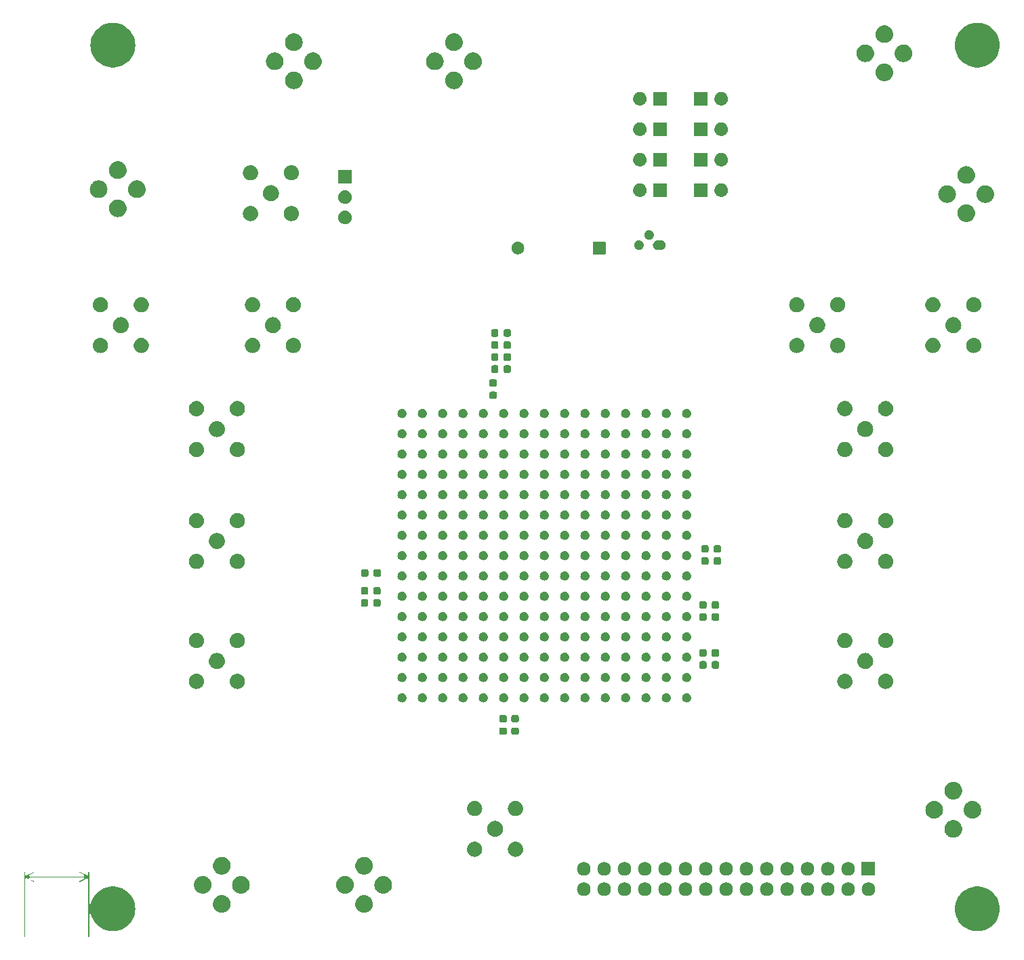
<source format=gbr>
%TF.GenerationSoftware,KiCad,Pcbnew,8.0.5*%
%TF.CreationDate,2024-10-22T14:52:20-04:00*%
%TF.ProjectId,huxley,6875786c-6579-42e6-9b69-6361645f7063,rev?*%
%TF.SameCoordinates,Original*%
%TF.FileFunction,Soldermask,Bot*%
%TF.FilePolarity,Negative*%
%FSLAX46Y46*%
G04 Gerber Fmt 4.6, Leading zero omitted, Abs format (unit mm)*
G04 Created by KiCad (PCBNEW 8.0.5) date 2024-10-22 14:52:20*
%MOMM*%
%LPD*%
G01*
G04 APERTURE LIST*
G04 APERTURE END LIST*
G36*
X46896583Y-156369228D02*
G01*
X46902028Y-156372062D01*
X46902034Y-156372065D01*
X47829694Y-156854975D01*
X47950000Y-156781971D01*
X47950000Y-156419722D01*
X47950000Y-156413580D01*
X47953806Y-156394446D01*
X47960018Y-156388233D01*
X47960462Y-156387163D01*
X47973583Y-156374042D01*
X47974653Y-156373598D01*
X47980866Y-156367386D01*
X47989653Y-156367386D01*
X47990723Y-156366943D01*
X48009277Y-156366943D01*
X48010347Y-156367386D01*
X48019134Y-156367386D01*
X48025347Y-156373599D01*
X48026416Y-156374042D01*
X48039537Y-156387163D01*
X48039979Y-156388231D01*
X48046194Y-156394446D01*
X48050000Y-156413580D01*
X48050000Y-156419722D01*
X48050000Y-160362812D01*
X48263765Y-160394124D01*
X48275157Y-160356069D01*
X48275474Y-160354276D01*
X48368861Y-160042344D01*
X48497829Y-159743362D01*
X48660634Y-159461375D01*
X48855076Y-159200195D01*
X49078523Y-158963354D01*
X49327956Y-158754055D01*
X49600000Y-158575129D01*
X49890977Y-158428995D01*
X50196951Y-158317629D01*
X50513785Y-158242538D01*
X50837194Y-158204737D01*
X51162806Y-158204737D01*
X51486215Y-158242538D01*
X51803049Y-158317629D01*
X52109023Y-158428995D01*
X52400000Y-158575129D01*
X52672044Y-158754055D01*
X52921477Y-158963354D01*
X53144924Y-159200195D01*
X53339366Y-159461375D01*
X53502171Y-159743362D01*
X53631139Y-160042344D01*
X53724526Y-160354276D01*
X53781067Y-160674940D01*
X53800000Y-161000000D01*
X53781067Y-161325060D01*
X53724526Y-161645724D01*
X53631139Y-161957656D01*
X53502171Y-162256638D01*
X53339366Y-162538625D01*
X53144924Y-162799805D01*
X52921477Y-163036646D01*
X52672044Y-163245945D01*
X52400000Y-163424871D01*
X52109023Y-163571005D01*
X51803049Y-163682371D01*
X51486215Y-163757462D01*
X51162806Y-163795263D01*
X50837194Y-163795263D01*
X50513785Y-163757462D01*
X50196951Y-163682371D01*
X49890977Y-163571005D01*
X49600000Y-163424871D01*
X49327956Y-163245945D01*
X49078523Y-163036646D01*
X48855076Y-162799805D01*
X48660634Y-162538625D01*
X48497829Y-162256638D01*
X48368861Y-161957656D01*
X48275474Y-161645724D01*
X48275156Y-161643920D01*
X48263766Y-161605875D01*
X48050000Y-161637187D01*
X48050000Y-164500000D01*
X48046194Y-164519134D01*
X48039978Y-164525349D01*
X48039537Y-164526416D01*
X48026416Y-164539537D01*
X48025348Y-164539979D01*
X48019134Y-164546194D01*
X48010346Y-164546194D01*
X48009277Y-164546637D01*
X47990723Y-164546637D01*
X47989654Y-164546194D01*
X47980866Y-164546194D01*
X47974651Y-164539979D01*
X47973583Y-164539537D01*
X47960462Y-164526416D01*
X47960019Y-164525347D01*
X47953806Y-164519134D01*
X47950000Y-164500000D01*
X47950000Y-157218027D01*
X47829694Y-157145024D01*
X46896583Y-157630772D01*
X46877854Y-157636231D01*
X46869469Y-157633587D01*
X46868318Y-157633688D01*
X46850625Y-157628110D01*
X46849737Y-157627365D01*
X46841357Y-157624723D01*
X46837299Y-157616928D01*
X46836411Y-157616183D01*
X46827845Y-157599727D01*
X46827744Y-157598574D01*
X46823686Y-157590779D01*
X46826328Y-157582397D01*
X46826228Y-157581243D01*
X46831806Y-157563550D01*
X46832551Y-157562660D01*
X46835194Y-157554282D01*
X46850409Y-157542070D01*
X46855852Y-157539236D01*
X46855859Y-157539232D01*
X47429572Y-157240577D01*
X47382938Y-157050000D01*
X40617062Y-157050000D01*
X40570428Y-157240576D01*
X40665546Y-157290092D01*
X41144138Y-157539231D01*
X41144140Y-157539232D01*
X41149591Y-157542070D01*
X41164806Y-157554281D01*
X41167448Y-157562661D01*
X41168192Y-157563548D01*
X41173771Y-157581244D01*
X41173670Y-157582396D01*
X41176313Y-157590779D01*
X41172255Y-157598573D01*
X41172155Y-157599724D01*
X41163586Y-157616184D01*
X41162701Y-157616925D01*
X41158643Y-157624723D01*
X41150258Y-157627366D01*
X41149374Y-157628109D01*
X41131679Y-157633688D01*
X41130529Y-157633587D01*
X41122146Y-157636231D01*
X41103416Y-157630771D01*
X41097971Y-157627936D01*
X41097962Y-157627933D01*
X40589283Y-157363130D01*
X40170305Y-157145024D01*
X40050000Y-157218027D01*
X40050000Y-164500000D01*
X40046194Y-164519134D01*
X40039978Y-164525349D01*
X40039537Y-164526416D01*
X40026416Y-164539537D01*
X40025348Y-164539979D01*
X40019134Y-164546194D01*
X40010346Y-164546194D01*
X40009277Y-164546637D01*
X39990723Y-164546637D01*
X39989654Y-164546194D01*
X39980866Y-164546194D01*
X39974651Y-164539979D01*
X39973583Y-164539537D01*
X39960462Y-164526416D01*
X39960019Y-164525347D01*
X39953806Y-164519134D01*
X39950000Y-164500000D01*
X39950000Y-156413580D01*
X39953806Y-156394446D01*
X39960018Y-156388233D01*
X39960462Y-156387163D01*
X39973583Y-156374042D01*
X39974653Y-156373598D01*
X39980866Y-156367386D01*
X39989653Y-156367386D01*
X39990723Y-156366943D01*
X40009277Y-156366943D01*
X40010347Y-156367386D01*
X40019134Y-156367386D01*
X40025347Y-156373599D01*
X40026416Y-156374042D01*
X40039537Y-156387163D01*
X40039979Y-156388231D01*
X40046194Y-156394446D01*
X40050000Y-156413580D01*
X40050000Y-156419722D01*
X40050000Y-156781971D01*
X40170306Y-156854975D01*
X41097962Y-156372066D01*
X41097980Y-156372058D01*
X41103416Y-156369229D01*
X41122146Y-156363769D01*
X41130527Y-156366411D01*
X41131679Y-156366311D01*
X41149374Y-156371890D01*
X41150260Y-156372633D01*
X41158643Y-156375277D01*
X41162701Y-156383072D01*
X41163586Y-156383815D01*
X41172155Y-156400275D01*
X41172255Y-156401427D01*
X41176313Y-156409221D01*
X41173670Y-156417603D01*
X41173771Y-156418755D01*
X41168192Y-156436451D01*
X41167448Y-156437336D01*
X41164806Y-156445719D01*
X41149591Y-156457930D01*
X40652264Y-156716822D01*
X40570428Y-156759423D01*
X40617062Y-156950000D01*
X47382938Y-156950000D01*
X47429572Y-156759423D01*
X46919947Y-156494129D01*
X46850409Y-156457930D01*
X46835194Y-156445718D01*
X46832551Y-156437337D01*
X46831806Y-156436449D01*
X46826228Y-156418756D01*
X46826328Y-156417602D01*
X46823686Y-156409221D01*
X46827744Y-156401425D01*
X46827845Y-156400272D01*
X46836411Y-156383816D01*
X46837300Y-156383070D01*
X46841357Y-156375277D01*
X46849735Y-156372635D01*
X46850625Y-156371889D01*
X46868318Y-156366311D01*
X46869472Y-156366411D01*
X46877854Y-156363769D01*
X46896583Y-156369228D01*
G37*
G36*
X159486215Y-158242538D02*
G01*
X159803049Y-158317629D01*
X160109023Y-158428995D01*
X160400000Y-158575129D01*
X160672044Y-158754055D01*
X160921477Y-158963354D01*
X161144924Y-159200195D01*
X161339366Y-159461375D01*
X161502171Y-159743362D01*
X161631139Y-160042344D01*
X161724526Y-160354276D01*
X161781067Y-160674940D01*
X161800000Y-161000000D01*
X161781067Y-161325060D01*
X161724526Y-161645724D01*
X161631139Y-161957656D01*
X161502171Y-162256638D01*
X161339366Y-162538625D01*
X161144924Y-162799805D01*
X160921477Y-163036646D01*
X160672044Y-163245945D01*
X160400000Y-163424871D01*
X160109023Y-163571005D01*
X159803049Y-163682371D01*
X159486215Y-163757462D01*
X159162806Y-163795263D01*
X158837194Y-163795263D01*
X158513785Y-163757462D01*
X158196951Y-163682371D01*
X157890977Y-163571005D01*
X157600000Y-163424871D01*
X157327956Y-163245945D01*
X157078523Y-163036646D01*
X156855076Y-162799805D01*
X156660634Y-162538625D01*
X156497829Y-162256638D01*
X156368861Y-161957656D01*
X156275474Y-161645724D01*
X156218933Y-161325060D01*
X156200000Y-161000000D01*
X156218933Y-160674940D01*
X156275474Y-160354276D01*
X156368861Y-160042344D01*
X156497829Y-159743362D01*
X156660634Y-159461375D01*
X156855076Y-159200195D01*
X157078523Y-158963354D01*
X157327956Y-158754055D01*
X157600000Y-158575129D01*
X157890977Y-158428995D01*
X158196951Y-158317629D01*
X158513785Y-158242538D01*
X158837194Y-158204737D01*
X159162806Y-158204737D01*
X159486215Y-158242538D01*
G37*
G36*
X64660819Y-159287413D02*
G01*
X64714347Y-159287413D01*
X64761437Y-159296215D01*
X64804177Y-159299955D01*
X64856640Y-159314012D01*
X64914770Y-159324879D01*
X64954195Y-159340152D01*
X64990133Y-159349782D01*
X65044540Y-159375152D01*
X65104896Y-159398534D01*
X65136045Y-159417820D01*
X65164613Y-159431142D01*
X65218501Y-159468875D01*
X65278251Y-159505871D01*
X65301156Y-159526751D01*
X65322307Y-159541562D01*
X65372899Y-159592154D01*
X65428931Y-159643234D01*
X65444205Y-159663460D01*
X65458437Y-159677692D01*
X65502834Y-159741097D01*
X65551805Y-159805945D01*
X65560577Y-159823563D01*
X65568857Y-159835387D01*
X65604103Y-159910973D01*
X65642689Y-159988464D01*
X65646526Y-160001951D01*
X65650217Y-160009866D01*
X65673478Y-160096677D01*
X65698487Y-160184575D01*
X65699257Y-160192885D01*
X65700044Y-160195822D01*
X65708744Y-160295266D01*
X65717300Y-160387600D01*
X65708743Y-160479941D01*
X65700044Y-160579377D01*
X65699257Y-160582313D01*
X65698487Y-160590625D01*
X65673473Y-160678538D01*
X65650217Y-160765333D01*
X65646527Y-160773245D01*
X65642689Y-160786736D01*
X65604100Y-160864232D01*
X65568857Y-160939813D01*
X65560578Y-160951636D01*
X65551805Y-160969255D01*
X65502828Y-161034109D01*
X65458437Y-161097507D01*
X65444208Y-161111735D01*
X65428931Y-161131966D01*
X65372888Y-161183055D01*
X65322307Y-161233637D01*
X65301160Y-161248443D01*
X65278251Y-161269329D01*
X65218489Y-161306332D01*
X65164613Y-161344057D01*
X65136052Y-161357374D01*
X65104896Y-161376666D01*
X65044527Y-161400052D01*
X64990133Y-161425417D01*
X64954204Y-161435044D01*
X64914770Y-161450321D01*
X64856627Y-161461189D01*
X64804177Y-161475244D01*
X64761447Y-161478982D01*
X64714347Y-161487787D01*
X64660807Y-161487787D01*
X64612400Y-161492022D01*
X64563993Y-161487787D01*
X64510453Y-161487787D01*
X64463353Y-161478982D01*
X64420622Y-161475244D01*
X64368168Y-161461189D01*
X64310030Y-161450321D01*
X64270597Y-161435044D01*
X64234666Y-161425417D01*
X64180266Y-161400050D01*
X64119904Y-161376666D01*
X64088750Y-161357376D01*
X64060186Y-161344057D01*
X64006302Y-161306326D01*
X63946549Y-161269329D01*
X63923642Y-161248446D01*
X63902492Y-161233637D01*
X63851900Y-161183045D01*
X63795869Y-161131966D01*
X63780594Y-161111739D01*
X63766362Y-161097507D01*
X63721957Y-161034091D01*
X63672995Y-160969255D01*
X63664224Y-160951641D01*
X63655942Y-160939813D01*
X63620684Y-160864201D01*
X63582111Y-160786736D01*
X63578274Y-160773251D01*
X63574582Y-160765333D01*
X63551309Y-160678478D01*
X63526313Y-160590625D01*
X63525543Y-160582319D01*
X63524755Y-160579377D01*
X63516038Y-160479748D01*
X63507500Y-160387600D01*
X63516038Y-160295459D01*
X63524755Y-160195822D01*
X63525543Y-160192879D01*
X63526313Y-160184575D01*
X63551304Y-160096738D01*
X63574582Y-160009866D01*
X63578274Y-160001946D01*
X63582111Y-159988464D01*
X63620681Y-159911005D01*
X63655942Y-159835387D01*
X63664224Y-159823558D01*
X63672995Y-159805945D01*
X63721951Y-159741116D01*
X63766362Y-159677692D01*
X63780598Y-159663455D01*
X63795869Y-159643234D01*
X63851888Y-159592165D01*
X63902492Y-159541562D01*
X63923646Y-159526749D01*
X63946549Y-159505871D01*
X64006295Y-159468877D01*
X64060187Y-159431142D01*
X64088754Y-159417820D01*
X64119904Y-159398534D01*
X64180255Y-159375153D01*
X64234666Y-159349782D01*
X64270606Y-159340151D01*
X64310030Y-159324879D01*
X64368156Y-159314013D01*
X64420622Y-159299955D01*
X64463363Y-159296215D01*
X64510453Y-159287413D01*
X64563981Y-159287413D01*
X64612400Y-159283177D01*
X64660819Y-159287413D01*
G37*
G36*
X82436019Y-159287413D02*
G01*
X82489547Y-159287413D01*
X82536637Y-159296215D01*
X82579377Y-159299955D01*
X82631840Y-159314012D01*
X82689970Y-159324879D01*
X82729395Y-159340152D01*
X82765333Y-159349782D01*
X82819740Y-159375152D01*
X82880096Y-159398534D01*
X82911245Y-159417820D01*
X82939813Y-159431142D01*
X82993701Y-159468875D01*
X83053451Y-159505871D01*
X83076356Y-159526751D01*
X83097507Y-159541562D01*
X83148099Y-159592154D01*
X83204131Y-159643234D01*
X83219405Y-159663460D01*
X83233637Y-159677692D01*
X83278034Y-159741097D01*
X83327005Y-159805945D01*
X83335777Y-159823563D01*
X83344057Y-159835387D01*
X83379303Y-159910973D01*
X83417889Y-159988464D01*
X83421726Y-160001951D01*
X83425417Y-160009866D01*
X83448678Y-160096677D01*
X83473687Y-160184575D01*
X83474457Y-160192885D01*
X83475244Y-160195822D01*
X83483944Y-160295266D01*
X83492500Y-160387600D01*
X83483943Y-160479941D01*
X83475244Y-160579377D01*
X83474457Y-160582313D01*
X83473687Y-160590625D01*
X83448673Y-160678538D01*
X83425417Y-160765333D01*
X83421727Y-160773245D01*
X83417889Y-160786736D01*
X83379300Y-160864232D01*
X83344057Y-160939813D01*
X83335778Y-160951636D01*
X83327005Y-160969255D01*
X83278028Y-161034109D01*
X83233637Y-161097507D01*
X83219408Y-161111735D01*
X83204131Y-161131966D01*
X83148088Y-161183055D01*
X83097507Y-161233637D01*
X83076360Y-161248443D01*
X83053451Y-161269329D01*
X82993689Y-161306332D01*
X82939813Y-161344057D01*
X82911252Y-161357374D01*
X82880096Y-161376666D01*
X82819727Y-161400052D01*
X82765333Y-161425417D01*
X82729404Y-161435044D01*
X82689970Y-161450321D01*
X82631827Y-161461189D01*
X82579377Y-161475244D01*
X82536647Y-161478982D01*
X82489547Y-161487787D01*
X82436007Y-161487787D01*
X82387600Y-161492022D01*
X82339193Y-161487787D01*
X82285653Y-161487787D01*
X82238553Y-161478982D01*
X82195822Y-161475244D01*
X82143368Y-161461189D01*
X82085230Y-161450321D01*
X82045797Y-161435044D01*
X82009866Y-161425417D01*
X81955466Y-161400050D01*
X81895104Y-161376666D01*
X81863950Y-161357376D01*
X81835386Y-161344057D01*
X81781502Y-161306326D01*
X81721749Y-161269329D01*
X81698842Y-161248446D01*
X81677692Y-161233637D01*
X81627100Y-161183045D01*
X81571069Y-161131966D01*
X81555794Y-161111739D01*
X81541562Y-161097507D01*
X81497157Y-161034091D01*
X81448195Y-160969255D01*
X81439424Y-160951641D01*
X81431142Y-160939813D01*
X81395884Y-160864201D01*
X81357311Y-160786736D01*
X81353474Y-160773251D01*
X81349782Y-160765333D01*
X81326509Y-160678478D01*
X81301513Y-160590625D01*
X81300743Y-160582319D01*
X81299955Y-160579377D01*
X81291238Y-160479748D01*
X81282700Y-160387600D01*
X81291238Y-160295459D01*
X81299955Y-160195822D01*
X81300743Y-160192879D01*
X81301513Y-160184575D01*
X81326504Y-160096738D01*
X81349782Y-160009866D01*
X81353474Y-160001946D01*
X81357311Y-159988464D01*
X81395881Y-159911005D01*
X81431142Y-159835387D01*
X81439424Y-159823558D01*
X81448195Y-159805945D01*
X81497151Y-159741116D01*
X81541562Y-159677692D01*
X81555798Y-159663455D01*
X81571069Y-159643234D01*
X81627088Y-159592165D01*
X81677692Y-159541562D01*
X81698846Y-159526749D01*
X81721749Y-159505871D01*
X81781495Y-159468877D01*
X81835387Y-159431142D01*
X81863954Y-159417820D01*
X81895104Y-159398534D01*
X81955455Y-159375153D01*
X82009866Y-159349782D01*
X82045806Y-159340151D01*
X82085230Y-159324879D01*
X82143356Y-159314013D01*
X82195822Y-159299955D01*
X82238563Y-159296215D01*
X82285653Y-159287413D01*
X82339181Y-159287413D01*
X82387600Y-159283177D01*
X82436019Y-159287413D01*
G37*
G36*
X109881140Y-157694656D02*
G01*
X109928849Y-157694656D01*
X109970045Y-157703412D01*
X110005706Y-157706925D01*
X110050513Y-157720516D01*
X110102664Y-157731602D01*
X110136030Y-157746457D01*
X110165052Y-157755261D01*
X110211167Y-157779910D01*
X110265000Y-157803878D01*
X110290031Y-157822064D01*
X110311897Y-157833752D01*
X110356497Y-157870355D01*
X110408761Y-157908327D01*
X110425731Y-157927174D01*
X110440612Y-157939387D01*
X110480608Y-157988122D01*
X110527664Y-158040383D01*
X110537547Y-158057502D01*
X110546247Y-158068102D01*
X110578427Y-158128307D01*
X110616514Y-158194274D01*
X110620894Y-158207757D01*
X110624738Y-158214947D01*
X110645926Y-158284796D01*
X110671425Y-158363275D01*
X110672322Y-158371816D01*
X110673074Y-158374293D01*
X110680385Y-158448522D01*
X110690000Y-158540000D01*
X110680384Y-158631485D01*
X110673074Y-158705706D01*
X110672322Y-158708182D01*
X110671425Y-158716725D01*
X110645921Y-158795217D01*
X110624738Y-158865052D01*
X110620895Y-158872240D01*
X110616514Y-158885726D01*
X110578420Y-158951704D01*
X110546247Y-159011897D01*
X110537549Y-159022494D01*
X110527664Y-159039617D01*
X110480599Y-159091888D01*
X110440612Y-159140612D01*
X110425734Y-159152821D01*
X110408761Y-159171673D01*
X110356486Y-159209652D01*
X110311897Y-159246247D01*
X110290036Y-159257931D01*
X110265000Y-159276122D01*
X110211155Y-159300094D01*
X110165052Y-159324738D01*
X110136037Y-159333539D01*
X110102664Y-159348398D01*
X110050502Y-159359485D01*
X110005706Y-159373074D01*
X109970053Y-159376585D01*
X109928849Y-159385344D01*
X109881130Y-159385344D01*
X109840000Y-159389395D01*
X109798870Y-159385344D01*
X109751151Y-159385344D01*
X109709946Y-159376585D01*
X109674293Y-159373074D01*
X109629493Y-159359484D01*
X109577336Y-159348398D01*
X109543964Y-159333540D01*
X109514947Y-159324738D01*
X109468838Y-159300092D01*
X109415000Y-159276122D01*
X109389966Y-159257933D01*
X109368102Y-159246247D01*
X109323504Y-159209646D01*
X109271239Y-159171673D01*
X109254267Y-159152824D01*
X109239387Y-159140612D01*
X109199389Y-159091875D01*
X109152336Y-159039617D01*
X109142452Y-159022498D01*
X109133752Y-159011897D01*
X109101565Y-158951681D01*
X109063486Y-158885726D01*
X109059105Y-158872245D01*
X109055261Y-158865052D01*
X109034063Y-158795171D01*
X109008575Y-158716725D01*
X109007677Y-158708187D01*
X109006925Y-158705706D01*
X108999599Y-158631334D01*
X108990000Y-158540000D01*
X108999598Y-158448674D01*
X109006925Y-158374293D01*
X109007677Y-158371811D01*
X109008575Y-158363275D01*
X109034058Y-158284842D01*
X109055261Y-158214947D01*
X109059106Y-158207752D01*
X109063486Y-158194274D01*
X109101558Y-158128330D01*
X109133752Y-158068102D01*
X109142454Y-158057498D01*
X109152336Y-158040383D01*
X109199380Y-157988134D01*
X109239387Y-157939387D01*
X109254271Y-157927171D01*
X109271239Y-157908327D01*
X109323493Y-157870361D01*
X109368102Y-157833752D01*
X109389971Y-157822062D01*
X109415000Y-157803878D01*
X109468826Y-157779912D01*
X109514947Y-157755261D01*
X109543971Y-157746456D01*
X109577336Y-157731602D01*
X109629482Y-157720517D01*
X109674293Y-157706925D01*
X109709955Y-157703412D01*
X109751151Y-157694656D01*
X109798860Y-157694656D01*
X109840000Y-157690604D01*
X109881140Y-157694656D01*
G37*
G36*
X112421140Y-157694656D02*
G01*
X112468849Y-157694656D01*
X112510045Y-157703412D01*
X112545706Y-157706925D01*
X112590513Y-157720516D01*
X112642664Y-157731602D01*
X112676030Y-157746457D01*
X112705052Y-157755261D01*
X112751167Y-157779910D01*
X112805000Y-157803878D01*
X112830031Y-157822064D01*
X112851897Y-157833752D01*
X112896497Y-157870355D01*
X112948761Y-157908327D01*
X112965731Y-157927174D01*
X112980612Y-157939387D01*
X113020608Y-157988122D01*
X113067664Y-158040383D01*
X113077547Y-158057502D01*
X113086247Y-158068102D01*
X113118427Y-158128307D01*
X113156514Y-158194274D01*
X113160894Y-158207757D01*
X113164738Y-158214947D01*
X113185926Y-158284796D01*
X113211425Y-158363275D01*
X113212322Y-158371816D01*
X113213074Y-158374293D01*
X113220385Y-158448522D01*
X113230000Y-158540000D01*
X113220384Y-158631485D01*
X113213074Y-158705706D01*
X113212322Y-158708182D01*
X113211425Y-158716725D01*
X113185921Y-158795217D01*
X113164738Y-158865052D01*
X113160895Y-158872240D01*
X113156514Y-158885726D01*
X113118420Y-158951704D01*
X113086247Y-159011897D01*
X113077549Y-159022494D01*
X113067664Y-159039617D01*
X113020599Y-159091888D01*
X112980612Y-159140612D01*
X112965734Y-159152821D01*
X112948761Y-159171673D01*
X112896486Y-159209652D01*
X112851897Y-159246247D01*
X112830036Y-159257931D01*
X112805000Y-159276122D01*
X112751155Y-159300094D01*
X112705052Y-159324738D01*
X112676037Y-159333539D01*
X112642664Y-159348398D01*
X112590502Y-159359485D01*
X112545706Y-159373074D01*
X112510053Y-159376585D01*
X112468849Y-159385344D01*
X112421130Y-159385344D01*
X112380000Y-159389395D01*
X112338870Y-159385344D01*
X112291151Y-159385344D01*
X112249946Y-159376585D01*
X112214293Y-159373074D01*
X112169493Y-159359484D01*
X112117336Y-159348398D01*
X112083964Y-159333540D01*
X112054947Y-159324738D01*
X112008838Y-159300092D01*
X111955000Y-159276122D01*
X111929966Y-159257933D01*
X111908102Y-159246247D01*
X111863504Y-159209646D01*
X111811239Y-159171673D01*
X111794267Y-159152824D01*
X111779387Y-159140612D01*
X111739389Y-159091875D01*
X111692336Y-159039617D01*
X111682452Y-159022498D01*
X111673752Y-159011897D01*
X111641565Y-158951681D01*
X111603486Y-158885726D01*
X111599105Y-158872245D01*
X111595261Y-158865052D01*
X111574063Y-158795171D01*
X111548575Y-158716725D01*
X111547677Y-158708187D01*
X111546925Y-158705706D01*
X111539599Y-158631334D01*
X111530000Y-158540000D01*
X111539598Y-158448674D01*
X111546925Y-158374293D01*
X111547677Y-158371811D01*
X111548575Y-158363275D01*
X111574058Y-158284842D01*
X111595261Y-158214947D01*
X111599106Y-158207752D01*
X111603486Y-158194274D01*
X111641558Y-158128330D01*
X111673752Y-158068102D01*
X111682454Y-158057498D01*
X111692336Y-158040383D01*
X111739380Y-157988134D01*
X111779387Y-157939387D01*
X111794271Y-157927171D01*
X111811239Y-157908327D01*
X111863493Y-157870361D01*
X111908102Y-157833752D01*
X111929971Y-157822062D01*
X111955000Y-157803878D01*
X112008826Y-157779912D01*
X112054947Y-157755261D01*
X112083971Y-157746456D01*
X112117336Y-157731602D01*
X112169482Y-157720517D01*
X112214293Y-157706925D01*
X112249955Y-157703412D01*
X112291151Y-157694656D01*
X112338860Y-157694656D01*
X112380000Y-157690604D01*
X112421140Y-157694656D01*
G37*
G36*
X114961140Y-157694656D02*
G01*
X115008849Y-157694656D01*
X115050045Y-157703412D01*
X115085706Y-157706925D01*
X115130513Y-157720516D01*
X115182664Y-157731602D01*
X115216030Y-157746457D01*
X115245052Y-157755261D01*
X115291167Y-157779910D01*
X115345000Y-157803878D01*
X115370031Y-157822064D01*
X115391897Y-157833752D01*
X115436497Y-157870355D01*
X115488761Y-157908327D01*
X115505731Y-157927174D01*
X115520612Y-157939387D01*
X115560608Y-157988122D01*
X115607664Y-158040383D01*
X115617547Y-158057502D01*
X115626247Y-158068102D01*
X115658427Y-158128307D01*
X115696514Y-158194274D01*
X115700894Y-158207757D01*
X115704738Y-158214947D01*
X115725926Y-158284796D01*
X115751425Y-158363275D01*
X115752322Y-158371816D01*
X115753074Y-158374293D01*
X115760385Y-158448522D01*
X115770000Y-158540000D01*
X115760384Y-158631485D01*
X115753074Y-158705706D01*
X115752322Y-158708182D01*
X115751425Y-158716725D01*
X115725921Y-158795217D01*
X115704738Y-158865052D01*
X115700895Y-158872240D01*
X115696514Y-158885726D01*
X115658420Y-158951704D01*
X115626247Y-159011897D01*
X115617549Y-159022494D01*
X115607664Y-159039617D01*
X115560599Y-159091888D01*
X115520612Y-159140612D01*
X115505734Y-159152821D01*
X115488761Y-159171673D01*
X115436486Y-159209652D01*
X115391897Y-159246247D01*
X115370036Y-159257931D01*
X115345000Y-159276122D01*
X115291155Y-159300094D01*
X115245052Y-159324738D01*
X115216037Y-159333539D01*
X115182664Y-159348398D01*
X115130502Y-159359485D01*
X115085706Y-159373074D01*
X115050053Y-159376585D01*
X115008849Y-159385344D01*
X114961130Y-159385344D01*
X114920000Y-159389395D01*
X114878870Y-159385344D01*
X114831151Y-159385344D01*
X114789946Y-159376585D01*
X114754293Y-159373074D01*
X114709493Y-159359484D01*
X114657336Y-159348398D01*
X114623964Y-159333540D01*
X114594947Y-159324738D01*
X114548838Y-159300092D01*
X114495000Y-159276122D01*
X114469966Y-159257933D01*
X114448102Y-159246247D01*
X114403504Y-159209646D01*
X114351239Y-159171673D01*
X114334267Y-159152824D01*
X114319387Y-159140612D01*
X114279389Y-159091875D01*
X114232336Y-159039617D01*
X114222452Y-159022498D01*
X114213752Y-159011897D01*
X114181565Y-158951681D01*
X114143486Y-158885726D01*
X114139105Y-158872245D01*
X114135261Y-158865052D01*
X114114063Y-158795171D01*
X114088575Y-158716725D01*
X114087677Y-158708187D01*
X114086925Y-158705706D01*
X114079599Y-158631334D01*
X114070000Y-158540000D01*
X114079598Y-158448674D01*
X114086925Y-158374293D01*
X114087677Y-158371811D01*
X114088575Y-158363275D01*
X114114058Y-158284842D01*
X114135261Y-158214947D01*
X114139106Y-158207752D01*
X114143486Y-158194274D01*
X114181558Y-158128330D01*
X114213752Y-158068102D01*
X114222454Y-158057498D01*
X114232336Y-158040383D01*
X114279380Y-157988134D01*
X114319387Y-157939387D01*
X114334271Y-157927171D01*
X114351239Y-157908327D01*
X114403493Y-157870361D01*
X114448102Y-157833752D01*
X114469971Y-157822062D01*
X114495000Y-157803878D01*
X114548826Y-157779912D01*
X114594947Y-157755261D01*
X114623971Y-157746456D01*
X114657336Y-157731602D01*
X114709482Y-157720517D01*
X114754293Y-157706925D01*
X114789955Y-157703412D01*
X114831151Y-157694656D01*
X114878860Y-157694656D01*
X114920000Y-157690604D01*
X114961140Y-157694656D01*
G37*
G36*
X117501140Y-157694656D02*
G01*
X117548849Y-157694656D01*
X117590045Y-157703412D01*
X117625706Y-157706925D01*
X117670513Y-157720516D01*
X117722664Y-157731602D01*
X117756030Y-157746457D01*
X117785052Y-157755261D01*
X117831167Y-157779910D01*
X117885000Y-157803878D01*
X117910031Y-157822064D01*
X117931897Y-157833752D01*
X117976497Y-157870355D01*
X118028761Y-157908327D01*
X118045731Y-157927174D01*
X118060612Y-157939387D01*
X118100608Y-157988122D01*
X118147664Y-158040383D01*
X118157547Y-158057502D01*
X118166247Y-158068102D01*
X118198427Y-158128307D01*
X118236514Y-158194274D01*
X118240894Y-158207757D01*
X118244738Y-158214947D01*
X118265926Y-158284796D01*
X118291425Y-158363275D01*
X118292322Y-158371816D01*
X118293074Y-158374293D01*
X118300385Y-158448522D01*
X118310000Y-158540000D01*
X118300384Y-158631485D01*
X118293074Y-158705706D01*
X118292322Y-158708182D01*
X118291425Y-158716725D01*
X118265921Y-158795217D01*
X118244738Y-158865052D01*
X118240895Y-158872240D01*
X118236514Y-158885726D01*
X118198420Y-158951704D01*
X118166247Y-159011897D01*
X118157549Y-159022494D01*
X118147664Y-159039617D01*
X118100599Y-159091888D01*
X118060612Y-159140612D01*
X118045734Y-159152821D01*
X118028761Y-159171673D01*
X117976486Y-159209652D01*
X117931897Y-159246247D01*
X117910036Y-159257931D01*
X117885000Y-159276122D01*
X117831155Y-159300094D01*
X117785052Y-159324738D01*
X117756037Y-159333539D01*
X117722664Y-159348398D01*
X117670502Y-159359485D01*
X117625706Y-159373074D01*
X117590053Y-159376585D01*
X117548849Y-159385344D01*
X117501130Y-159385344D01*
X117460000Y-159389395D01*
X117418870Y-159385344D01*
X117371151Y-159385344D01*
X117329946Y-159376585D01*
X117294293Y-159373074D01*
X117249493Y-159359484D01*
X117197336Y-159348398D01*
X117163964Y-159333540D01*
X117134947Y-159324738D01*
X117088838Y-159300092D01*
X117035000Y-159276122D01*
X117009966Y-159257933D01*
X116988102Y-159246247D01*
X116943504Y-159209646D01*
X116891239Y-159171673D01*
X116874267Y-159152824D01*
X116859387Y-159140612D01*
X116819389Y-159091875D01*
X116772336Y-159039617D01*
X116762452Y-159022498D01*
X116753752Y-159011897D01*
X116721565Y-158951681D01*
X116683486Y-158885726D01*
X116679105Y-158872245D01*
X116675261Y-158865052D01*
X116654063Y-158795171D01*
X116628575Y-158716725D01*
X116627677Y-158708187D01*
X116626925Y-158705706D01*
X116619599Y-158631334D01*
X116610000Y-158540000D01*
X116619598Y-158448674D01*
X116626925Y-158374293D01*
X116627677Y-158371811D01*
X116628575Y-158363275D01*
X116654058Y-158284842D01*
X116675261Y-158214947D01*
X116679106Y-158207752D01*
X116683486Y-158194274D01*
X116721558Y-158128330D01*
X116753752Y-158068102D01*
X116762454Y-158057498D01*
X116772336Y-158040383D01*
X116819380Y-157988134D01*
X116859387Y-157939387D01*
X116874271Y-157927171D01*
X116891239Y-157908327D01*
X116943493Y-157870361D01*
X116988102Y-157833752D01*
X117009971Y-157822062D01*
X117035000Y-157803878D01*
X117088826Y-157779912D01*
X117134947Y-157755261D01*
X117163971Y-157746456D01*
X117197336Y-157731602D01*
X117249482Y-157720517D01*
X117294293Y-157706925D01*
X117329955Y-157703412D01*
X117371151Y-157694656D01*
X117418860Y-157694656D01*
X117460000Y-157690604D01*
X117501140Y-157694656D01*
G37*
G36*
X120041140Y-157694656D02*
G01*
X120088849Y-157694656D01*
X120130045Y-157703412D01*
X120165706Y-157706925D01*
X120210513Y-157720516D01*
X120262664Y-157731602D01*
X120296030Y-157746457D01*
X120325052Y-157755261D01*
X120371167Y-157779910D01*
X120425000Y-157803878D01*
X120450031Y-157822064D01*
X120471897Y-157833752D01*
X120516497Y-157870355D01*
X120568761Y-157908327D01*
X120585731Y-157927174D01*
X120600612Y-157939387D01*
X120640608Y-157988122D01*
X120687664Y-158040383D01*
X120697547Y-158057502D01*
X120706247Y-158068102D01*
X120738427Y-158128307D01*
X120776514Y-158194274D01*
X120780894Y-158207757D01*
X120784738Y-158214947D01*
X120805926Y-158284796D01*
X120831425Y-158363275D01*
X120832322Y-158371816D01*
X120833074Y-158374293D01*
X120840385Y-158448522D01*
X120850000Y-158540000D01*
X120840384Y-158631485D01*
X120833074Y-158705706D01*
X120832322Y-158708182D01*
X120831425Y-158716725D01*
X120805921Y-158795217D01*
X120784738Y-158865052D01*
X120780895Y-158872240D01*
X120776514Y-158885726D01*
X120738420Y-158951704D01*
X120706247Y-159011897D01*
X120697549Y-159022494D01*
X120687664Y-159039617D01*
X120640599Y-159091888D01*
X120600612Y-159140612D01*
X120585734Y-159152821D01*
X120568761Y-159171673D01*
X120516486Y-159209652D01*
X120471897Y-159246247D01*
X120450036Y-159257931D01*
X120425000Y-159276122D01*
X120371155Y-159300094D01*
X120325052Y-159324738D01*
X120296037Y-159333539D01*
X120262664Y-159348398D01*
X120210502Y-159359485D01*
X120165706Y-159373074D01*
X120130053Y-159376585D01*
X120088849Y-159385344D01*
X120041130Y-159385344D01*
X120000000Y-159389395D01*
X119958870Y-159385344D01*
X119911151Y-159385344D01*
X119869946Y-159376585D01*
X119834293Y-159373074D01*
X119789493Y-159359484D01*
X119737336Y-159348398D01*
X119703964Y-159333540D01*
X119674947Y-159324738D01*
X119628838Y-159300092D01*
X119575000Y-159276122D01*
X119549966Y-159257933D01*
X119528102Y-159246247D01*
X119483504Y-159209646D01*
X119431239Y-159171673D01*
X119414267Y-159152824D01*
X119399387Y-159140612D01*
X119359389Y-159091875D01*
X119312336Y-159039617D01*
X119302452Y-159022498D01*
X119293752Y-159011897D01*
X119261565Y-158951681D01*
X119223486Y-158885726D01*
X119219105Y-158872245D01*
X119215261Y-158865052D01*
X119194063Y-158795171D01*
X119168575Y-158716725D01*
X119167677Y-158708187D01*
X119166925Y-158705706D01*
X119159599Y-158631334D01*
X119150000Y-158540000D01*
X119159598Y-158448674D01*
X119166925Y-158374293D01*
X119167677Y-158371811D01*
X119168575Y-158363275D01*
X119194058Y-158284842D01*
X119215261Y-158214947D01*
X119219106Y-158207752D01*
X119223486Y-158194274D01*
X119261558Y-158128330D01*
X119293752Y-158068102D01*
X119302454Y-158057498D01*
X119312336Y-158040383D01*
X119359380Y-157988134D01*
X119399387Y-157939387D01*
X119414271Y-157927171D01*
X119431239Y-157908327D01*
X119483493Y-157870361D01*
X119528102Y-157833752D01*
X119549971Y-157822062D01*
X119575000Y-157803878D01*
X119628826Y-157779912D01*
X119674947Y-157755261D01*
X119703971Y-157746456D01*
X119737336Y-157731602D01*
X119789482Y-157720517D01*
X119834293Y-157706925D01*
X119869955Y-157703412D01*
X119911151Y-157694656D01*
X119958860Y-157694656D01*
X120000000Y-157690604D01*
X120041140Y-157694656D01*
G37*
G36*
X122581140Y-157694656D02*
G01*
X122628849Y-157694656D01*
X122670045Y-157703412D01*
X122705706Y-157706925D01*
X122750513Y-157720516D01*
X122802664Y-157731602D01*
X122836030Y-157746457D01*
X122865052Y-157755261D01*
X122911167Y-157779910D01*
X122965000Y-157803878D01*
X122990031Y-157822064D01*
X123011897Y-157833752D01*
X123056497Y-157870355D01*
X123108761Y-157908327D01*
X123125731Y-157927174D01*
X123140612Y-157939387D01*
X123180608Y-157988122D01*
X123227664Y-158040383D01*
X123237547Y-158057502D01*
X123246247Y-158068102D01*
X123278427Y-158128307D01*
X123316514Y-158194274D01*
X123320894Y-158207757D01*
X123324738Y-158214947D01*
X123345926Y-158284796D01*
X123371425Y-158363275D01*
X123372322Y-158371816D01*
X123373074Y-158374293D01*
X123380385Y-158448522D01*
X123390000Y-158540000D01*
X123380384Y-158631485D01*
X123373074Y-158705706D01*
X123372322Y-158708182D01*
X123371425Y-158716725D01*
X123345921Y-158795217D01*
X123324738Y-158865052D01*
X123320895Y-158872240D01*
X123316514Y-158885726D01*
X123278420Y-158951704D01*
X123246247Y-159011897D01*
X123237549Y-159022494D01*
X123227664Y-159039617D01*
X123180599Y-159091888D01*
X123140612Y-159140612D01*
X123125734Y-159152821D01*
X123108761Y-159171673D01*
X123056486Y-159209652D01*
X123011897Y-159246247D01*
X122990036Y-159257931D01*
X122965000Y-159276122D01*
X122911155Y-159300094D01*
X122865052Y-159324738D01*
X122836037Y-159333539D01*
X122802664Y-159348398D01*
X122750502Y-159359485D01*
X122705706Y-159373074D01*
X122670053Y-159376585D01*
X122628849Y-159385344D01*
X122581130Y-159385344D01*
X122540000Y-159389395D01*
X122498870Y-159385344D01*
X122451151Y-159385344D01*
X122409946Y-159376585D01*
X122374293Y-159373074D01*
X122329493Y-159359484D01*
X122277336Y-159348398D01*
X122243964Y-159333540D01*
X122214947Y-159324738D01*
X122168838Y-159300092D01*
X122115000Y-159276122D01*
X122089966Y-159257933D01*
X122068102Y-159246247D01*
X122023504Y-159209646D01*
X121971239Y-159171673D01*
X121954267Y-159152824D01*
X121939387Y-159140612D01*
X121899389Y-159091875D01*
X121852336Y-159039617D01*
X121842452Y-159022498D01*
X121833752Y-159011897D01*
X121801565Y-158951681D01*
X121763486Y-158885726D01*
X121759105Y-158872245D01*
X121755261Y-158865052D01*
X121734063Y-158795171D01*
X121708575Y-158716725D01*
X121707677Y-158708187D01*
X121706925Y-158705706D01*
X121699599Y-158631334D01*
X121690000Y-158540000D01*
X121699598Y-158448674D01*
X121706925Y-158374293D01*
X121707677Y-158371811D01*
X121708575Y-158363275D01*
X121734058Y-158284842D01*
X121755261Y-158214947D01*
X121759106Y-158207752D01*
X121763486Y-158194274D01*
X121801558Y-158128330D01*
X121833752Y-158068102D01*
X121842454Y-158057498D01*
X121852336Y-158040383D01*
X121899380Y-157988134D01*
X121939387Y-157939387D01*
X121954271Y-157927171D01*
X121971239Y-157908327D01*
X122023493Y-157870361D01*
X122068102Y-157833752D01*
X122089971Y-157822062D01*
X122115000Y-157803878D01*
X122168826Y-157779912D01*
X122214947Y-157755261D01*
X122243971Y-157746456D01*
X122277336Y-157731602D01*
X122329482Y-157720517D01*
X122374293Y-157706925D01*
X122409955Y-157703412D01*
X122451151Y-157694656D01*
X122498860Y-157694656D01*
X122540000Y-157690604D01*
X122581140Y-157694656D01*
G37*
G36*
X125121140Y-157694656D02*
G01*
X125168849Y-157694656D01*
X125210045Y-157703412D01*
X125245706Y-157706925D01*
X125290513Y-157720516D01*
X125342664Y-157731602D01*
X125376030Y-157746457D01*
X125405052Y-157755261D01*
X125451167Y-157779910D01*
X125505000Y-157803878D01*
X125530031Y-157822064D01*
X125551897Y-157833752D01*
X125596497Y-157870355D01*
X125648761Y-157908327D01*
X125665731Y-157927174D01*
X125680612Y-157939387D01*
X125720608Y-157988122D01*
X125767664Y-158040383D01*
X125777547Y-158057502D01*
X125786247Y-158068102D01*
X125818427Y-158128307D01*
X125856514Y-158194274D01*
X125860894Y-158207757D01*
X125864738Y-158214947D01*
X125885926Y-158284796D01*
X125911425Y-158363275D01*
X125912322Y-158371816D01*
X125913074Y-158374293D01*
X125920385Y-158448522D01*
X125930000Y-158540000D01*
X125920384Y-158631485D01*
X125913074Y-158705706D01*
X125912322Y-158708182D01*
X125911425Y-158716725D01*
X125885921Y-158795217D01*
X125864738Y-158865052D01*
X125860895Y-158872240D01*
X125856514Y-158885726D01*
X125818420Y-158951704D01*
X125786247Y-159011897D01*
X125777549Y-159022494D01*
X125767664Y-159039617D01*
X125720599Y-159091888D01*
X125680612Y-159140612D01*
X125665734Y-159152821D01*
X125648761Y-159171673D01*
X125596486Y-159209652D01*
X125551897Y-159246247D01*
X125530036Y-159257931D01*
X125505000Y-159276122D01*
X125451155Y-159300094D01*
X125405052Y-159324738D01*
X125376037Y-159333539D01*
X125342664Y-159348398D01*
X125290502Y-159359485D01*
X125245706Y-159373074D01*
X125210053Y-159376585D01*
X125168849Y-159385344D01*
X125121130Y-159385344D01*
X125080000Y-159389395D01*
X125038870Y-159385344D01*
X124991151Y-159385344D01*
X124949946Y-159376585D01*
X124914293Y-159373074D01*
X124869493Y-159359484D01*
X124817336Y-159348398D01*
X124783964Y-159333540D01*
X124754947Y-159324738D01*
X124708838Y-159300092D01*
X124655000Y-159276122D01*
X124629966Y-159257933D01*
X124608102Y-159246247D01*
X124563504Y-159209646D01*
X124511239Y-159171673D01*
X124494267Y-159152824D01*
X124479387Y-159140612D01*
X124439389Y-159091875D01*
X124392336Y-159039617D01*
X124382452Y-159022498D01*
X124373752Y-159011897D01*
X124341565Y-158951681D01*
X124303486Y-158885726D01*
X124299105Y-158872245D01*
X124295261Y-158865052D01*
X124274063Y-158795171D01*
X124248575Y-158716725D01*
X124247677Y-158708187D01*
X124246925Y-158705706D01*
X124239599Y-158631334D01*
X124230000Y-158540000D01*
X124239598Y-158448674D01*
X124246925Y-158374293D01*
X124247677Y-158371811D01*
X124248575Y-158363275D01*
X124274058Y-158284842D01*
X124295261Y-158214947D01*
X124299106Y-158207752D01*
X124303486Y-158194274D01*
X124341558Y-158128330D01*
X124373752Y-158068102D01*
X124382454Y-158057498D01*
X124392336Y-158040383D01*
X124439380Y-157988134D01*
X124479387Y-157939387D01*
X124494271Y-157927171D01*
X124511239Y-157908327D01*
X124563493Y-157870361D01*
X124608102Y-157833752D01*
X124629971Y-157822062D01*
X124655000Y-157803878D01*
X124708826Y-157779912D01*
X124754947Y-157755261D01*
X124783971Y-157746456D01*
X124817336Y-157731602D01*
X124869482Y-157720517D01*
X124914293Y-157706925D01*
X124949955Y-157703412D01*
X124991151Y-157694656D01*
X125038860Y-157694656D01*
X125080000Y-157690604D01*
X125121140Y-157694656D01*
G37*
G36*
X127661140Y-157694656D02*
G01*
X127708849Y-157694656D01*
X127750045Y-157703412D01*
X127785706Y-157706925D01*
X127830513Y-157720516D01*
X127882664Y-157731602D01*
X127916030Y-157746457D01*
X127945052Y-157755261D01*
X127991167Y-157779910D01*
X128045000Y-157803878D01*
X128070031Y-157822064D01*
X128091897Y-157833752D01*
X128136497Y-157870355D01*
X128188761Y-157908327D01*
X128205731Y-157927174D01*
X128220612Y-157939387D01*
X128260608Y-157988122D01*
X128307664Y-158040383D01*
X128317547Y-158057502D01*
X128326247Y-158068102D01*
X128358427Y-158128307D01*
X128396514Y-158194274D01*
X128400894Y-158207757D01*
X128404738Y-158214947D01*
X128425926Y-158284796D01*
X128451425Y-158363275D01*
X128452322Y-158371816D01*
X128453074Y-158374293D01*
X128460385Y-158448522D01*
X128470000Y-158540000D01*
X128460384Y-158631485D01*
X128453074Y-158705706D01*
X128452322Y-158708182D01*
X128451425Y-158716725D01*
X128425921Y-158795217D01*
X128404738Y-158865052D01*
X128400895Y-158872240D01*
X128396514Y-158885726D01*
X128358420Y-158951704D01*
X128326247Y-159011897D01*
X128317549Y-159022494D01*
X128307664Y-159039617D01*
X128260599Y-159091888D01*
X128220612Y-159140612D01*
X128205734Y-159152821D01*
X128188761Y-159171673D01*
X128136486Y-159209652D01*
X128091897Y-159246247D01*
X128070036Y-159257931D01*
X128045000Y-159276122D01*
X127991155Y-159300094D01*
X127945052Y-159324738D01*
X127916037Y-159333539D01*
X127882664Y-159348398D01*
X127830502Y-159359485D01*
X127785706Y-159373074D01*
X127750053Y-159376585D01*
X127708849Y-159385344D01*
X127661130Y-159385344D01*
X127620000Y-159389395D01*
X127578870Y-159385344D01*
X127531151Y-159385344D01*
X127489946Y-159376585D01*
X127454293Y-159373074D01*
X127409493Y-159359484D01*
X127357336Y-159348398D01*
X127323964Y-159333540D01*
X127294947Y-159324738D01*
X127248838Y-159300092D01*
X127195000Y-159276122D01*
X127169966Y-159257933D01*
X127148102Y-159246247D01*
X127103504Y-159209646D01*
X127051239Y-159171673D01*
X127034267Y-159152824D01*
X127019387Y-159140612D01*
X126979389Y-159091875D01*
X126932336Y-159039617D01*
X126922452Y-159022498D01*
X126913752Y-159011897D01*
X126881565Y-158951681D01*
X126843486Y-158885726D01*
X126839105Y-158872245D01*
X126835261Y-158865052D01*
X126814063Y-158795171D01*
X126788575Y-158716725D01*
X126787677Y-158708187D01*
X126786925Y-158705706D01*
X126779599Y-158631334D01*
X126770000Y-158540000D01*
X126779598Y-158448674D01*
X126786925Y-158374293D01*
X126787677Y-158371811D01*
X126788575Y-158363275D01*
X126814058Y-158284842D01*
X126835261Y-158214947D01*
X126839106Y-158207752D01*
X126843486Y-158194274D01*
X126881558Y-158128330D01*
X126913752Y-158068102D01*
X126922454Y-158057498D01*
X126932336Y-158040383D01*
X126979380Y-157988134D01*
X127019387Y-157939387D01*
X127034271Y-157927171D01*
X127051239Y-157908327D01*
X127103493Y-157870361D01*
X127148102Y-157833752D01*
X127169971Y-157822062D01*
X127195000Y-157803878D01*
X127248826Y-157779912D01*
X127294947Y-157755261D01*
X127323971Y-157746456D01*
X127357336Y-157731602D01*
X127409482Y-157720517D01*
X127454293Y-157706925D01*
X127489955Y-157703412D01*
X127531151Y-157694656D01*
X127578860Y-157694656D01*
X127620000Y-157690604D01*
X127661140Y-157694656D01*
G37*
G36*
X130201140Y-157694656D02*
G01*
X130248849Y-157694656D01*
X130290045Y-157703412D01*
X130325706Y-157706925D01*
X130370513Y-157720516D01*
X130422664Y-157731602D01*
X130456030Y-157746457D01*
X130485052Y-157755261D01*
X130531167Y-157779910D01*
X130585000Y-157803878D01*
X130610031Y-157822064D01*
X130631897Y-157833752D01*
X130676497Y-157870355D01*
X130728761Y-157908327D01*
X130745731Y-157927174D01*
X130760612Y-157939387D01*
X130800608Y-157988122D01*
X130847664Y-158040383D01*
X130857547Y-158057502D01*
X130866247Y-158068102D01*
X130898427Y-158128307D01*
X130936514Y-158194274D01*
X130940894Y-158207757D01*
X130944738Y-158214947D01*
X130965926Y-158284796D01*
X130991425Y-158363275D01*
X130992322Y-158371816D01*
X130993074Y-158374293D01*
X131000385Y-158448522D01*
X131010000Y-158540000D01*
X131000384Y-158631485D01*
X130993074Y-158705706D01*
X130992322Y-158708182D01*
X130991425Y-158716725D01*
X130965921Y-158795217D01*
X130944738Y-158865052D01*
X130940895Y-158872240D01*
X130936514Y-158885726D01*
X130898420Y-158951704D01*
X130866247Y-159011897D01*
X130857549Y-159022494D01*
X130847664Y-159039617D01*
X130800599Y-159091888D01*
X130760612Y-159140612D01*
X130745734Y-159152821D01*
X130728761Y-159171673D01*
X130676486Y-159209652D01*
X130631897Y-159246247D01*
X130610036Y-159257931D01*
X130585000Y-159276122D01*
X130531155Y-159300094D01*
X130485052Y-159324738D01*
X130456037Y-159333539D01*
X130422664Y-159348398D01*
X130370502Y-159359485D01*
X130325706Y-159373074D01*
X130290053Y-159376585D01*
X130248849Y-159385344D01*
X130201130Y-159385344D01*
X130160000Y-159389395D01*
X130118870Y-159385344D01*
X130071151Y-159385344D01*
X130029946Y-159376585D01*
X129994293Y-159373074D01*
X129949493Y-159359484D01*
X129897336Y-159348398D01*
X129863964Y-159333540D01*
X129834947Y-159324738D01*
X129788838Y-159300092D01*
X129735000Y-159276122D01*
X129709966Y-159257933D01*
X129688102Y-159246247D01*
X129643504Y-159209646D01*
X129591239Y-159171673D01*
X129574267Y-159152824D01*
X129559387Y-159140612D01*
X129519389Y-159091875D01*
X129472336Y-159039617D01*
X129462452Y-159022498D01*
X129453752Y-159011897D01*
X129421565Y-158951681D01*
X129383486Y-158885726D01*
X129379105Y-158872245D01*
X129375261Y-158865052D01*
X129354063Y-158795171D01*
X129328575Y-158716725D01*
X129327677Y-158708187D01*
X129326925Y-158705706D01*
X129319599Y-158631334D01*
X129310000Y-158540000D01*
X129319598Y-158448674D01*
X129326925Y-158374293D01*
X129327677Y-158371811D01*
X129328575Y-158363275D01*
X129354058Y-158284842D01*
X129375261Y-158214947D01*
X129379106Y-158207752D01*
X129383486Y-158194274D01*
X129421558Y-158128330D01*
X129453752Y-158068102D01*
X129462454Y-158057498D01*
X129472336Y-158040383D01*
X129519380Y-157988134D01*
X129559387Y-157939387D01*
X129574271Y-157927171D01*
X129591239Y-157908327D01*
X129643493Y-157870361D01*
X129688102Y-157833752D01*
X129709971Y-157822062D01*
X129735000Y-157803878D01*
X129788826Y-157779912D01*
X129834947Y-157755261D01*
X129863971Y-157746456D01*
X129897336Y-157731602D01*
X129949482Y-157720517D01*
X129994293Y-157706925D01*
X130029955Y-157703412D01*
X130071151Y-157694656D01*
X130118860Y-157694656D01*
X130160000Y-157690604D01*
X130201140Y-157694656D01*
G37*
G36*
X132741140Y-157694656D02*
G01*
X132788849Y-157694656D01*
X132830045Y-157703412D01*
X132865706Y-157706925D01*
X132910513Y-157720516D01*
X132962664Y-157731602D01*
X132996030Y-157746457D01*
X133025052Y-157755261D01*
X133071167Y-157779910D01*
X133125000Y-157803878D01*
X133150031Y-157822064D01*
X133171897Y-157833752D01*
X133216497Y-157870355D01*
X133268761Y-157908327D01*
X133285731Y-157927174D01*
X133300612Y-157939387D01*
X133340608Y-157988122D01*
X133387664Y-158040383D01*
X133397547Y-158057502D01*
X133406247Y-158068102D01*
X133438427Y-158128307D01*
X133476514Y-158194274D01*
X133480894Y-158207757D01*
X133484738Y-158214947D01*
X133505926Y-158284796D01*
X133531425Y-158363275D01*
X133532322Y-158371816D01*
X133533074Y-158374293D01*
X133540385Y-158448522D01*
X133550000Y-158540000D01*
X133540384Y-158631485D01*
X133533074Y-158705706D01*
X133532322Y-158708182D01*
X133531425Y-158716725D01*
X133505921Y-158795217D01*
X133484738Y-158865052D01*
X133480895Y-158872240D01*
X133476514Y-158885726D01*
X133438420Y-158951704D01*
X133406247Y-159011897D01*
X133397549Y-159022494D01*
X133387664Y-159039617D01*
X133340599Y-159091888D01*
X133300612Y-159140612D01*
X133285734Y-159152821D01*
X133268761Y-159171673D01*
X133216486Y-159209652D01*
X133171897Y-159246247D01*
X133150036Y-159257931D01*
X133125000Y-159276122D01*
X133071155Y-159300094D01*
X133025052Y-159324738D01*
X132996037Y-159333539D01*
X132962664Y-159348398D01*
X132910502Y-159359485D01*
X132865706Y-159373074D01*
X132830053Y-159376585D01*
X132788849Y-159385344D01*
X132741130Y-159385344D01*
X132700000Y-159389395D01*
X132658870Y-159385344D01*
X132611151Y-159385344D01*
X132569946Y-159376585D01*
X132534293Y-159373074D01*
X132489493Y-159359484D01*
X132437336Y-159348398D01*
X132403964Y-159333540D01*
X132374947Y-159324738D01*
X132328838Y-159300092D01*
X132275000Y-159276122D01*
X132249966Y-159257933D01*
X132228102Y-159246247D01*
X132183504Y-159209646D01*
X132131239Y-159171673D01*
X132114267Y-159152824D01*
X132099387Y-159140612D01*
X132059389Y-159091875D01*
X132012336Y-159039617D01*
X132002452Y-159022498D01*
X131993752Y-159011897D01*
X131961565Y-158951681D01*
X131923486Y-158885726D01*
X131919105Y-158872245D01*
X131915261Y-158865052D01*
X131894063Y-158795171D01*
X131868575Y-158716725D01*
X131867677Y-158708187D01*
X131866925Y-158705706D01*
X131859599Y-158631334D01*
X131850000Y-158540000D01*
X131859598Y-158448674D01*
X131866925Y-158374293D01*
X131867677Y-158371811D01*
X131868575Y-158363275D01*
X131894058Y-158284842D01*
X131915261Y-158214947D01*
X131919106Y-158207752D01*
X131923486Y-158194274D01*
X131961558Y-158128330D01*
X131993752Y-158068102D01*
X132002454Y-158057498D01*
X132012336Y-158040383D01*
X132059380Y-157988134D01*
X132099387Y-157939387D01*
X132114271Y-157927171D01*
X132131239Y-157908327D01*
X132183493Y-157870361D01*
X132228102Y-157833752D01*
X132249971Y-157822062D01*
X132275000Y-157803878D01*
X132328826Y-157779912D01*
X132374947Y-157755261D01*
X132403971Y-157746456D01*
X132437336Y-157731602D01*
X132489482Y-157720517D01*
X132534293Y-157706925D01*
X132569955Y-157703412D01*
X132611151Y-157694656D01*
X132658860Y-157694656D01*
X132700000Y-157690604D01*
X132741140Y-157694656D01*
G37*
G36*
X135281140Y-157694656D02*
G01*
X135328849Y-157694656D01*
X135370045Y-157703412D01*
X135405706Y-157706925D01*
X135450513Y-157720516D01*
X135502664Y-157731602D01*
X135536030Y-157746457D01*
X135565052Y-157755261D01*
X135611167Y-157779910D01*
X135665000Y-157803878D01*
X135690031Y-157822064D01*
X135711897Y-157833752D01*
X135756497Y-157870355D01*
X135808761Y-157908327D01*
X135825731Y-157927174D01*
X135840612Y-157939387D01*
X135880608Y-157988122D01*
X135927664Y-158040383D01*
X135937547Y-158057502D01*
X135946247Y-158068102D01*
X135978427Y-158128307D01*
X136016514Y-158194274D01*
X136020894Y-158207757D01*
X136024738Y-158214947D01*
X136045926Y-158284796D01*
X136071425Y-158363275D01*
X136072322Y-158371816D01*
X136073074Y-158374293D01*
X136080385Y-158448522D01*
X136090000Y-158540000D01*
X136080384Y-158631485D01*
X136073074Y-158705706D01*
X136072322Y-158708182D01*
X136071425Y-158716725D01*
X136045921Y-158795217D01*
X136024738Y-158865052D01*
X136020895Y-158872240D01*
X136016514Y-158885726D01*
X135978420Y-158951704D01*
X135946247Y-159011897D01*
X135937549Y-159022494D01*
X135927664Y-159039617D01*
X135880599Y-159091888D01*
X135840612Y-159140612D01*
X135825734Y-159152821D01*
X135808761Y-159171673D01*
X135756486Y-159209652D01*
X135711897Y-159246247D01*
X135690036Y-159257931D01*
X135665000Y-159276122D01*
X135611155Y-159300094D01*
X135565052Y-159324738D01*
X135536037Y-159333539D01*
X135502664Y-159348398D01*
X135450502Y-159359485D01*
X135405706Y-159373074D01*
X135370053Y-159376585D01*
X135328849Y-159385344D01*
X135281130Y-159385344D01*
X135240000Y-159389395D01*
X135198870Y-159385344D01*
X135151151Y-159385344D01*
X135109946Y-159376585D01*
X135074293Y-159373074D01*
X135029493Y-159359484D01*
X134977336Y-159348398D01*
X134943964Y-159333540D01*
X134914947Y-159324738D01*
X134868838Y-159300092D01*
X134815000Y-159276122D01*
X134789966Y-159257933D01*
X134768102Y-159246247D01*
X134723504Y-159209646D01*
X134671239Y-159171673D01*
X134654267Y-159152824D01*
X134639387Y-159140612D01*
X134599389Y-159091875D01*
X134552336Y-159039617D01*
X134542452Y-159022498D01*
X134533752Y-159011897D01*
X134501565Y-158951681D01*
X134463486Y-158885726D01*
X134459105Y-158872245D01*
X134455261Y-158865052D01*
X134434063Y-158795171D01*
X134408575Y-158716725D01*
X134407677Y-158708187D01*
X134406925Y-158705706D01*
X134399599Y-158631334D01*
X134390000Y-158540000D01*
X134399598Y-158448674D01*
X134406925Y-158374293D01*
X134407677Y-158371811D01*
X134408575Y-158363275D01*
X134434058Y-158284842D01*
X134455261Y-158214947D01*
X134459106Y-158207752D01*
X134463486Y-158194274D01*
X134501558Y-158128330D01*
X134533752Y-158068102D01*
X134542454Y-158057498D01*
X134552336Y-158040383D01*
X134599380Y-157988134D01*
X134639387Y-157939387D01*
X134654271Y-157927171D01*
X134671239Y-157908327D01*
X134723493Y-157870361D01*
X134768102Y-157833752D01*
X134789971Y-157822062D01*
X134815000Y-157803878D01*
X134868826Y-157779912D01*
X134914947Y-157755261D01*
X134943971Y-157746456D01*
X134977336Y-157731602D01*
X135029482Y-157720517D01*
X135074293Y-157706925D01*
X135109955Y-157703412D01*
X135151151Y-157694656D01*
X135198860Y-157694656D01*
X135240000Y-157690604D01*
X135281140Y-157694656D01*
G37*
G36*
X137821140Y-157694656D02*
G01*
X137868849Y-157694656D01*
X137910045Y-157703412D01*
X137945706Y-157706925D01*
X137990513Y-157720516D01*
X138042664Y-157731602D01*
X138076030Y-157746457D01*
X138105052Y-157755261D01*
X138151167Y-157779910D01*
X138205000Y-157803878D01*
X138230031Y-157822064D01*
X138251897Y-157833752D01*
X138296497Y-157870355D01*
X138348761Y-157908327D01*
X138365731Y-157927174D01*
X138380612Y-157939387D01*
X138420608Y-157988122D01*
X138467664Y-158040383D01*
X138477547Y-158057502D01*
X138486247Y-158068102D01*
X138518427Y-158128307D01*
X138556514Y-158194274D01*
X138560894Y-158207757D01*
X138564738Y-158214947D01*
X138585926Y-158284796D01*
X138611425Y-158363275D01*
X138612322Y-158371816D01*
X138613074Y-158374293D01*
X138620385Y-158448522D01*
X138630000Y-158540000D01*
X138620384Y-158631485D01*
X138613074Y-158705706D01*
X138612322Y-158708182D01*
X138611425Y-158716725D01*
X138585921Y-158795217D01*
X138564738Y-158865052D01*
X138560895Y-158872240D01*
X138556514Y-158885726D01*
X138518420Y-158951704D01*
X138486247Y-159011897D01*
X138477549Y-159022494D01*
X138467664Y-159039617D01*
X138420599Y-159091888D01*
X138380612Y-159140612D01*
X138365734Y-159152821D01*
X138348761Y-159171673D01*
X138296486Y-159209652D01*
X138251897Y-159246247D01*
X138230036Y-159257931D01*
X138205000Y-159276122D01*
X138151155Y-159300094D01*
X138105052Y-159324738D01*
X138076037Y-159333539D01*
X138042664Y-159348398D01*
X137990502Y-159359485D01*
X137945706Y-159373074D01*
X137910053Y-159376585D01*
X137868849Y-159385344D01*
X137821130Y-159385344D01*
X137780000Y-159389395D01*
X137738870Y-159385344D01*
X137691151Y-159385344D01*
X137649946Y-159376585D01*
X137614293Y-159373074D01*
X137569493Y-159359484D01*
X137517336Y-159348398D01*
X137483964Y-159333540D01*
X137454947Y-159324738D01*
X137408838Y-159300092D01*
X137355000Y-159276122D01*
X137329966Y-159257933D01*
X137308102Y-159246247D01*
X137263504Y-159209646D01*
X137211239Y-159171673D01*
X137194267Y-159152824D01*
X137179387Y-159140612D01*
X137139389Y-159091875D01*
X137092336Y-159039617D01*
X137082452Y-159022498D01*
X137073752Y-159011897D01*
X137041565Y-158951681D01*
X137003486Y-158885726D01*
X136999105Y-158872245D01*
X136995261Y-158865052D01*
X136974063Y-158795171D01*
X136948575Y-158716725D01*
X136947677Y-158708187D01*
X136946925Y-158705706D01*
X136939599Y-158631334D01*
X136930000Y-158540000D01*
X136939598Y-158448674D01*
X136946925Y-158374293D01*
X136947677Y-158371811D01*
X136948575Y-158363275D01*
X136974058Y-158284842D01*
X136995261Y-158214947D01*
X136999106Y-158207752D01*
X137003486Y-158194274D01*
X137041558Y-158128330D01*
X137073752Y-158068102D01*
X137082454Y-158057498D01*
X137092336Y-158040383D01*
X137139380Y-157988134D01*
X137179387Y-157939387D01*
X137194271Y-157927171D01*
X137211239Y-157908327D01*
X137263493Y-157870361D01*
X137308102Y-157833752D01*
X137329971Y-157822062D01*
X137355000Y-157803878D01*
X137408826Y-157779912D01*
X137454947Y-157755261D01*
X137483971Y-157746456D01*
X137517336Y-157731602D01*
X137569482Y-157720517D01*
X137614293Y-157706925D01*
X137649955Y-157703412D01*
X137691151Y-157694656D01*
X137738860Y-157694656D01*
X137780000Y-157690604D01*
X137821140Y-157694656D01*
G37*
G36*
X140361140Y-157694656D02*
G01*
X140408849Y-157694656D01*
X140450045Y-157703412D01*
X140485706Y-157706925D01*
X140530513Y-157720516D01*
X140582664Y-157731602D01*
X140616030Y-157746457D01*
X140645052Y-157755261D01*
X140691167Y-157779910D01*
X140745000Y-157803878D01*
X140770031Y-157822064D01*
X140791897Y-157833752D01*
X140836497Y-157870355D01*
X140888761Y-157908327D01*
X140905731Y-157927174D01*
X140920612Y-157939387D01*
X140960608Y-157988122D01*
X141007664Y-158040383D01*
X141017547Y-158057502D01*
X141026247Y-158068102D01*
X141058427Y-158128307D01*
X141096514Y-158194274D01*
X141100894Y-158207757D01*
X141104738Y-158214947D01*
X141125926Y-158284796D01*
X141151425Y-158363275D01*
X141152322Y-158371816D01*
X141153074Y-158374293D01*
X141160385Y-158448522D01*
X141170000Y-158540000D01*
X141160384Y-158631485D01*
X141153074Y-158705706D01*
X141152322Y-158708182D01*
X141151425Y-158716725D01*
X141125921Y-158795217D01*
X141104738Y-158865052D01*
X141100895Y-158872240D01*
X141096514Y-158885726D01*
X141058420Y-158951704D01*
X141026247Y-159011897D01*
X141017549Y-159022494D01*
X141007664Y-159039617D01*
X140960599Y-159091888D01*
X140920612Y-159140612D01*
X140905734Y-159152821D01*
X140888761Y-159171673D01*
X140836486Y-159209652D01*
X140791897Y-159246247D01*
X140770036Y-159257931D01*
X140745000Y-159276122D01*
X140691155Y-159300094D01*
X140645052Y-159324738D01*
X140616037Y-159333539D01*
X140582664Y-159348398D01*
X140530502Y-159359485D01*
X140485706Y-159373074D01*
X140450053Y-159376585D01*
X140408849Y-159385344D01*
X140361130Y-159385344D01*
X140320000Y-159389395D01*
X140278870Y-159385344D01*
X140231151Y-159385344D01*
X140189946Y-159376585D01*
X140154293Y-159373074D01*
X140109493Y-159359484D01*
X140057336Y-159348398D01*
X140023964Y-159333540D01*
X139994947Y-159324738D01*
X139948838Y-159300092D01*
X139895000Y-159276122D01*
X139869966Y-159257933D01*
X139848102Y-159246247D01*
X139803504Y-159209646D01*
X139751239Y-159171673D01*
X139734267Y-159152824D01*
X139719387Y-159140612D01*
X139679389Y-159091875D01*
X139632336Y-159039617D01*
X139622452Y-159022498D01*
X139613752Y-159011897D01*
X139581565Y-158951681D01*
X139543486Y-158885726D01*
X139539105Y-158872245D01*
X139535261Y-158865052D01*
X139514063Y-158795171D01*
X139488575Y-158716725D01*
X139487677Y-158708187D01*
X139486925Y-158705706D01*
X139479599Y-158631334D01*
X139470000Y-158540000D01*
X139479598Y-158448674D01*
X139486925Y-158374293D01*
X139487677Y-158371811D01*
X139488575Y-158363275D01*
X139514058Y-158284842D01*
X139535261Y-158214947D01*
X139539106Y-158207752D01*
X139543486Y-158194274D01*
X139581558Y-158128330D01*
X139613752Y-158068102D01*
X139622454Y-158057498D01*
X139632336Y-158040383D01*
X139679380Y-157988134D01*
X139719387Y-157939387D01*
X139734271Y-157927171D01*
X139751239Y-157908327D01*
X139803493Y-157870361D01*
X139848102Y-157833752D01*
X139869971Y-157822062D01*
X139895000Y-157803878D01*
X139948826Y-157779912D01*
X139994947Y-157755261D01*
X140023971Y-157746456D01*
X140057336Y-157731602D01*
X140109482Y-157720517D01*
X140154293Y-157706925D01*
X140189955Y-157703412D01*
X140231151Y-157694656D01*
X140278860Y-157694656D01*
X140320000Y-157690604D01*
X140361140Y-157694656D01*
G37*
G36*
X142901140Y-157694656D02*
G01*
X142948849Y-157694656D01*
X142990045Y-157703412D01*
X143025706Y-157706925D01*
X143070513Y-157720516D01*
X143122664Y-157731602D01*
X143156030Y-157746457D01*
X143185052Y-157755261D01*
X143231167Y-157779910D01*
X143285000Y-157803878D01*
X143310031Y-157822064D01*
X143331897Y-157833752D01*
X143376497Y-157870355D01*
X143428761Y-157908327D01*
X143445731Y-157927174D01*
X143460612Y-157939387D01*
X143500608Y-157988122D01*
X143547664Y-158040383D01*
X143557547Y-158057502D01*
X143566247Y-158068102D01*
X143598427Y-158128307D01*
X143636514Y-158194274D01*
X143640894Y-158207757D01*
X143644738Y-158214947D01*
X143665926Y-158284796D01*
X143691425Y-158363275D01*
X143692322Y-158371816D01*
X143693074Y-158374293D01*
X143700385Y-158448522D01*
X143710000Y-158540000D01*
X143700384Y-158631485D01*
X143693074Y-158705706D01*
X143692322Y-158708182D01*
X143691425Y-158716725D01*
X143665921Y-158795217D01*
X143644738Y-158865052D01*
X143640895Y-158872240D01*
X143636514Y-158885726D01*
X143598420Y-158951704D01*
X143566247Y-159011897D01*
X143557549Y-159022494D01*
X143547664Y-159039617D01*
X143500599Y-159091888D01*
X143460612Y-159140612D01*
X143445734Y-159152821D01*
X143428761Y-159171673D01*
X143376486Y-159209652D01*
X143331897Y-159246247D01*
X143310036Y-159257931D01*
X143285000Y-159276122D01*
X143231155Y-159300094D01*
X143185052Y-159324738D01*
X143156037Y-159333539D01*
X143122664Y-159348398D01*
X143070502Y-159359485D01*
X143025706Y-159373074D01*
X142990053Y-159376585D01*
X142948849Y-159385344D01*
X142901130Y-159385344D01*
X142860000Y-159389395D01*
X142818870Y-159385344D01*
X142771151Y-159385344D01*
X142729946Y-159376585D01*
X142694293Y-159373074D01*
X142649493Y-159359484D01*
X142597336Y-159348398D01*
X142563964Y-159333540D01*
X142534947Y-159324738D01*
X142488838Y-159300092D01*
X142435000Y-159276122D01*
X142409966Y-159257933D01*
X142388102Y-159246247D01*
X142343504Y-159209646D01*
X142291239Y-159171673D01*
X142274267Y-159152824D01*
X142259387Y-159140612D01*
X142219389Y-159091875D01*
X142172336Y-159039617D01*
X142162452Y-159022498D01*
X142153752Y-159011897D01*
X142121565Y-158951681D01*
X142083486Y-158885726D01*
X142079105Y-158872245D01*
X142075261Y-158865052D01*
X142054063Y-158795171D01*
X142028575Y-158716725D01*
X142027677Y-158708187D01*
X142026925Y-158705706D01*
X142019599Y-158631334D01*
X142010000Y-158540000D01*
X142019598Y-158448674D01*
X142026925Y-158374293D01*
X142027677Y-158371811D01*
X142028575Y-158363275D01*
X142054058Y-158284842D01*
X142075261Y-158214947D01*
X142079106Y-158207752D01*
X142083486Y-158194274D01*
X142121558Y-158128330D01*
X142153752Y-158068102D01*
X142162454Y-158057498D01*
X142172336Y-158040383D01*
X142219380Y-157988134D01*
X142259387Y-157939387D01*
X142274271Y-157927171D01*
X142291239Y-157908327D01*
X142343493Y-157870361D01*
X142388102Y-157833752D01*
X142409971Y-157822062D01*
X142435000Y-157803878D01*
X142488826Y-157779912D01*
X142534947Y-157755261D01*
X142563971Y-157746456D01*
X142597336Y-157731602D01*
X142649482Y-157720517D01*
X142694293Y-157706925D01*
X142729955Y-157703412D01*
X142771151Y-157694656D01*
X142818860Y-157694656D01*
X142860000Y-157690604D01*
X142901140Y-157694656D01*
G37*
G36*
X145441140Y-157694656D02*
G01*
X145488849Y-157694656D01*
X145530045Y-157703412D01*
X145565706Y-157706925D01*
X145610513Y-157720516D01*
X145662664Y-157731602D01*
X145696030Y-157746457D01*
X145725052Y-157755261D01*
X145771167Y-157779910D01*
X145825000Y-157803878D01*
X145850031Y-157822064D01*
X145871897Y-157833752D01*
X145916497Y-157870355D01*
X145968761Y-157908327D01*
X145985731Y-157927174D01*
X146000612Y-157939387D01*
X146040608Y-157988122D01*
X146087664Y-158040383D01*
X146097547Y-158057502D01*
X146106247Y-158068102D01*
X146138427Y-158128307D01*
X146176514Y-158194274D01*
X146180894Y-158207757D01*
X146184738Y-158214947D01*
X146205926Y-158284796D01*
X146231425Y-158363275D01*
X146232322Y-158371816D01*
X146233074Y-158374293D01*
X146240385Y-158448522D01*
X146250000Y-158540000D01*
X146240384Y-158631485D01*
X146233074Y-158705706D01*
X146232322Y-158708182D01*
X146231425Y-158716725D01*
X146205921Y-158795217D01*
X146184738Y-158865052D01*
X146180895Y-158872240D01*
X146176514Y-158885726D01*
X146138420Y-158951704D01*
X146106247Y-159011897D01*
X146097549Y-159022494D01*
X146087664Y-159039617D01*
X146040599Y-159091888D01*
X146000612Y-159140612D01*
X145985734Y-159152821D01*
X145968761Y-159171673D01*
X145916486Y-159209652D01*
X145871897Y-159246247D01*
X145850036Y-159257931D01*
X145825000Y-159276122D01*
X145771155Y-159300094D01*
X145725052Y-159324738D01*
X145696037Y-159333539D01*
X145662664Y-159348398D01*
X145610502Y-159359485D01*
X145565706Y-159373074D01*
X145530053Y-159376585D01*
X145488849Y-159385344D01*
X145441130Y-159385344D01*
X145400000Y-159389395D01*
X145358870Y-159385344D01*
X145311151Y-159385344D01*
X145269946Y-159376585D01*
X145234293Y-159373074D01*
X145189493Y-159359484D01*
X145137336Y-159348398D01*
X145103964Y-159333540D01*
X145074947Y-159324738D01*
X145028838Y-159300092D01*
X144975000Y-159276122D01*
X144949966Y-159257933D01*
X144928102Y-159246247D01*
X144883504Y-159209646D01*
X144831239Y-159171673D01*
X144814267Y-159152824D01*
X144799387Y-159140612D01*
X144759389Y-159091875D01*
X144712336Y-159039617D01*
X144702452Y-159022498D01*
X144693752Y-159011897D01*
X144661565Y-158951681D01*
X144623486Y-158885726D01*
X144619105Y-158872245D01*
X144615261Y-158865052D01*
X144594063Y-158795171D01*
X144568575Y-158716725D01*
X144567677Y-158708187D01*
X144566925Y-158705706D01*
X144559599Y-158631334D01*
X144550000Y-158540000D01*
X144559598Y-158448674D01*
X144566925Y-158374293D01*
X144567677Y-158371811D01*
X144568575Y-158363275D01*
X144594058Y-158284842D01*
X144615261Y-158214947D01*
X144619106Y-158207752D01*
X144623486Y-158194274D01*
X144661558Y-158128330D01*
X144693752Y-158068102D01*
X144702454Y-158057498D01*
X144712336Y-158040383D01*
X144759380Y-157988134D01*
X144799387Y-157939387D01*
X144814271Y-157927171D01*
X144831239Y-157908327D01*
X144883493Y-157870361D01*
X144928102Y-157833752D01*
X144949971Y-157822062D01*
X144975000Y-157803878D01*
X145028826Y-157779912D01*
X145074947Y-157755261D01*
X145103971Y-157746456D01*
X145137336Y-157731602D01*
X145189482Y-157720517D01*
X145234293Y-157706925D01*
X145269955Y-157703412D01*
X145311151Y-157694656D01*
X145358860Y-157694656D01*
X145400000Y-157690604D01*
X145441140Y-157694656D01*
G37*
G36*
X62273219Y-156899813D02*
G01*
X62326747Y-156899813D01*
X62373837Y-156908615D01*
X62416577Y-156912355D01*
X62469040Y-156926412D01*
X62527170Y-156937279D01*
X62566595Y-156952552D01*
X62602533Y-156962182D01*
X62656940Y-156987552D01*
X62717296Y-157010934D01*
X62748445Y-157030220D01*
X62777013Y-157043542D01*
X62830901Y-157081275D01*
X62890651Y-157118271D01*
X62913556Y-157139151D01*
X62934707Y-157153962D01*
X62985299Y-157204554D01*
X63041331Y-157255634D01*
X63056605Y-157275860D01*
X63070837Y-157290092D01*
X63115234Y-157353497D01*
X63164205Y-157418345D01*
X63172977Y-157435963D01*
X63181257Y-157447787D01*
X63216503Y-157523373D01*
X63255089Y-157600864D01*
X63258926Y-157614351D01*
X63262617Y-157622266D01*
X63285878Y-157709077D01*
X63310887Y-157796975D01*
X63311657Y-157805285D01*
X63312444Y-157808222D01*
X63321144Y-157907666D01*
X63329700Y-158000000D01*
X63321143Y-158092341D01*
X63312444Y-158191777D01*
X63311657Y-158194713D01*
X63310887Y-158203025D01*
X63285873Y-158290938D01*
X63262617Y-158377733D01*
X63258927Y-158385645D01*
X63255089Y-158399136D01*
X63216500Y-158476632D01*
X63181257Y-158552213D01*
X63172978Y-158564036D01*
X63164205Y-158581655D01*
X63115228Y-158646509D01*
X63070837Y-158709907D01*
X63056608Y-158724135D01*
X63041331Y-158744366D01*
X62985288Y-158795455D01*
X62934707Y-158846037D01*
X62913560Y-158860843D01*
X62890651Y-158881729D01*
X62830889Y-158918732D01*
X62777013Y-158956457D01*
X62748452Y-158969774D01*
X62717296Y-158989066D01*
X62656927Y-159012452D01*
X62602533Y-159037817D01*
X62566604Y-159047444D01*
X62527170Y-159062721D01*
X62469027Y-159073589D01*
X62416577Y-159087644D01*
X62373847Y-159091382D01*
X62326747Y-159100187D01*
X62273207Y-159100187D01*
X62224800Y-159104422D01*
X62176393Y-159100187D01*
X62122853Y-159100187D01*
X62075753Y-159091382D01*
X62033022Y-159087644D01*
X61980568Y-159073589D01*
X61922430Y-159062721D01*
X61882997Y-159047444D01*
X61847066Y-159037817D01*
X61792666Y-159012450D01*
X61732304Y-158989066D01*
X61701150Y-158969776D01*
X61672586Y-158956457D01*
X61618702Y-158918726D01*
X61558949Y-158881729D01*
X61536042Y-158860846D01*
X61514892Y-158846037D01*
X61464300Y-158795445D01*
X61408269Y-158744366D01*
X61392994Y-158724139D01*
X61378762Y-158709907D01*
X61334357Y-158646491D01*
X61285395Y-158581655D01*
X61276624Y-158564041D01*
X61268342Y-158552213D01*
X61233084Y-158476601D01*
X61194511Y-158399136D01*
X61190674Y-158385651D01*
X61186982Y-158377733D01*
X61163709Y-158290878D01*
X61138713Y-158203025D01*
X61137943Y-158194719D01*
X61137155Y-158191777D01*
X61128438Y-158092148D01*
X61119900Y-158000000D01*
X61128438Y-157907859D01*
X61137155Y-157808222D01*
X61137943Y-157805279D01*
X61138713Y-157796975D01*
X61163704Y-157709138D01*
X61186982Y-157622266D01*
X61190674Y-157614346D01*
X61194511Y-157600864D01*
X61233081Y-157523405D01*
X61268342Y-157447787D01*
X61276624Y-157435958D01*
X61285395Y-157418345D01*
X61334351Y-157353516D01*
X61378762Y-157290092D01*
X61392998Y-157275855D01*
X61408269Y-157255634D01*
X61464288Y-157204565D01*
X61514892Y-157153962D01*
X61536046Y-157139149D01*
X61558949Y-157118271D01*
X61618695Y-157081277D01*
X61672587Y-157043542D01*
X61701154Y-157030220D01*
X61732304Y-157010934D01*
X61792655Y-156987553D01*
X61847066Y-156962182D01*
X61883006Y-156952551D01*
X61922430Y-156937279D01*
X61980556Y-156926413D01*
X62033022Y-156912355D01*
X62075763Y-156908615D01*
X62122853Y-156899813D01*
X62176381Y-156899813D01*
X62224800Y-156895577D01*
X62273219Y-156899813D01*
G37*
G36*
X67048419Y-156899813D02*
G01*
X67101947Y-156899813D01*
X67149037Y-156908615D01*
X67191777Y-156912355D01*
X67244240Y-156926412D01*
X67302370Y-156937279D01*
X67341795Y-156952552D01*
X67377733Y-156962182D01*
X67432140Y-156987552D01*
X67492496Y-157010934D01*
X67523645Y-157030220D01*
X67552213Y-157043542D01*
X67606101Y-157081275D01*
X67665851Y-157118271D01*
X67688756Y-157139151D01*
X67709907Y-157153962D01*
X67760499Y-157204554D01*
X67816531Y-157255634D01*
X67831805Y-157275860D01*
X67846037Y-157290092D01*
X67890434Y-157353497D01*
X67939405Y-157418345D01*
X67948177Y-157435963D01*
X67956457Y-157447787D01*
X67991703Y-157523373D01*
X68030289Y-157600864D01*
X68034126Y-157614351D01*
X68037817Y-157622266D01*
X68061078Y-157709077D01*
X68086087Y-157796975D01*
X68086857Y-157805285D01*
X68087644Y-157808222D01*
X68096344Y-157907666D01*
X68104900Y-158000000D01*
X68096343Y-158092341D01*
X68087644Y-158191777D01*
X68086857Y-158194713D01*
X68086087Y-158203025D01*
X68061073Y-158290938D01*
X68037817Y-158377733D01*
X68034127Y-158385645D01*
X68030289Y-158399136D01*
X67991700Y-158476632D01*
X67956457Y-158552213D01*
X67948178Y-158564036D01*
X67939405Y-158581655D01*
X67890428Y-158646509D01*
X67846037Y-158709907D01*
X67831808Y-158724135D01*
X67816531Y-158744366D01*
X67760488Y-158795455D01*
X67709907Y-158846037D01*
X67688760Y-158860843D01*
X67665851Y-158881729D01*
X67606089Y-158918732D01*
X67552213Y-158956457D01*
X67523652Y-158969774D01*
X67492496Y-158989066D01*
X67432127Y-159012452D01*
X67377733Y-159037817D01*
X67341804Y-159047444D01*
X67302370Y-159062721D01*
X67244227Y-159073589D01*
X67191777Y-159087644D01*
X67149047Y-159091382D01*
X67101947Y-159100187D01*
X67048407Y-159100187D01*
X67000000Y-159104422D01*
X66951593Y-159100187D01*
X66898053Y-159100187D01*
X66850953Y-159091382D01*
X66808222Y-159087644D01*
X66755768Y-159073589D01*
X66697630Y-159062721D01*
X66658197Y-159047444D01*
X66622266Y-159037817D01*
X66567866Y-159012450D01*
X66507504Y-158989066D01*
X66476350Y-158969776D01*
X66447786Y-158956457D01*
X66393902Y-158918726D01*
X66334149Y-158881729D01*
X66311242Y-158860846D01*
X66290092Y-158846037D01*
X66239500Y-158795445D01*
X66183469Y-158744366D01*
X66168194Y-158724139D01*
X66153962Y-158709907D01*
X66109557Y-158646491D01*
X66060595Y-158581655D01*
X66051824Y-158564041D01*
X66043542Y-158552213D01*
X66008284Y-158476601D01*
X65969711Y-158399136D01*
X65965874Y-158385651D01*
X65962182Y-158377733D01*
X65938909Y-158290878D01*
X65913913Y-158203025D01*
X65913143Y-158194719D01*
X65912355Y-158191777D01*
X65903638Y-158092148D01*
X65895100Y-158000000D01*
X65903638Y-157907859D01*
X65912355Y-157808222D01*
X65913143Y-157805279D01*
X65913913Y-157796975D01*
X65938904Y-157709138D01*
X65962182Y-157622266D01*
X65965874Y-157614346D01*
X65969711Y-157600864D01*
X66008281Y-157523405D01*
X66043542Y-157447787D01*
X66051824Y-157435958D01*
X66060595Y-157418345D01*
X66109551Y-157353516D01*
X66153962Y-157290092D01*
X66168198Y-157275855D01*
X66183469Y-157255634D01*
X66239488Y-157204565D01*
X66290092Y-157153962D01*
X66311246Y-157139149D01*
X66334149Y-157118271D01*
X66393895Y-157081277D01*
X66447787Y-157043542D01*
X66476354Y-157030220D01*
X66507504Y-157010934D01*
X66567855Y-156987553D01*
X66622266Y-156962182D01*
X66658206Y-156952551D01*
X66697630Y-156937279D01*
X66755756Y-156926413D01*
X66808222Y-156912355D01*
X66850963Y-156908615D01*
X66898053Y-156899813D01*
X66951581Y-156899813D01*
X67000000Y-156895577D01*
X67048419Y-156899813D01*
G37*
G36*
X80048419Y-156899813D02*
G01*
X80101947Y-156899813D01*
X80149037Y-156908615D01*
X80191777Y-156912355D01*
X80244240Y-156926412D01*
X80302370Y-156937279D01*
X80341795Y-156952552D01*
X80377733Y-156962182D01*
X80432140Y-156987552D01*
X80492496Y-157010934D01*
X80523645Y-157030220D01*
X80552213Y-157043542D01*
X80606101Y-157081275D01*
X80665851Y-157118271D01*
X80688756Y-157139151D01*
X80709907Y-157153962D01*
X80760499Y-157204554D01*
X80816531Y-157255634D01*
X80831805Y-157275860D01*
X80846037Y-157290092D01*
X80890434Y-157353497D01*
X80939405Y-157418345D01*
X80948177Y-157435963D01*
X80956457Y-157447787D01*
X80991703Y-157523373D01*
X81030289Y-157600864D01*
X81034126Y-157614351D01*
X81037817Y-157622266D01*
X81061078Y-157709077D01*
X81086087Y-157796975D01*
X81086857Y-157805285D01*
X81087644Y-157808222D01*
X81096344Y-157907666D01*
X81104900Y-158000000D01*
X81096343Y-158092341D01*
X81087644Y-158191777D01*
X81086857Y-158194713D01*
X81086087Y-158203025D01*
X81061073Y-158290938D01*
X81037817Y-158377733D01*
X81034127Y-158385645D01*
X81030289Y-158399136D01*
X80991700Y-158476632D01*
X80956457Y-158552213D01*
X80948178Y-158564036D01*
X80939405Y-158581655D01*
X80890428Y-158646509D01*
X80846037Y-158709907D01*
X80831808Y-158724135D01*
X80816531Y-158744366D01*
X80760488Y-158795455D01*
X80709907Y-158846037D01*
X80688760Y-158860843D01*
X80665851Y-158881729D01*
X80606089Y-158918732D01*
X80552213Y-158956457D01*
X80523652Y-158969774D01*
X80492496Y-158989066D01*
X80432127Y-159012452D01*
X80377733Y-159037817D01*
X80341804Y-159047444D01*
X80302370Y-159062721D01*
X80244227Y-159073589D01*
X80191777Y-159087644D01*
X80149047Y-159091382D01*
X80101947Y-159100187D01*
X80048407Y-159100187D01*
X80000000Y-159104422D01*
X79951593Y-159100187D01*
X79898053Y-159100187D01*
X79850953Y-159091382D01*
X79808222Y-159087644D01*
X79755768Y-159073589D01*
X79697630Y-159062721D01*
X79658197Y-159047444D01*
X79622266Y-159037817D01*
X79567866Y-159012450D01*
X79507504Y-158989066D01*
X79476350Y-158969776D01*
X79447786Y-158956457D01*
X79393902Y-158918726D01*
X79334149Y-158881729D01*
X79311242Y-158860846D01*
X79290092Y-158846037D01*
X79239500Y-158795445D01*
X79183469Y-158744366D01*
X79168194Y-158724139D01*
X79153962Y-158709907D01*
X79109557Y-158646491D01*
X79060595Y-158581655D01*
X79051824Y-158564041D01*
X79043542Y-158552213D01*
X79008284Y-158476601D01*
X78969711Y-158399136D01*
X78965874Y-158385651D01*
X78962182Y-158377733D01*
X78938909Y-158290878D01*
X78913913Y-158203025D01*
X78913143Y-158194719D01*
X78912355Y-158191777D01*
X78903638Y-158092148D01*
X78895100Y-158000000D01*
X78903638Y-157907859D01*
X78912355Y-157808222D01*
X78913143Y-157805279D01*
X78913913Y-157796975D01*
X78938904Y-157709138D01*
X78962182Y-157622266D01*
X78965874Y-157614346D01*
X78969711Y-157600864D01*
X79008281Y-157523405D01*
X79043542Y-157447787D01*
X79051824Y-157435958D01*
X79060595Y-157418345D01*
X79109551Y-157353516D01*
X79153962Y-157290092D01*
X79168198Y-157275855D01*
X79183469Y-157255634D01*
X79239488Y-157204565D01*
X79290092Y-157153962D01*
X79311246Y-157139149D01*
X79334149Y-157118271D01*
X79393895Y-157081277D01*
X79447787Y-157043542D01*
X79476354Y-157030220D01*
X79507504Y-157010934D01*
X79567855Y-156987553D01*
X79622266Y-156962182D01*
X79658206Y-156952551D01*
X79697630Y-156937279D01*
X79755756Y-156926413D01*
X79808222Y-156912355D01*
X79850963Y-156908615D01*
X79898053Y-156899813D01*
X79951581Y-156899813D01*
X80000000Y-156895577D01*
X80048419Y-156899813D01*
G37*
G36*
X84823619Y-156899813D02*
G01*
X84877147Y-156899813D01*
X84924237Y-156908615D01*
X84966977Y-156912355D01*
X85019440Y-156926412D01*
X85077570Y-156937279D01*
X85116995Y-156952552D01*
X85152933Y-156962182D01*
X85207340Y-156987552D01*
X85267696Y-157010934D01*
X85298845Y-157030220D01*
X85327413Y-157043542D01*
X85381301Y-157081275D01*
X85441051Y-157118271D01*
X85463956Y-157139151D01*
X85485107Y-157153962D01*
X85535699Y-157204554D01*
X85591731Y-157255634D01*
X85607005Y-157275860D01*
X85621237Y-157290092D01*
X85665634Y-157353497D01*
X85714605Y-157418345D01*
X85723377Y-157435963D01*
X85731657Y-157447787D01*
X85766903Y-157523373D01*
X85805489Y-157600864D01*
X85809326Y-157614351D01*
X85813017Y-157622266D01*
X85836278Y-157709077D01*
X85861287Y-157796975D01*
X85862057Y-157805285D01*
X85862844Y-157808222D01*
X85871544Y-157907666D01*
X85880100Y-158000000D01*
X85871543Y-158092341D01*
X85862844Y-158191777D01*
X85862057Y-158194713D01*
X85861287Y-158203025D01*
X85836273Y-158290938D01*
X85813017Y-158377733D01*
X85809327Y-158385645D01*
X85805489Y-158399136D01*
X85766900Y-158476632D01*
X85731657Y-158552213D01*
X85723378Y-158564036D01*
X85714605Y-158581655D01*
X85665628Y-158646509D01*
X85621237Y-158709907D01*
X85607008Y-158724135D01*
X85591731Y-158744366D01*
X85535688Y-158795455D01*
X85485107Y-158846037D01*
X85463960Y-158860843D01*
X85441051Y-158881729D01*
X85381289Y-158918732D01*
X85327413Y-158956457D01*
X85298852Y-158969774D01*
X85267696Y-158989066D01*
X85207327Y-159012452D01*
X85152933Y-159037817D01*
X85117004Y-159047444D01*
X85077570Y-159062721D01*
X85019427Y-159073589D01*
X84966977Y-159087644D01*
X84924247Y-159091382D01*
X84877147Y-159100187D01*
X84823607Y-159100187D01*
X84775200Y-159104422D01*
X84726793Y-159100187D01*
X84673253Y-159100187D01*
X84626153Y-159091382D01*
X84583422Y-159087644D01*
X84530968Y-159073589D01*
X84472830Y-159062721D01*
X84433397Y-159047444D01*
X84397466Y-159037817D01*
X84343066Y-159012450D01*
X84282704Y-158989066D01*
X84251550Y-158969776D01*
X84222986Y-158956457D01*
X84169102Y-158918726D01*
X84109349Y-158881729D01*
X84086442Y-158860846D01*
X84065292Y-158846037D01*
X84014700Y-158795445D01*
X83958669Y-158744366D01*
X83943394Y-158724139D01*
X83929162Y-158709907D01*
X83884757Y-158646491D01*
X83835795Y-158581655D01*
X83827024Y-158564041D01*
X83818742Y-158552213D01*
X83783484Y-158476601D01*
X83744911Y-158399136D01*
X83741074Y-158385651D01*
X83737382Y-158377733D01*
X83714109Y-158290878D01*
X83689113Y-158203025D01*
X83688343Y-158194719D01*
X83687555Y-158191777D01*
X83678838Y-158092148D01*
X83670300Y-158000000D01*
X83678838Y-157907859D01*
X83687555Y-157808222D01*
X83688343Y-157805279D01*
X83689113Y-157796975D01*
X83714104Y-157709138D01*
X83737382Y-157622266D01*
X83741074Y-157614346D01*
X83744911Y-157600864D01*
X83783481Y-157523405D01*
X83818742Y-157447787D01*
X83827024Y-157435958D01*
X83835795Y-157418345D01*
X83884751Y-157353516D01*
X83929162Y-157290092D01*
X83943398Y-157275855D01*
X83958669Y-157255634D01*
X84014688Y-157204565D01*
X84065292Y-157153962D01*
X84086446Y-157139149D01*
X84109349Y-157118271D01*
X84169095Y-157081277D01*
X84222987Y-157043542D01*
X84251554Y-157030220D01*
X84282704Y-157010934D01*
X84343055Y-156987553D01*
X84397466Y-156962182D01*
X84433406Y-156952551D01*
X84472830Y-156937279D01*
X84530956Y-156926413D01*
X84583422Y-156912355D01*
X84626163Y-156908615D01*
X84673253Y-156899813D01*
X84726781Y-156899813D01*
X84775200Y-156895577D01*
X84823619Y-156899813D01*
G37*
G36*
X146250000Y-156850000D02*
G01*
X144550000Y-156850000D01*
X144550000Y-155150000D01*
X146250000Y-155150000D01*
X146250000Y-156850000D01*
G37*
G36*
X109881140Y-155154656D02*
G01*
X109928849Y-155154656D01*
X109970045Y-155163412D01*
X110005706Y-155166925D01*
X110050513Y-155180516D01*
X110102664Y-155191602D01*
X110136030Y-155206457D01*
X110165052Y-155215261D01*
X110211167Y-155239910D01*
X110265000Y-155263878D01*
X110290031Y-155282064D01*
X110311897Y-155293752D01*
X110356497Y-155330355D01*
X110408761Y-155368327D01*
X110425731Y-155387174D01*
X110440612Y-155399387D01*
X110480608Y-155448122D01*
X110527664Y-155500383D01*
X110537547Y-155517502D01*
X110546247Y-155528102D01*
X110578427Y-155588307D01*
X110616514Y-155654274D01*
X110620894Y-155667757D01*
X110624738Y-155674947D01*
X110645926Y-155744796D01*
X110671425Y-155823275D01*
X110672322Y-155831816D01*
X110673074Y-155834293D01*
X110680385Y-155908522D01*
X110690000Y-156000000D01*
X110680384Y-156091485D01*
X110673074Y-156165706D01*
X110672322Y-156168182D01*
X110671425Y-156176725D01*
X110645921Y-156255217D01*
X110624738Y-156325052D01*
X110620895Y-156332240D01*
X110616514Y-156345726D01*
X110578420Y-156411704D01*
X110546247Y-156471897D01*
X110537549Y-156482494D01*
X110527664Y-156499617D01*
X110480599Y-156551888D01*
X110440612Y-156600612D01*
X110425734Y-156612821D01*
X110408761Y-156631673D01*
X110356486Y-156669652D01*
X110311897Y-156706247D01*
X110290036Y-156717931D01*
X110265000Y-156736122D01*
X110211155Y-156760094D01*
X110165052Y-156784738D01*
X110136037Y-156793539D01*
X110102664Y-156808398D01*
X110050502Y-156819485D01*
X110005706Y-156833074D01*
X109970053Y-156836585D01*
X109928849Y-156845344D01*
X109881130Y-156845344D01*
X109840000Y-156849395D01*
X109798870Y-156845344D01*
X109751151Y-156845344D01*
X109709946Y-156836585D01*
X109674293Y-156833074D01*
X109629493Y-156819484D01*
X109577336Y-156808398D01*
X109543964Y-156793540D01*
X109514947Y-156784738D01*
X109468838Y-156760092D01*
X109415000Y-156736122D01*
X109389966Y-156717933D01*
X109368102Y-156706247D01*
X109323504Y-156669646D01*
X109271239Y-156631673D01*
X109254267Y-156612824D01*
X109239387Y-156600612D01*
X109199389Y-156551875D01*
X109152336Y-156499617D01*
X109142452Y-156482498D01*
X109133752Y-156471897D01*
X109101565Y-156411681D01*
X109063486Y-156345726D01*
X109059105Y-156332245D01*
X109055261Y-156325052D01*
X109034063Y-156255171D01*
X109008575Y-156176725D01*
X109007677Y-156168187D01*
X109006925Y-156165706D01*
X108999599Y-156091334D01*
X108990000Y-156000000D01*
X108999598Y-155908674D01*
X109006925Y-155834293D01*
X109007677Y-155831811D01*
X109008575Y-155823275D01*
X109034058Y-155744842D01*
X109055261Y-155674947D01*
X109059106Y-155667752D01*
X109063486Y-155654274D01*
X109101558Y-155588330D01*
X109133752Y-155528102D01*
X109142454Y-155517498D01*
X109152336Y-155500383D01*
X109199380Y-155448134D01*
X109239387Y-155399387D01*
X109254271Y-155387171D01*
X109271239Y-155368327D01*
X109323493Y-155330361D01*
X109368102Y-155293752D01*
X109389971Y-155282062D01*
X109415000Y-155263878D01*
X109468826Y-155239912D01*
X109514947Y-155215261D01*
X109543971Y-155206456D01*
X109577336Y-155191602D01*
X109629482Y-155180517D01*
X109674293Y-155166925D01*
X109709955Y-155163412D01*
X109751151Y-155154656D01*
X109798860Y-155154656D01*
X109840000Y-155150604D01*
X109881140Y-155154656D01*
G37*
G36*
X112421140Y-155154656D02*
G01*
X112468849Y-155154656D01*
X112510045Y-155163412D01*
X112545706Y-155166925D01*
X112590513Y-155180516D01*
X112642664Y-155191602D01*
X112676030Y-155206457D01*
X112705052Y-155215261D01*
X112751167Y-155239910D01*
X112805000Y-155263878D01*
X112830031Y-155282064D01*
X112851897Y-155293752D01*
X112896497Y-155330355D01*
X112948761Y-155368327D01*
X112965731Y-155387174D01*
X112980612Y-155399387D01*
X113020608Y-155448122D01*
X113067664Y-155500383D01*
X113077547Y-155517502D01*
X113086247Y-155528102D01*
X113118427Y-155588307D01*
X113156514Y-155654274D01*
X113160894Y-155667757D01*
X113164738Y-155674947D01*
X113185926Y-155744796D01*
X113211425Y-155823275D01*
X113212322Y-155831816D01*
X113213074Y-155834293D01*
X113220385Y-155908522D01*
X113230000Y-156000000D01*
X113220384Y-156091485D01*
X113213074Y-156165706D01*
X113212322Y-156168182D01*
X113211425Y-156176725D01*
X113185921Y-156255217D01*
X113164738Y-156325052D01*
X113160895Y-156332240D01*
X113156514Y-156345726D01*
X113118420Y-156411704D01*
X113086247Y-156471897D01*
X113077549Y-156482494D01*
X113067664Y-156499617D01*
X113020599Y-156551888D01*
X112980612Y-156600612D01*
X112965734Y-156612821D01*
X112948761Y-156631673D01*
X112896486Y-156669652D01*
X112851897Y-156706247D01*
X112830036Y-156717931D01*
X112805000Y-156736122D01*
X112751155Y-156760094D01*
X112705052Y-156784738D01*
X112676037Y-156793539D01*
X112642664Y-156808398D01*
X112590502Y-156819485D01*
X112545706Y-156833074D01*
X112510053Y-156836585D01*
X112468849Y-156845344D01*
X112421130Y-156845344D01*
X112380000Y-156849395D01*
X112338870Y-156845344D01*
X112291151Y-156845344D01*
X112249946Y-156836585D01*
X112214293Y-156833074D01*
X112169493Y-156819484D01*
X112117336Y-156808398D01*
X112083964Y-156793540D01*
X112054947Y-156784738D01*
X112008838Y-156760092D01*
X111955000Y-156736122D01*
X111929966Y-156717933D01*
X111908102Y-156706247D01*
X111863504Y-156669646D01*
X111811239Y-156631673D01*
X111794267Y-156612824D01*
X111779387Y-156600612D01*
X111739389Y-156551875D01*
X111692336Y-156499617D01*
X111682452Y-156482498D01*
X111673752Y-156471897D01*
X111641565Y-156411681D01*
X111603486Y-156345726D01*
X111599105Y-156332245D01*
X111595261Y-156325052D01*
X111574063Y-156255171D01*
X111548575Y-156176725D01*
X111547677Y-156168187D01*
X111546925Y-156165706D01*
X111539599Y-156091334D01*
X111530000Y-156000000D01*
X111539598Y-155908674D01*
X111546925Y-155834293D01*
X111547677Y-155831811D01*
X111548575Y-155823275D01*
X111574058Y-155744842D01*
X111595261Y-155674947D01*
X111599106Y-155667752D01*
X111603486Y-155654274D01*
X111641558Y-155588330D01*
X111673752Y-155528102D01*
X111682454Y-155517498D01*
X111692336Y-155500383D01*
X111739380Y-155448134D01*
X111779387Y-155399387D01*
X111794271Y-155387171D01*
X111811239Y-155368327D01*
X111863493Y-155330361D01*
X111908102Y-155293752D01*
X111929971Y-155282062D01*
X111955000Y-155263878D01*
X112008826Y-155239912D01*
X112054947Y-155215261D01*
X112083971Y-155206456D01*
X112117336Y-155191602D01*
X112169482Y-155180517D01*
X112214293Y-155166925D01*
X112249955Y-155163412D01*
X112291151Y-155154656D01*
X112338860Y-155154656D01*
X112380000Y-155150604D01*
X112421140Y-155154656D01*
G37*
G36*
X114961140Y-155154656D02*
G01*
X115008849Y-155154656D01*
X115050045Y-155163412D01*
X115085706Y-155166925D01*
X115130513Y-155180516D01*
X115182664Y-155191602D01*
X115216030Y-155206457D01*
X115245052Y-155215261D01*
X115291167Y-155239910D01*
X115345000Y-155263878D01*
X115370031Y-155282064D01*
X115391897Y-155293752D01*
X115436497Y-155330355D01*
X115488761Y-155368327D01*
X115505731Y-155387174D01*
X115520612Y-155399387D01*
X115560608Y-155448122D01*
X115607664Y-155500383D01*
X115617547Y-155517502D01*
X115626247Y-155528102D01*
X115658427Y-155588307D01*
X115696514Y-155654274D01*
X115700894Y-155667757D01*
X115704738Y-155674947D01*
X115725926Y-155744796D01*
X115751425Y-155823275D01*
X115752322Y-155831816D01*
X115753074Y-155834293D01*
X115760385Y-155908522D01*
X115770000Y-156000000D01*
X115760384Y-156091485D01*
X115753074Y-156165706D01*
X115752322Y-156168182D01*
X115751425Y-156176725D01*
X115725921Y-156255217D01*
X115704738Y-156325052D01*
X115700895Y-156332240D01*
X115696514Y-156345726D01*
X115658420Y-156411704D01*
X115626247Y-156471897D01*
X115617549Y-156482494D01*
X115607664Y-156499617D01*
X115560599Y-156551888D01*
X115520612Y-156600612D01*
X115505734Y-156612821D01*
X115488761Y-156631673D01*
X115436486Y-156669652D01*
X115391897Y-156706247D01*
X115370036Y-156717931D01*
X115345000Y-156736122D01*
X115291155Y-156760094D01*
X115245052Y-156784738D01*
X115216037Y-156793539D01*
X115182664Y-156808398D01*
X115130502Y-156819485D01*
X115085706Y-156833074D01*
X115050053Y-156836585D01*
X115008849Y-156845344D01*
X114961130Y-156845344D01*
X114920000Y-156849395D01*
X114878870Y-156845344D01*
X114831151Y-156845344D01*
X114789946Y-156836585D01*
X114754293Y-156833074D01*
X114709493Y-156819484D01*
X114657336Y-156808398D01*
X114623964Y-156793540D01*
X114594947Y-156784738D01*
X114548838Y-156760092D01*
X114495000Y-156736122D01*
X114469966Y-156717933D01*
X114448102Y-156706247D01*
X114403504Y-156669646D01*
X114351239Y-156631673D01*
X114334267Y-156612824D01*
X114319387Y-156600612D01*
X114279389Y-156551875D01*
X114232336Y-156499617D01*
X114222452Y-156482498D01*
X114213752Y-156471897D01*
X114181565Y-156411681D01*
X114143486Y-156345726D01*
X114139105Y-156332245D01*
X114135261Y-156325052D01*
X114114063Y-156255171D01*
X114088575Y-156176725D01*
X114087677Y-156168187D01*
X114086925Y-156165706D01*
X114079599Y-156091334D01*
X114070000Y-156000000D01*
X114079598Y-155908674D01*
X114086925Y-155834293D01*
X114087677Y-155831811D01*
X114088575Y-155823275D01*
X114114058Y-155744842D01*
X114135261Y-155674947D01*
X114139106Y-155667752D01*
X114143486Y-155654274D01*
X114181558Y-155588330D01*
X114213752Y-155528102D01*
X114222454Y-155517498D01*
X114232336Y-155500383D01*
X114279380Y-155448134D01*
X114319387Y-155399387D01*
X114334271Y-155387171D01*
X114351239Y-155368327D01*
X114403493Y-155330361D01*
X114448102Y-155293752D01*
X114469971Y-155282062D01*
X114495000Y-155263878D01*
X114548826Y-155239912D01*
X114594947Y-155215261D01*
X114623971Y-155206456D01*
X114657336Y-155191602D01*
X114709482Y-155180517D01*
X114754293Y-155166925D01*
X114789955Y-155163412D01*
X114831151Y-155154656D01*
X114878860Y-155154656D01*
X114920000Y-155150604D01*
X114961140Y-155154656D01*
G37*
G36*
X117501140Y-155154656D02*
G01*
X117548849Y-155154656D01*
X117590045Y-155163412D01*
X117625706Y-155166925D01*
X117670513Y-155180516D01*
X117722664Y-155191602D01*
X117756030Y-155206457D01*
X117785052Y-155215261D01*
X117831167Y-155239910D01*
X117885000Y-155263878D01*
X117910031Y-155282064D01*
X117931897Y-155293752D01*
X117976497Y-155330355D01*
X118028761Y-155368327D01*
X118045731Y-155387174D01*
X118060612Y-155399387D01*
X118100608Y-155448122D01*
X118147664Y-155500383D01*
X118157547Y-155517502D01*
X118166247Y-155528102D01*
X118198427Y-155588307D01*
X118236514Y-155654274D01*
X118240894Y-155667757D01*
X118244738Y-155674947D01*
X118265926Y-155744796D01*
X118291425Y-155823275D01*
X118292322Y-155831816D01*
X118293074Y-155834293D01*
X118300385Y-155908522D01*
X118310000Y-156000000D01*
X118300384Y-156091485D01*
X118293074Y-156165706D01*
X118292322Y-156168182D01*
X118291425Y-156176725D01*
X118265921Y-156255217D01*
X118244738Y-156325052D01*
X118240895Y-156332240D01*
X118236514Y-156345726D01*
X118198420Y-156411704D01*
X118166247Y-156471897D01*
X118157549Y-156482494D01*
X118147664Y-156499617D01*
X118100599Y-156551888D01*
X118060612Y-156600612D01*
X118045734Y-156612821D01*
X118028761Y-156631673D01*
X117976486Y-156669652D01*
X117931897Y-156706247D01*
X117910036Y-156717931D01*
X117885000Y-156736122D01*
X117831155Y-156760094D01*
X117785052Y-156784738D01*
X117756037Y-156793539D01*
X117722664Y-156808398D01*
X117670502Y-156819485D01*
X117625706Y-156833074D01*
X117590053Y-156836585D01*
X117548849Y-156845344D01*
X117501130Y-156845344D01*
X117460000Y-156849395D01*
X117418870Y-156845344D01*
X117371151Y-156845344D01*
X117329946Y-156836585D01*
X117294293Y-156833074D01*
X117249493Y-156819484D01*
X117197336Y-156808398D01*
X117163964Y-156793540D01*
X117134947Y-156784738D01*
X117088838Y-156760092D01*
X117035000Y-156736122D01*
X117009966Y-156717933D01*
X116988102Y-156706247D01*
X116943504Y-156669646D01*
X116891239Y-156631673D01*
X116874267Y-156612824D01*
X116859387Y-156600612D01*
X116819389Y-156551875D01*
X116772336Y-156499617D01*
X116762452Y-156482498D01*
X116753752Y-156471897D01*
X116721565Y-156411681D01*
X116683486Y-156345726D01*
X116679105Y-156332245D01*
X116675261Y-156325052D01*
X116654063Y-156255171D01*
X116628575Y-156176725D01*
X116627677Y-156168187D01*
X116626925Y-156165706D01*
X116619599Y-156091334D01*
X116610000Y-156000000D01*
X116619598Y-155908674D01*
X116626925Y-155834293D01*
X116627677Y-155831811D01*
X116628575Y-155823275D01*
X116654058Y-155744842D01*
X116675261Y-155674947D01*
X116679106Y-155667752D01*
X116683486Y-155654274D01*
X116721558Y-155588330D01*
X116753752Y-155528102D01*
X116762454Y-155517498D01*
X116772336Y-155500383D01*
X116819380Y-155448134D01*
X116859387Y-155399387D01*
X116874271Y-155387171D01*
X116891239Y-155368327D01*
X116943493Y-155330361D01*
X116988102Y-155293752D01*
X117009971Y-155282062D01*
X117035000Y-155263878D01*
X117088826Y-155239912D01*
X117134947Y-155215261D01*
X117163971Y-155206456D01*
X117197336Y-155191602D01*
X117249482Y-155180517D01*
X117294293Y-155166925D01*
X117329955Y-155163412D01*
X117371151Y-155154656D01*
X117418860Y-155154656D01*
X117460000Y-155150604D01*
X117501140Y-155154656D01*
G37*
G36*
X120041140Y-155154656D02*
G01*
X120088849Y-155154656D01*
X120130045Y-155163412D01*
X120165706Y-155166925D01*
X120210513Y-155180516D01*
X120262664Y-155191602D01*
X120296030Y-155206457D01*
X120325052Y-155215261D01*
X120371167Y-155239910D01*
X120425000Y-155263878D01*
X120450031Y-155282064D01*
X120471897Y-155293752D01*
X120516497Y-155330355D01*
X120568761Y-155368327D01*
X120585731Y-155387174D01*
X120600612Y-155399387D01*
X120640608Y-155448122D01*
X120687664Y-155500383D01*
X120697547Y-155517502D01*
X120706247Y-155528102D01*
X120738427Y-155588307D01*
X120776514Y-155654274D01*
X120780894Y-155667757D01*
X120784738Y-155674947D01*
X120805926Y-155744796D01*
X120831425Y-155823275D01*
X120832322Y-155831816D01*
X120833074Y-155834293D01*
X120840385Y-155908522D01*
X120850000Y-156000000D01*
X120840384Y-156091485D01*
X120833074Y-156165706D01*
X120832322Y-156168182D01*
X120831425Y-156176725D01*
X120805921Y-156255217D01*
X120784738Y-156325052D01*
X120780895Y-156332240D01*
X120776514Y-156345726D01*
X120738420Y-156411704D01*
X120706247Y-156471897D01*
X120697549Y-156482494D01*
X120687664Y-156499617D01*
X120640599Y-156551888D01*
X120600612Y-156600612D01*
X120585734Y-156612821D01*
X120568761Y-156631673D01*
X120516486Y-156669652D01*
X120471897Y-156706247D01*
X120450036Y-156717931D01*
X120425000Y-156736122D01*
X120371155Y-156760094D01*
X120325052Y-156784738D01*
X120296037Y-156793539D01*
X120262664Y-156808398D01*
X120210502Y-156819485D01*
X120165706Y-156833074D01*
X120130053Y-156836585D01*
X120088849Y-156845344D01*
X120041130Y-156845344D01*
X120000000Y-156849395D01*
X119958870Y-156845344D01*
X119911151Y-156845344D01*
X119869946Y-156836585D01*
X119834293Y-156833074D01*
X119789493Y-156819484D01*
X119737336Y-156808398D01*
X119703964Y-156793540D01*
X119674947Y-156784738D01*
X119628838Y-156760092D01*
X119575000Y-156736122D01*
X119549966Y-156717933D01*
X119528102Y-156706247D01*
X119483504Y-156669646D01*
X119431239Y-156631673D01*
X119414267Y-156612824D01*
X119399387Y-156600612D01*
X119359389Y-156551875D01*
X119312336Y-156499617D01*
X119302452Y-156482498D01*
X119293752Y-156471897D01*
X119261565Y-156411681D01*
X119223486Y-156345726D01*
X119219105Y-156332245D01*
X119215261Y-156325052D01*
X119194063Y-156255171D01*
X119168575Y-156176725D01*
X119167677Y-156168187D01*
X119166925Y-156165706D01*
X119159599Y-156091334D01*
X119150000Y-156000000D01*
X119159598Y-155908674D01*
X119166925Y-155834293D01*
X119167677Y-155831811D01*
X119168575Y-155823275D01*
X119194058Y-155744842D01*
X119215261Y-155674947D01*
X119219106Y-155667752D01*
X119223486Y-155654274D01*
X119261558Y-155588330D01*
X119293752Y-155528102D01*
X119302454Y-155517498D01*
X119312336Y-155500383D01*
X119359380Y-155448134D01*
X119399387Y-155399387D01*
X119414271Y-155387171D01*
X119431239Y-155368327D01*
X119483493Y-155330361D01*
X119528102Y-155293752D01*
X119549971Y-155282062D01*
X119575000Y-155263878D01*
X119628826Y-155239912D01*
X119674947Y-155215261D01*
X119703971Y-155206456D01*
X119737336Y-155191602D01*
X119789482Y-155180517D01*
X119834293Y-155166925D01*
X119869955Y-155163412D01*
X119911151Y-155154656D01*
X119958860Y-155154656D01*
X120000000Y-155150604D01*
X120041140Y-155154656D01*
G37*
G36*
X122581140Y-155154656D02*
G01*
X122628849Y-155154656D01*
X122670045Y-155163412D01*
X122705706Y-155166925D01*
X122750513Y-155180516D01*
X122802664Y-155191602D01*
X122836030Y-155206457D01*
X122865052Y-155215261D01*
X122911167Y-155239910D01*
X122965000Y-155263878D01*
X122990031Y-155282064D01*
X123011897Y-155293752D01*
X123056497Y-155330355D01*
X123108761Y-155368327D01*
X123125731Y-155387174D01*
X123140612Y-155399387D01*
X123180608Y-155448122D01*
X123227664Y-155500383D01*
X123237547Y-155517502D01*
X123246247Y-155528102D01*
X123278427Y-155588307D01*
X123316514Y-155654274D01*
X123320894Y-155667757D01*
X123324738Y-155674947D01*
X123345926Y-155744796D01*
X123371425Y-155823275D01*
X123372322Y-155831816D01*
X123373074Y-155834293D01*
X123380385Y-155908522D01*
X123390000Y-156000000D01*
X123380384Y-156091485D01*
X123373074Y-156165706D01*
X123372322Y-156168182D01*
X123371425Y-156176725D01*
X123345921Y-156255217D01*
X123324738Y-156325052D01*
X123320895Y-156332240D01*
X123316514Y-156345726D01*
X123278420Y-156411704D01*
X123246247Y-156471897D01*
X123237549Y-156482494D01*
X123227664Y-156499617D01*
X123180599Y-156551888D01*
X123140612Y-156600612D01*
X123125734Y-156612821D01*
X123108761Y-156631673D01*
X123056486Y-156669652D01*
X123011897Y-156706247D01*
X122990036Y-156717931D01*
X122965000Y-156736122D01*
X122911155Y-156760094D01*
X122865052Y-156784738D01*
X122836037Y-156793539D01*
X122802664Y-156808398D01*
X122750502Y-156819485D01*
X122705706Y-156833074D01*
X122670053Y-156836585D01*
X122628849Y-156845344D01*
X122581130Y-156845344D01*
X122540000Y-156849395D01*
X122498870Y-156845344D01*
X122451151Y-156845344D01*
X122409946Y-156836585D01*
X122374293Y-156833074D01*
X122329493Y-156819484D01*
X122277336Y-156808398D01*
X122243964Y-156793540D01*
X122214947Y-156784738D01*
X122168838Y-156760092D01*
X122115000Y-156736122D01*
X122089966Y-156717933D01*
X122068102Y-156706247D01*
X122023504Y-156669646D01*
X121971239Y-156631673D01*
X121954267Y-156612824D01*
X121939387Y-156600612D01*
X121899389Y-156551875D01*
X121852336Y-156499617D01*
X121842452Y-156482498D01*
X121833752Y-156471897D01*
X121801565Y-156411681D01*
X121763486Y-156345726D01*
X121759105Y-156332245D01*
X121755261Y-156325052D01*
X121734063Y-156255171D01*
X121708575Y-156176725D01*
X121707677Y-156168187D01*
X121706925Y-156165706D01*
X121699599Y-156091334D01*
X121690000Y-156000000D01*
X121699598Y-155908674D01*
X121706925Y-155834293D01*
X121707677Y-155831811D01*
X121708575Y-155823275D01*
X121734058Y-155744842D01*
X121755261Y-155674947D01*
X121759106Y-155667752D01*
X121763486Y-155654274D01*
X121801558Y-155588330D01*
X121833752Y-155528102D01*
X121842454Y-155517498D01*
X121852336Y-155500383D01*
X121899380Y-155448134D01*
X121939387Y-155399387D01*
X121954271Y-155387171D01*
X121971239Y-155368327D01*
X122023493Y-155330361D01*
X122068102Y-155293752D01*
X122089971Y-155282062D01*
X122115000Y-155263878D01*
X122168826Y-155239912D01*
X122214947Y-155215261D01*
X122243971Y-155206456D01*
X122277336Y-155191602D01*
X122329482Y-155180517D01*
X122374293Y-155166925D01*
X122409955Y-155163412D01*
X122451151Y-155154656D01*
X122498860Y-155154656D01*
X122540000Y-155150604D01*
X122581140Y-155154656D01*
G37*
G36*
X125121140Y-155154656D02*
G01*
X125168849Y-155154656D01*
X125210045Y-155163412D01*
X125245706Y-155166925D01*
X125290513Y-155180516D01*
X125342664Y-155191602D01*
X125376030Y-155206457D01*
X125405052Y-155215261D01*
X125451167Y-155239910D01*
X125505000Y-155263878D01*
X125530031Y-155282064D01*
X125551897Y-155293752D01*
X125596497Y-155330355D01*
X125648761Y-155368327D01*
X125665731Y-155387174D01*
X125680612Y-155399387D01*
X125720608Y-155448122D01*
X125767664Y-155500383D01*
X125777547Y-155517502D01*
X125786247Y-155528102D01*
X125818427Y-155588307D01*
X125856514Y-155654274D01*
X125860894Y-155667757D01*
X125864738Y-155674947D01*
X125885926Y-155744796D01*
X125911425Y-155823275D01*
X125912322Y-155831816D01*
X125913074Y-155834293D01*
X125920385Y-155908522D01*
X125930000Y-156000000D01*
X125920384Y-156091485D01*
X125913074Y-156165706D01*
X125912322Y-156168182D01*
X125911425Y-156176725D01*
X125885921Y-156255217D01*
X125864738Y-156325052D01*
X125860895Y-156332240D01*
X125856514Y-156345726D01*
X125818420Y-156411704D01*
X125786247Y-156471897D01*
X125777549Y-156482494D01*
X125767664Y-156499617D01*
X125720599Y-156551888D01*
X125680612Y-156600612D01*
X125665734Y-156612821D01*
X125648761Y-156631673D01*
X125596486Y-156669652D01*
X125551897Y-156706247D01*
X125530036Y-156717931D01*
X125505000Y-156736122D01*
X125451155Y-156760094D01*
X125405052Y-156784738D01*
X125376037Y-156793539D01*
X125342664Y-156808398D01*
X125290502Y-156819485D01*
X125245706Y-156833074D01*
X125210053Y-156836585D01*
X125168849Y-156845344D01*
X125121130Y-156845344D01*
X125080000Y-156849395D01*
X125038870Y-156845344D01*
X124991151Y-156845344D01*
X124949946Y-156836585D01*
X124914293Y-156833074D01*
X124869493Y-156819484D01*
X124817336Y-156808398D01*
X124783964Y-156793540D01*
X124754947Y-156784738D01*
X124708838Y-156760092D01*
X124655000Y-156736122D01*
X124629966Y-156717933D01*
X124608102Y-156706247D01*
X124563504Y-156669646D01*
X124511239Y-156631673D01*
X124494267Y-156612824D01*
X124479387Y-156600612D01*
X124439389Y-156551875D01*
X124392336Y-156499617D01*
X124382452Y-156482498D01*
X124373752Y-156471897D01*
X124341565Y-156411681D01*
X124303486Y-156345726D01*
X124299105Y-156332245D01*
X124295261Y-156325052D01*
X124274063Y-156255171D01*
X124248575Y-156176725D01*
X124247677Y-156168187D01*
X124246925Y-156165706D01*
X124239599Y-156091334D01*
X124230000Y-156000000D01*
X124239598Y-155908674D01*
X124246925Y-155834293D01*
X124247677Y-155831811D01*
X124248575Y-155823275D01*
X124274058Y-155744842D01*
X124295261Y-155674947D01*
X124299106Y-155667752D01*
X124303486Y-155654274D01*
X124341558Y-155588330D01*
X124373752Y-155528102D01*
X124382454Y-155517498D01*
X124392336Y-155500383D01*
X124439380Y-155448134D01*
X124479387Y-155399387D01*
X124494271Y-155387171D01*
X124511239Y-155368327D01*
X124563493Y-155330361D01*
X124608102Y-155293752D01*
X124629971Y-155282062D01*
X124655000Y-155263878D01*
X124708826Y-155239912D01*
X124754947Y-155215261D01*
X124783971Y-155206456D01*
X124817336Y-155191602D01*
X124869482Y-155180517D01*
X124914293Y-155166925D01*
X124949955Y-155163412D01*
X124991151Y-155154656D01*
X125038860Y-155154656D01*
X125080000Y-155150604D01*
X125121140Y-155154656D01*
G37*
G36*
X127661140Y-155154656D02*
G01*
X127708849Y-155154656D01*
X127750045Y-155163412D01*
X127785706Y-155166925D01*
X127830513Y-155180516D01*
X127882664Y-155191602D01*
X127916030Y-155206457D01*
X127945052Y-155215261D01*
X127991167Y-155239910D01*
X128045000Y-155263878D01*
X128070031Y-155282064D01*
X128091897Y-155293752D01*
X128136497Y-155330355D01*
X128188761Y-155368327D01*
X128205731Y-155387174D01*
X128220612Y-155399387D01*
X128260608Y-155448122D01*
X128307664Y-155500383D01*
X128317547Y-155517502D01*
X128326247Y-155528102D01*
X128358427Y-155588307D01*
X128396514Y-155654274D01*
X128400894Y-155667757D01*
X128404738Y-155674947D01*
X128425926Y-155744796D01*
X128451425Y-155823275D01*
X128452322Y-155831816D01*
X128453074Y-155834293D01*
X128460385Y-155908522D01*
X128470000Y-156000000D01*
X128460384Y-156091485D01*
X128453074Y-156165706D01*
X128452322Y-156168182D01*
X128451425Y-156176725D01*
X128425921Y-156255217D01*
X128404738Y-156325052D01*
X128400895Y-156332240D01*
X128396514Y-156345726D01*
X128358420Y-156411704D01*
X128326247Y-156471897D01*
X128317549Y-156482494D01*
X128307664Y-156499617D01*
X128260599Y-156551888D01*
X128220612Y-156600612D01*
X128205734Y-156612821D01*
X128188761Y-156631673D01*
X128136486Y-156669652D01*
X128091897Y-156706247D01*
X128070036Y-156717931D01*
X128045000Y-156736122D01*
X127991155Y-156760094D01*
X127945052Y-156784738D01*
X127916037Y-156793539D01*
X127882664Y-156808398D01*
X127830502Y-156819485D01*
X127785706Y-156833074D01*
X127750053Y-156836585D01*
X127708849Y-156845344D01*
X127661130Y-156845344D01*
X127620000Y-156849395D01*
X127578870Y-156845344D01*
X127531151Y-156845344D01*
X127489946Y-156836585D01*
X127454293Y-156833074D01*
X127409493Y-156819484D01*
X127357336Y-156808398D01*
X127323964Y-156793540D01*
X127294947Y-156784738D01*
X127248838Y-156760092D01*
X127195000Y-156736122D01*
X127169966Y-156717933D01*
X127148102Y-156706247D01*
X127103504Y-156669646D01*
X127051239Y-156631673D01*
X127034267Y-156612824D01*
X127019387Y-156600612D01*
X126979389Y-156551875D01*
X126932336Y-156499617D01*
X126922452Y-156482498D01*
X126913752Y-156471897D01*
X126881565Y-156411681D01*
X126843486Y-156345726D01*
X126839105Y-156332245D01*
X126835261Y-156325052D01*
X126814063Y-156255171D01*
X126788575Y-156176725D01*
X126787677Y-156168187D01*
X126786925Y-156165706D01*
X126779599Y-156091334D01*
X126770000Y-156000000D01*
X126779598Y-155908674D01*
X126786925Y-155834293D01*
X126787677Y-155831811D01*
X126788575Y-155823275D01*
X126814058Y-155744842D01*
X126835261Y-155674947D01*
X126839106Y-155667752D01*
X126843486Y-155654274D01*
X126881558Y-155588330D01*
X126913752Y-155528102D01*
X126922454Y-155517498D01*
X126932336Y-155500383D01*
X126979380Y-155448134D01*
X127019387Y-155399387D01*
X127034271Y-155387171D01*
X127051239Y-155368327D01*
X127103493Y-155330361D01*
X127148102Y-155293752D01*
X127169971Y-155282062D01*
X127195000Y-155263878D01*
X127248826Y-155239912D01*
X127294947Y-155215261D01*
X127323971Y-155206456D01*
X127357336Y-155191602D01*
X127409482Y-155180517D01*
X127454293Y-155166925D01*
X127489955Y-155163412D01*
X127531151Y-155154656D01*
X127578860Y-155154656D01*
X127620000Y-155150604D01*
X127661140Y-155154656D01*
G37*
G36*
X130201140Y-155154656D02*
G01*
X130248849Y-155154656D01*
X130290045Y-155163412D01*
X130325706Y-155166925D01*
X130370513Y-155180516D01*
X130422664Y-155191602D01*
X130456030Y-155206457D01*
X130485052Y-155215261D01*
X130531167Y-155239910D01*
X130585000Y-155263878D01*
X130610031Y-155282064D01*
X130631897Y-155293752D01*
X130676497Y-155330355D01*
X130728761Y-155368327D01*
X130745731Y-155387174D01*
X130760612Y-155399387D01*
X130800608Y-155448122D01*
X130847664Y-155500383D01*
X130857547Y-155517502D01*
X130866247Y-155528102D01*
X130898427Y-155588307D01*
X130936514Y-155654274D01*
X130940894Y-155667757D01*
X130944738Y-155674947D01*
X130965926Y-155744796D01*
X130991425Y-155823275D01*
X130992322Y-155831816D01*
X130993074Y-155834293D01*
X131000385Y-155908522D01*
X131010000Y-156000000D01*
X131000384Y-156091485D01*
X130993074Y-156165706D01*
X130992322Y-156168182D01*
X130991425Y-156176725D01*
X130965921Y-156255217D01*
X130944738Y-156325052D01*
X130940895Y-156332240D01*
X130936514Y-156345726D01*
X130898420Y-156411704D01*
X130866247Y-156471897D01*
X130857549Y-156482494D01*
X130847664Y-156499617D01*
X130800599Y-156551888D01*
X130760612Y-156600612D01*
X130745734Y-156612821D01*
X130728761Y-156631673D01*
X130676486Y-156669652D01*
X130631897Y-156706247D01*
X130610036Y-156717931D01*
X130585000Y-156736122D01*
X130531155Y-156760094D01*
X130485052Y-156784738D01*
X130456037Y-156793539D01*
X130422664Y-156808398D01*
X130370502Y-156819485D01*
X130325706Y-156833074D01*
X130290053Y-156836585D01*
X130248849Y-156845344D01*
X130201130Y-156845344D01*
X130160000Y-156849395D01*
X130118870Y-156845344D01*
X130071151Y-156845344D01*
X130029946Y-156836585D01*
X129994293Y-156833074D01*
X129949493Y-156819484D01*
X129897336Y-156808398D01*
X129863964Y-156793540D01*
X129834947Y-156784738D01*
X129788838Y-156760092D01*
X129735000Y-156736122D01*
X129709966Y-156717933D01*
X129688102Y-156706247D01*
X129643504Y-156669646D01*
X129591239Y-156631673D01*
X129574267Y-156612824D01*
X129559387Y-156600612D01*
X129519389Y-156551875D01*
X129472336Y-156499617D01*
X129462452Y-156482498D01*
X129453752Y-156471897D01*
X129421565Y-156411681D01*
X129383486Y-156345726D01*
X129379105Y-156332245D01*
X129375261Y-156325052D01*
X129354063Y-156255171D01*
X129328575Y-156176725D01*
X129327677Y-156168187D01*
X129326925Y-156165706D01*
X129319599Y-156091334D01*
X129310000Y-156000000D01*
X129319598Y-155908674D01*
X129326925Y-155834293D01*
X129327677Y-155831811D01*
X129328575Y-155823275D01*
X129354058Y-155744842D01*
X129375261Y-155674947D01*
X129379106Y-155667752D01*
X129383486Y-155654274D01*
X129421558Y-155588330D01*
X129453752Y-155528102D01*
X129462454Y-155517498D01*
X129472336Y-155500383D01*
X129519380Y-155448134D01*
X129559387Y-155399387D01*
X129574271Y-155387171D01*
X129591239Y-155368327D01*
X129643493Y-155330361D01*
X129688102Y-155293752D01*
X129709971Y-155282062D01*
X129735000Y-155263878D01*
X129788826Y-155239912D01*
X129834947Y-155215261D01*
X129863971Y-155206456D01*
X129897336Y-155191602D01*
X129949482Y-155180517D01*
X129994293Y-155166925D01*
X130029955Y-155163412D01*
X130071151Y-155154656D01*
X130118860Y-155154656D01*
X130160000Y-155150604D01*
X130201140Y-155154656D01*
G37*
G36*
X132741140Y-155154656D02*
G01*
X132788849Y-155154656D01*
X132830045Y-155163412D01*
X132865706Y-155166925D01*
X132910513Y-155180516D01*
X132962664Y-155191602D01*
X132996030Y-155206457D01*
X133025052Y-155215261D01*
X133071167Y-155239910D01*
X133125000Y-155263878D01*
X133150031Y-155282064D01*
X133171897Y-155293752D01*
X133216497Y-155330355D01*
X133268761Y-155368327D01*
X133285731Y-155387174D01*
X133300612Y-155399387D01*
X133340608Y-155448122D01*
X133387664Y-155500383D01*
X133397547Y-155517502D01*
X133406247Y-155528102D01*
X133438427Y-155588307D01*
X133476514Y-155654274D01*
X133480894Y-155667757D01*
X133484738Y-155674947D01*
X133505926Y-155744796D01*
X133531425Y-155823275D01*
X133532322Y-155831816D01*
X133533074Y-155834293D01*
X133540385Y-155908522D01*
X133550000Y-156000000D01*
X133540384Y-156091485D01*
X133533074Y-156165706D01*
X133532322Y-156168182D01*
X133531425Y-156176725D01*
X133505921Y-156255217D01*
X133484738Y-156325052D01*
X133480895Y-156332240D01*
X133476514Y-156345726D01*
X133438420Y-156411704D01*
X133406247Y-156471897D01*
X133397549Y-156482494D01*
X133387664Y-156499617D01*
X133340599Y-156551888D01*
X133300612Y-156600612D01*
X133285734Y-156612821D01*
X133268761Y-156631673D01*
X133216486Y-156669652D01*
X133171897Y-156706247D01*
X133150036Y-156717931D01*
X133125000Y-156736122D01*
X133071155Y-156760094D01*
X133025052Y-156784738D01*
X132996037Y-156793539D01*
X132962664Y-156808398D01*
X132910502Y-156819485D01*
X132865706Y-156833074D01*
X132830053Y-156836585D01*
X132788849Y-156845344D01*
X132741130Y-156845344D01*
X132700000Y-156849395D01*
X132658870Y-156845344D01*
X132611151Y-156845344D01*
X132569946Y-156836585D01*
X132534293Y-156833074D01*
X132489493Y-156819484D01*
X132437336Y-156808398D01*
X132403964Y-156793540D01*
X132374947Y-156784738D01*
X132328838Y-156760092D01*
X132275000Y-156736122D01*
X132249966Y-156717933D01*
X132228102Y-156706247D01*
X132183504Y-156669646D01*
X132131239Y-156631673D01*
X132114267Y-156612824D01*
X132099387Y-156600612D01*
X132059389Y-156551875D01*
X132012336Y-156499617D01*
X132002452Y-156482498D01*
X131993752Y-156471897D01*
X131961565Y-156411681D01*
X131923486Y-156345726D01*
X131919105Y-156332245D01*
X131915261Y-156325052D01*
X131894063Y-156255171D01*
X131868575Y-156176725D01*
X131867677Y-156168187D01*
X131866925Y-156165706D01*
X131859599Y-156091334D01*
X131850000Y-156000000D01*
X131859598Y-155908674D01*
X131866925Y-155834293D01*
X131867677Y-155831811D01*
X131868575Y-155823275D01*
X131894058Y-155744842D01*
X131915261Y-155674947D01*
X131919106Y-155667752D01*
X131923486Y-155654274D01*
X131961558Y-155588330D01*
X131993752Y-155528102D01*
X132002454Y-155517498D01*
X132012336Y-155500383D01*
X132059380Y-155448134D01*
X132099387Y-155399387D01*
X132114271Y-155387171D01*
X132131239Y-155368327D01*
X132183493Y-155330361D01*
X132228102Y-155293752D01*
X132249971Y-155282062D01*
X132275000Y-155263878D01*
X132328826Y-155239912D01*
X132374947Y-155215261D01*
X132403971Y-155206456D01*
X132437336Y-155191602D01*
X132489482Y-155180517D01*
X132534293Y-155166925D01*
X132569955Y-155163412D01*
X132611151Y-155154656D01*
X132658860Y-155154656D01*
X132700000Y-155150604D01*
X132741140Y-155154656D01*
G37*
G36*
X135281140Y-155154656D02*
G01*
X135328849Y-155154656D01*
X135370045Y-155163412D01*
X135405706Y-155166925D01*
X135450513Y-155180516D01*
X135502664Y-155191602D01*
X135536030Y-155206457D01*
X135565052Y-155215261D01*
X135611167Y-155239910D01*
X135665000Y-155263878D01*
X135690031Y-155282064D01*
X135711897Y-155293752D01*
X135756497Y-155330355D01*
X135808761Y-155368327D01*
X135825731Y-155387174D01*
X135840612Y-155399387D01*
X135880608Y-155448122D01*
X135927664Y-155500383D01*
X135937547Y-155517502D01*
X135946247Y-155528102D01*
X135978427Y-155588307D01*
X136016514Y-155654274D01*
X136020894Y-155667757D01*
X136024738Y-155674947D01*
X136045926Y-155744796D01*
X136071425Y-155823275D01*
X136072322Y-155831816D01*
X136073074Y-155834293D01*
X136080385Y-155908522D01*
X136090000Y-156000000D01*
X136080384Y-156091485D01*
X136073074Y-156165706D01*
X136072322Y-156168182D01*
X136071425Y-156176725D01*
X136045921Y-156255217D01*
X136024738Y-156325052D01*
X136020895Y-156332240D01*
X136016514Y-156345726D01*
X135978420Y-156411704D01*
X135946247Y-156471897D01*
X135937549Y-156482494D01*
X135927664Y-156499617D01*
X135880599Y-156551888D01*
X135840612Y-156600612D01*
X135825734Y-156612821D01*
X135808761Y-156631673D01*
X135756486Y-156669652D01*
X135711897Y-156706247D01*
X135690036Y-156717931D01*
X135665000Y-156736122D01*
X135611155Y-156760094D01*
X135565052Y-156784738D01*
X135536037Y-156793539D01*
X135502664Y-156808398D01*
X135450502Y-156819485D01*
X135405706Y-156833074D01*
X135370053Y-156836585D01*
X135328849Y-156845344D01*
X135281130Y-156845344D01*
X135240000Y-156849395D01*
X135198870Y-156845344D01*
X135151151Y-156845344D01*
X135109946Y-156836585D01*
X135074293Y-156833074D01*
X135029493Y-156819484D01*
X134977336Y-156808398D01*
X134943964Y-156793540D01*
X134914947Y-156784738D01*
X134868838Y-156760092D01*
X134815000Y-156736122D01*
X134789966Y-156717933D01*
X134768102Y-156706247D01*
X134723504Y-156669646D01*
X134671239Y-156631673D01*
X134654267Y-156612824D01*
X134639387Y-156600612D01*
X134599389Y-156551875D01*
X134552336Y-156499617D01*
X134542452Y-156482498D01*
X134533752Y-156471897D01*
X134501565Y-156411681D01*
X134463486Y-156345726D01*
X134459105Y-156332245D01*
X134455261Y-156325052D01*
X134434063Y-156255171D01*
X134408575Y-156176725D01*
X134407677Y-156168187D01*
X134406925Y-156165706D01*
X134399599Y-156091334D01*
X134390000Y-156000000D01*
X134399598Y-155908674D01*
X134406925Y-155834293D01*
X134407677Y-155831811D01*
X134408575Y-155823275D01*
X134434058Y-155744842D01*
X134455261Y-155674947D01*
X134459106Y-155667752D01*
X134463486Y-155654274D01*
X134501558Y-155588330D01*
X134533752Y-155528102D01*
X134542454Y-155517498D01*
X134552336Y-155500383D01*
X134599380Y-155448134D01*
X134639387Y-155399387D01*
X134654271Y-155387171D01*
X134671239Y-155368327D01*
X134723493Y-155330361D01*
X134768102Y-155293752D01*
X134789971Y-155282062D01*
X134815000Y-155263878D01*
X134868826Y-155239912D01*
X134914947Y-155215261D01*
X134943971Y-155206456D01*
X134977336Y-155191602D01*
X135029482Y-155180517D01*
X135074293Y-155166925D01*
X135109955Y-155163412D01*
X135151151Y-155154656D01*
X135198860Y-155154656D01*
X135240000Y-155150604D01*
X135281140Y-155154656D01*
G37*
G36*
X137821140Y-155154656D02*
G01*
X137868849Y-155154656D01*
X137910045Y-155163412D01*
X137945706Y-155166925D01*
X137990513Y-155180516D01*
X138042664Y-155191602D01*
X138076030Y-155206457D01*
X138105052Y-155215261D01*
X138151167Y-155239910D01*
X138205000Y-155263878D01*
X138230031Y-155282064D01*
X138251897Y-155293752D01*
X138296497Y-155330355D01*
X138348761Y-155368327D01*
X138365731Y-155387174D01*
X138380612Y-155399387D01*
X138420608Y-155448122D01*
X138467664Y-155500383D01*
X138477547Y-155517502D01*
X138486247Y-155528102D01*
X138518427Y-155588307D01*
X138556514Y-155654274D01*
X138560894Y-155667757D01*
X138564738Y-155674947D01*
X138585926Y-155744796D01*
X138611425Y-155823275D01*
X138612322Y-155831816D01*
X138613074Y-155834293D01*
X138620385Y-155908522D01*
X138630000Y-156000000D01*
X138620384Y-156091485D01*
X138613074Y-156165706D01*
X138612322Y-156168182D01*
X138611425Y-156176725D01*
X138585921Y-156255217D01*
X138564738Y-156325052D01*
X138560895Y-156332240D01*
X138556514Y-156345726D01*
X138518420Y-156411704D01*
X138486247Y-156471897D01*
X138477549Y-156482494D01*
X138467664Y-156499617D01*
X138420599Y-156551888D01*
X138380612Y-156600612D01*
X138365734Y-156612821D01*
X138348761Y-156631673D01*
X138296486Y-156669652D01*
X138251897Y-156706247D01*
X138230036Y-156717931D01*
X138205000Y-156736122D01*
X138151155Y-156760094D01*
X138105052Y-156784738D01*
X138076037Y-156793539D01*
X138042664Y-156808398D01*
X137990502Y-156819485D01*
X137945706Y-156833074D01*
X137910053Y-156836585D01*
X137868849Y-156845344D01*
X137821130Y-156845344D01*
X137780000Y-156849395D01*
X137738870Y-156845344D01*
X137691151Y-156845344D01*
X137649946Y-156836585D01*
X137614293Y-156833074D01*
X137569493Y-156819484D01*
X137517336Y-156808398D01*
X137483964Y-156793540D01*
X137454947Y-156784738D01*
X137408838Y-156760092D01*
X137355000Y-156736122D01*
X137329966Y-156717933D01*
X137308102Y-156706247D01*
X137263504Y-156669646D01*
X137211239Y-156631673D01*
X137194267Y-156612824D01*
X137179387Y-156600612D01*
X137139389Y-156551875D01*
X137092336Y-156499617D01*
X137082452Y-156482498D01*
X137073752Y-156471897D01*
X137041565Y-156411681D01*
X137003486Y-156345726D01*
X136999105Y-156332245D01*
X136995261Y-156325052D01*
X136974063Y-156255171D01*
X136948575Y-156176725D01*
X136947677Y-156168187D01*
X136946925Y-156165706D01*
X136939599Y-156091334D01*
X136930000Y-156000000D01*
X136939598Y-155908674D01*
X136946925Y-155834293D01*
X136947677Y-155831811D01*
X136948575Y-155823275D01*
X136974058Y-155744842D01*
X136995261Y-155674947D01*
X136999106Y-155667752D01*
X137003486Y-155654274D01*
X137041558Y-155588330D01*
X137073752Y-155528102D01*
X137082454Y-155517498D01*
X137092336Y-155500383D01*
X137139380Y-155448134D01*
X137179387Y-155399387D01*
X137194271Y-155387171D01*
X137211239Y-155368327D01*
X137263493Y-155330361D01*
X137308102Y-155293752D01*
X137329971Y-155282062D01*
X137355000Y-155263878D01*
X137408826Y-155239912D01*
X137454947Y-155215261D01*
X137483971Y-155206456D01*
X137517336Y-155191602D01*
X137569482Y-155180517D01*
X137614293Y-155166925D01*
X137649955Y-155163412D01*
X137691151Y-155154656D01*
X137738860Y-155154656D01*
X137780000Y-155150604D01*
X137821140Y-155154656D01*
G37*
G36*
X140361140Y-155154656D02*
G01*
X140408849Y-155154656D01*
X140450045Y-155163412D01*
X140485706Y-155166925D01*
X140530513Y-155180516D01*
X140582664Y-155191602D01*
X140616030Y-155206457D01*
X140645052Y-155215261D01*
X140691167Y-155239910D01*
X140745000Y-155263878D01*
X140770031Y-155282064D01*
X140791897Y-155293752D01*
X140836497Y-155330355D01*
X140888761Y-155368327D01*
X140905731Y-155387174D01*
X140920612Y-155399387D01*
X140960608Y-155448122D01*
X141007664Y-155500383D01*
X141017547Y-155517502D01*
X141026247Y-155528102D01*
X141058427Y-155588307D01*
X141096514Y-155654274D01*
X141100894Y-155667757D01*
X141104738Y-155674947D01*
X141125926Y-155744796D01*
X141151425Y-155823275D01*
X141152322Y-155831816D01*
X141153074Y-155834293D01*
X141160385Y-155908522D01*
X141170000Y-156000000D01*
X141160384Y-156091485D01*
X141153074Y-156165706D01*
X141152322Y-156168182D01*
X141151425Y-156176725D01*
X141125921Y-156255217D01*
X141104738Y-156325052D01*
X141100895Y-156332240D01*
X141096514Y-156345726D01*
X141058420Y-156411704D01*
X141026247Y-156471897D01*
X141017549Y-156482494D01*
X141007664Y-156499617D01*
X140960599Y-156551888D01*
X140920612Y-156600612D01*
X140905734Y-156612821D01*
X140888761Y-156631673D01*
X140836486Y-156669652D01*
X140791897Y-156706247D01*
X140770036Y-156717931D01*
X140745000Y-156736122D01*
X140691155Y-156760094D01*
X140645052Y-156784738D01*
X140616037Y-156793539D01*
X140582664Y-156808398D01*
X140530502Y-156819485D01*
X140485706Y-156833074D01*
X140450053Y-156836585D01*
X140408849Y-156845344D01*
X140361130Y-156845344D01*
X140320000Y-156849395D01*
X140278870Y-156845344D01*
X140231151Y-156845344D01*
X140189946Y-156836585D01*
X140154293Y-156833074D01*
X140109493Y-156819484D01*
X140057336Y-156808398D01*
X140023964Y-156793540D01*
X139994947Y-156784738D01*
X139948838Y-156760092D01*
X139895000Y-156736122D01*
X139869966Y-156717933D01*
X139848102Y-156706247D01*
X139803504Y-156669646D01*
X139751239Y-156631673D01*
X139734267Y-156612824D01*
X139719387Y-156600612D01*
X139679389Y-156551875D01*
X139632336Y-156499617D01*
X139622452Y-156482498D01*
X139613752Y-156471897D01*
X139581565Y-156411681D01*
X139543486Y-156345726D01*
X139539105Y-156332245D01*
X139535261Y-156325052D01*
X139514063Y-156255171D01*
X139488575Y-156176725D01*
X139487677Y-156168187D01*
X139486925Y-156165706D01*
X139479599Y-156091334D01*
X139470000Y-156000000D01*
X139479598Y-155908674D01*
X139486925Y-155834293D01*
X139487677Y-155831811D01*
X139488575Y-155823275D01*
X139514058Y-155744842D01*
X139535261Y-155674947D01*
X139539106Y-155667752D01*
X139543486Y-155654274D01*
X139581558Y-155588330D01*
X139613752Y-155528102D01*
X139622454Y-155517498D01*
X139632336Y-155500383D01*
X139679380Y-155448134D01*
X139719387Y-155399387D01*
X139734271Y-155387171D01*
X139751239Y-155368327D01*
X139803493Y-155330361D01*
X139848102Y-155293752D01*
X139869971Y-155282062D01*
X139895000Y-155263878D01*
X139948826Y-155239912D01*
X139994947Y-155215261D01*
X140023971Y-155206456D01*
X140057336Y-155191602D01*
X140109482Y-155180517D01*
X140154293Y-155166925D01*
X140189955Y-155163412D01*
X140231151Y-155154656D01*
X140278860Y-155154656D01*
X140320000Y-155150604D01*
X140361140Y-155154656D01*
G37*
G36*
X142901140Y-155154656D02*
G01*
X142948849Y-155154656D01*
X142990045Y-155163412D01*
X143025706Y-155166925D01*
X143070513Y-155180516D01*
X143122664Y-155191602D01*
X143156030Y-155206457D01*
X143185052Y-155215261D01*
X143231167Y-155239910D01*
X143285000Y-155263878D01*
X143310031Y-155282064D01*
X143331897Y-155293752D01*
X143376497Y-155330355D01*
X143428761Y-155368327D01*
X143445731Y-155387174D01*
X143460612Y-155399387D01*
X143500608Y-155448122D01*
X143547664Y-155500383D01*
X143557547Y-155517502D01*
X143566247Y-155528102D01*
X143598427Y-155588307D01*
X143636514Y-155654274D01*
X143640894Y-155667757D01*
X143644738Y-155674947D01*
X143665926Y-155744796D01*
X143691425Y-155823275D01*
X143692322Y-155831816D01*
X143693074Y-155834293D01*
X143700385Y-155908522D01*
X143710000Y-156000000D01*
X143700384Y-156091485D01*
X143693074Y-156165706D01*
X143692322Y-156168182D01*
X143691425Y-156176725D01*
X143665921Y-156255217D01*
X143644738Y-156325052D01*
X143640895Y-156332240D01*
X143636514Y-156345726D01*
X143598420Y-156411704D01*
X143566247Y-156471897D01*
X143557549Y-156482494D01*
X143547664Y-156499617D01*
X143500599Y-156551888D01*
X143460612Y-156600612D01*
X143445734Y-156612821D01*
X143428761Y-156631673D01*
X143376486Y-156669652D01*
X143331897Y-156706247D01*
X143310036Y-156717931D01*
X143285000Y-156736122D01*
X143231155Y-156760094D01*
X143185052Y-156784738D01*
X143156037Y-156793539D01*
X143122664Y-156808398D01*
X143070502Y-156819485D01*
X143025706Y-156833074D01*
X142990053Y-156836585D01*
X142948849Y-156845344D01*
X142901130Y-156845344D01*
X142860000Y-156849395D01*
X142818870Y-156845344D01*
X142771151Y-156845344D01*
X142729946Y-156836585D01*
X142694293Y-156833074D01*
X142649493Y-156819484D01*
X142597336Y-156808398D01*
X142563964Y-156793540D01*
X142534947Y-156784738D01*
X142488838Y-156760092D01*
X142435000Y-156736122D01*
X142409966Y-156717933D01*
X142388102Y-156706247D01*
X142343504Y-156669646D01*
X142291239Y-156631673D01*
X142274267Y-156612824D01*
X142259387Y-156600612D01*
X142219389Y-156551875D01*
X142172336Y-156499617D01*
X142162452Y-156482498D01*
X142153752Y-156471897D01*
X142121565Y-156411681D01*
X142083486Y-156345726D01*
X142079105Y-156332245D01*
X142075261Y-156325052D01*
X142054063Y-156255171D01*
X142028575Y-156176725D01*
X142027677Y-156168187D01*
X142026925Y-156165706D01*
X142019599Y-156091334D01*
X142010000Y-156000000D01*
X142019598Y-155908674D01*
X142026925Y-155834293D01*
X142027677Y-155831811D01*
X142028575Y-155823275D01*
X142054058Y-155744842D01*
X142075261Y-155674947D01*
X142079106Y-155667752D01*
X142083486Y-155654274D01*
X142121558Y-155588330D01*
X142153752Y-155528102D01*
X142162454Y-155517498D01*
X142172336Y-155500383D01*
X142219380Y-155448134D01*
X142259387Y-155399387D01*
X142274271Y-155387171D01*
X142291239Y-155368327D01*
X142343493Y-155330361D01*
X142388102Y-155293752D01*
X142409971Y-155282062D01*
X142435000Y-155263878D01*
X142488826Y-155239912D01*
X142534947Y-155215261D01*
X142563971Y-155206456D01*
X142597336Y-155191602D01*
X142649482Y-155180517D01*
X142694293Y-155166925D01*
X142729955Y-155163412D01*
X142771151Y-155154656D01*
X142818860Y-155154656D01*
X142860000Y-155150604D01*
X142901140Y-155154656D01*
G37*
G36*
X64660819Y-154512213D02*
G01*
X64714347Y-154512213D01*
X64761437Y-154521015D01*
X64804177Y-154524755D01*
X64856640Y-154538812D01*
X64914770Y-154549679D01*
X64954195Y-154564952D01*
X64990133Y-154574582D01*
X65044540Y-154599952D01*
X65104896Y-154623334D01*
X65136045Y-154642620D01*
X65164613Y-154655942D01*
X65218501Y-154693675D01*
X65278251Y-154730671D01*
X65301156Y-154751551D01*
X65322307Y-154766362D01*
X65372899Y-154816954D01*
X65428931Y-154868034D01*
X65444205Y-154888260D01*
X65458437Y-154902492D01*
X65502834Y-154965897D01*
X65551805Y-155030745D01*
X65560577Y-155048363D01*
X65568857Y-155060187D01*
X65604103Y-155135773D01*
X65642689Y-155213264D01*
X65646526Y-155226751D01*
X65650217Y-155234666D01*
X65673478Y-155321477D01*
X65698487Y-155409375D01*
X65699257Y-155417685D01*
X65700044Y-155420622D01*
X65708744Y-155520066D01*
X65717300Y-155612400D01*
X65708743Y-155704741D01*
X65700044Y-155804177D01*
X65699257Y-155807113D01*
X65698487Y-155815425D01*
X65673473Y-155903338D01*
X65650217Y-155990133D01*
X65646527Y-155998045D01*
X65642689Y-156011536D01*
X65604100Y-156089032D01*
X65568857Y-156164613D01*
X65560578Y-156176436D01*
X65551805Y-156194055D01*
X65502828Y-156258909D01*
X65458437Y-156322307D01*
X65444208Y-156336535D01*
X65428931Y-156356766D01*
X65372888Y-156407855D01*
X65322307Y-156458437D01*
X65301160Y-156473243D01*
X65278251Y-156494129D01*
X65218489Y-156531132D01*
X65164613Y-156568857D01*
X65136052Y-156582174D01*
X65104896Y-156601466D01*
X65044527Y-156624852D01*
X64990133Y-156650217D01*
X64954204Y-156659844D01*
X64914770Y-156675121D01*
X64856627Y-156685989D01*
X64804177Y-156700044D01*
X64761447Y-156703782D01*
X64714347Y-156712587D01*
X64660807Y-156712587D01*
X64612400Y-156716822D01*
X64563993Y-156712587D01*
X64510453Y-156712587D01*
X64463353Y-156703782D01*
X64420622Y-156700044D01*
X64368168Y-156685989D01*
X64310030Y-156675121D01*
X64270597Y-156659844D01*
X64234666Y-156650217D01*
X64180266Y-156624850D01*
X64119904Y-156601466D01*
X64088750Y-156582176D01*
X64060186Y-156568857D01*
X64006302Y-156531126D01*
X63946549Y-156494129D01*
X63923642Y-156473246D01*
X63902492Y-156458437D01*
X63851900Y-156407845D01*
X63795869Y-156356766D01*
X63780594Y-156336539D01*
X63766362Y-156322307D01*
X63721957Y-156258891D01*
X63672995Y-156194055D01*
X63664224Y-156176441D01*
X63655942Y-156164613D01*
X63620684Y-156089001D01*
X63582111Y-156011536D01*
X63578274Y-155998051D01*
X63574582Y-155990133D01*
X63551309Y-155903278D01*
X63526313Y-155815425D01*
X63525543Y-155807119D01*
X63524755Y-155804177D01*
X63516038Y-155704548D01*
X63507500Y-155612400D01*
X63516038Y-155520259D01*
X63524755Y-155420622D01*
X63525543Y-155417679D01*
X63526313Y-155409375D01*
X63551304Y-155321538D01*
X63574582Y-155234666D01*
X63578274Y-155226746D01*
X63582111Y-155213264D01*
X63620681Y-155135805D01*
X63655942Y-155060187D01*
X63664224Y-155048358D01*
X63672995Y-155030745D01*
X63721951Y-154965916D01*
X63766362Y-154902492D01*
X63780598Y-154888255D01*
X63795869Y-154868034D01*
X63851888Y-154816965D01*
X63902492Y-154766362D01*
X63923646Y-154751549D01*
X63946549Y-154730671D01*
X64006295Y-154693677D01*
X64060187Y-154655942D01*
X64088754Y-154642620D01*
X64119904Y-154623334D01*
X64180255Y-154599953D01*
X64234666Y-154574582D01*
X64270606Y-154564951D01*
X64310030Y-154549679D01*
X64368156Y-154538813D01*
X64420622Y-154524755D01*
X64463363Y-154521015D01*
X64510453Y-154512213D01*
X64563981Y-154512213D01*
X64612400Y-154507977D01*
X64660819Y-154512213D01*
G37*
G36*
X82436019Y-154512213D02*
G01*
X82489547Y-154512213D01*
X82536637Y-154521015D01*
X82579377Y-154524755D01*
X82631840Y-154538812D01*
X82689970Y-154549679D01*
X82729395Y-154564952D01*
X82765333Y-154574582D01*
X82819740Y-154599952D01*
X82880096Y-154623334D01*
X82911245Y-154642620D01*
X82939813Y-154655942D01*
X82993701Y-154693675D01*
X83053451Y-154730671D01*
X83076356Y-154751551D01*
X83097507Y-154766362D01*
X83148099Y-154816954D01*
X83204131Y-154868034D01*
X83219405Y-154888260D01*
X83233637Y-154902492D01*
X83278034Y-154965897D01*
X83327005Y-155030745D01*
X83335777Y-155048363D01*
X83344057Y-155060187D01*
X83379303Y-155135773D01*
X83417889Y-155213264D01*
X83421726Y-155226751D01*
X83425417Y-155234666D01*
X83448678Y-155321477D01*
X83473687Y-155409375D01*
X83474457Y-155417685D01*
X83475244Y-155420622D01*
X83483944Y-155520066D01*
X83492500Y-155612400D01*
X83483943Y-155704741D01*
X83475244Y-155804177D01*
X83474457Y-155807113D01*
X83473687Y-155815425D01*
X83448673Y-155903338D01*
X83425417Y-155990133D01*
X83421727Y-155998045D01*
X83417889Y-156011536D01*
X83379300Y-156089032D01*
X83344057Y-156164613D01*
X83335778Y-156176436D01*
X83327005Y-156194055D01*
X83278028Y-156258909D01*
X83233637Y-156322307D01*
X83219408Y-156336535D01*
X83204131Y-156356766D01*
X83148088Y-156407855D01*
X83097507Y-156458437D01*
X83076360Y-156473243D01*
X83053451Y-156494129D01*
X82993689Y-156531132D01*
X82939813Y-156568857D01*
X82911252Y-156582174D01*
X82880096Y-156601466D01*
X82819727Y-156624852D01*
X82765333Y-156650217D01*
X82729404Y-156659844D01*
X82689970Y-156675121D01*
X82631827Y-156685989D01*
X82579377Y-156700044D01*
X82536647Y-156703782D01*
X82489547Y-156712587D01*
X82436007Y-156712587D01*
X82387600Y-156716822D01*
X82339193Y-156712587D01*
X82285653Y-156712587D01*
X82238553Y-156703782D01*
X82195822Y-156700044D01*
X82143368Y-156685989D01*
X82085230Y-156675121D01*
X82045797Y-156659844D01*
X82009866Y-156650217D01*
X81955466Y-156624850D01*
X81895104Y-156601466D01*
X81863950Y-156582176D01*
X81835386Y-156568857D01*
X81781502Y-156531126D01*
X81721749Y-156494129D01*
X81698842Y-156473246D01*
X81677692Y-156458437D01*
X81627100Y-156407845D01*
X81571069Y-156356766D01*
X81555794Y-156336539D01*
X81541562Y-156322307D01*
X81497157Y-156258891D01*
X81448195Y-156194055D01*
X81439424Y-156176441D01*
X81431142Y-156164613D01*
X81395884Y-156089001D01*
X81357311Y-156011536D01*
X81353474Y-155998051D01*
X81349782Y-155990133D01*
X81326509Y-155903278D01*
X81301513Y-155815425D01*
X81300743Y-155807119D01*
X81299955Y-155804177D01*
X81291238Y-155704548D01*
X81282700Y-155612400D01*
X81291238Y-155520259D01*
X81299955Y-155420622D01*
X81300743Y-155417679D01*
X81301513Y-155409375D01*
X81326504Y-155321538D01*
X81349782Y-155234666D01*
X81353474Y-155226746D01*
X81357311Y-155213264D01*
X81395881Y-155135805D01*
X81431142Y-155060187D01*
X81439424Y-155048358D01*
X81448195Y-155030745D01*
X81497151Y-154965916D01*
X81541562Y-154902492D01*
X81555798Y-154888255D01*
X81571069Y-154868034D01*
X81627088Y-154816965D01*
X81677692Y-154766362D01*
X81698846Y-154751549D01*
X81721749Y-154730671D01*
X81781495Y-154693677D01*
X81835387Y-154655942D01*
X81863954Y-154642620D01*
X81895104Y-154623334D01*
X81955455Y-154599953D01*
X82009866Y-154574582D01*
X82045806Y-154564951D01*
X82085230Y-154549679D01*
X82143356Y-154538813D01*
X82195822Y-154524755D01*
X82238563Y-154521015D01*
X82285653Y-154512213D01*
X82339181Y-154512213D01*
X82387600Y-154507977D01*
X82436019Y-154512213D01*
G37*
G36*
X96243964Y-152604796D02*
G01*
X96285134Y-152604796D01*
X96330980Y-152613366D01*
X96383124Y-152618502D01*
X96422738Y-152630519D01*
X96457820Y-152637077D01*
X96506411Y-152655901D01*
X96561806Y-152672705D01*
X96593452Y-152689620D01*
X96621627Y-152700535D01*
X96670579Y-152730845D01*
X96726481Y-152760725D01*
X96749969Y-152780001D01*
X96770985Y-152793014D01*
X96817549Y-152835463D01*
X96870819Y-152879181D01*
X96886605Y-152898417D01*
X96900811Y-152911367D01*
X96942044Y-152965968D01*
X96989275Y-153023519D01*
X96998408Y-153040606D01*
X97006677Y-153051556D01*
X97039578Y-153117631D01*
X97077295Y-153188194D01*
X97081317Y-153201452D01*
X97084980Y-153208809D01*
X97106616Y-153284852D01*
X97131498Y-153366876D01*
X97132315Y-153375175D01*
X97133055Y-153377775D01*
X97140742Y-153460737D01*
X97149800Y-153552700D01*
X97140741Y-153644670D01*
X97133055Y-153727624D01*
X97132315Y-153730222D01*
X97131498Y-153738524D01*
X97106611Y-153820562D01*
X97084980Y-153896590D01*
X97081317Y-153903944D01*
X97077295Y-153917206D01*
X97039571Y-153987782D01*
X97006677Y-154053843D01*
X96998410Y-154064789D01*
X96989275Y-154081881D01*
X96942035Y-154139442D01*
X96900811Y-154194032D01*
X96886609Y-154206978D01*
X96870819Y-154226219D01*
X96817538Y-154269945D01*
X96770985Y-154312385D01*
X96749974Y-154325394D01*
X96726481Y-154344675D01*
X96670567Y-154374561D01*
X96621627Y-154404864D01*
X96593459Y-154415775D01*
X96561806Y-154432695D01*
X96506400Y-154449502D01*
X96457820Y-154468322D01*
X96422745Y-154474878D01*
X96383124Y-154486898D01*
X96330977Y-154492033D01*
X96285134Y-154500604D01*
X96243964Y-154500604D01*
X96197300Y-154505200D01*
X96150636Y-154500604D01*
X96109466Y-154500604D01*
X96063621Y-154492033D01*
X96011476Y-154486898D01*
X95971855Y-154474879D01*
X95936779Y-154468322D01*
X95888195Y-154449500D01*
X95832794Y-154432695D01*
X95801142Y-154415777D01*
X95772972Y-154404864D01*
X95724025Y-154374557D01*
X95668119Y-154344675D01*
X95644628Y-154325396D01*
X95623614Y-154312385D01*
X95577051Y-154269936D01*
X95523781Y-154226219D01*
X95507993Y-154206982D01*
X95493788Y-154194032D01*
X95452552Y-154139427D01*
X95405325Y-154081881D01*
X95396191Y-154064794D01*
X95387922Y-154053843D01*
X95355013Y-153987754D01*
X95317305Y-153917206D01*
X95313283Y-153903949D01*
X95309619Y-153896590D01*
X95287972Y-153820509D01*
X95263102Y-153738524D01*
X95262284Y-153730228D01*
X95261544Y-153727624D01*
X95253841Y-153644499D01*
X95244800Y-153552700D01*
X95253840Y-153460909D01*
X95261544Y-153377775D01*
X95262285Y-153375170D01*
X95263102Y-153366876D01*
X95287967Y-153284905D01*
X95309619Y-153208809D01*
X95313284Y-153201447D01*
X95317305Y-153188194D01*
X95355006Y-153117658D01*
X95387922Y-153051556D01*
X95396193Y-153040602D01*
X95405325Y-153023519D01*
X95452542Y-152965984D01*
X95493788Y-152911367D01*
X95507997Y-152898413D01*
X95523781Y-152879181D01*
X95577040Y-152835472D01*
X95623614Y-152793014D01*
X95644633Y-152779999D01*
X95668119Y-152760725D01*
X95724013Y-152730849D01*
X95772972Y-152700535D01*
X95801149Y-152689619D01*
X95832794Y-152672705D01*
X95888183Y-152655902D01*
X95936779Y-152637077D01*
X95971862Y-152630518D01*
X96011476Y-152618502D01*
X96063618Y-152613366D01*
X96109466Y-152604796D01*
X96150636Y-152604796D01*
X96197300Y-152600200D01*
X96243964Y-152604796D01*
G37*
G36*
X101349364Y-152604796D02*
G01*
X101390534Y-152604796D01*
X101436380Y-152613366D01*
X101488524Y-152618502D01*
X101528138Y-152630519D01*
X101563220Y-152637077D01*
X101611811Y-152655901D01*
X101667206Y-152672705D01*
X101698852Y-152689620D01*
X101727027Y-152700535D01*
X101775979Y-152730845D01*
X101831881Y-152760725D01*
X101855369Y-152780001D01*
X101876385Y-152793014D01*
X101922949Y-152835463D01*
X101976219Y-152879181D01*
X101992005Y-152898417D01*
X102006211Y-152911367D01*
X102047444Y-152965968D01*
X102094675Y-153023519D01*
X102103808Y-153040606D01*
X102112077Y-153051556D01*
X102144978Y-153117631D01*
X102182695Y-153188194D01*
X102186717Y-153201452D01*
X102190380Y-153208809D01*
X102212016Y-153284852D01*
X102236898Y-153366876D01*
X102237715Y-153375175D01*
X102238455Y-153377775D01*
X102246142Y-153460737D01*
X102255200Y-153552700D01*
X102246141Y-153644670D01*
X102238455Y-153727624D01*
X102237715Y-153730222D01*
X102236898Y-153738524D01*
X102212011Y-153820562D01*
X102190380Y-153896590D01*
X102186717Y-153903944D01*
X102182695Y-153917206D01*
X102144971Y-153987782D01*
X102112077Y-154053843D01*
X102103810Y-154064789D01*
X102094675Y-154081881D01*
X102047435Y-154139442D01*
X102006211Y-154194032D01*
X101992009Y-154206978D01*
X101976219Y-154226219D01*
X101922938Y-154269945D01*
X101876385Y-154312385D01*
X101855374Y-154325394D01*
X101831881Y-154344675D01*
X101775967Y-154374561D01*
X101727027Y-154404864D01*
X101698859Y-154415775D01*
X101667206Y-154432695D01*
X101611800Y-154449502D01*
X101563220Y-154468322D01*
X101528145Y-154474878D01*
X101488524Y-154486898D01*
X101436377Y-154492033D01*
X101390534Y-154500604D01*
X101349364Y-154500604D01*
X101302700Y-154505200D01*
X101256036Y-154500604D01*
X101214866Y-154500604D01*
X101169021Y-154492033D01*
X101116876Y-154486898D01*
X101077255Y-154474879D01*
X101042179Y-154468322D01*
X100993595Y-154449500D01*
X100938194Y-154432695D01*
X100906542Y-154415777D01*
X100878372Y-154404864D01*
X100829425Y-154374557D01*
X100773519Y-154344675D01*
X100750028Y-154325396D01*
X100729014Y-154312385D01*
X100682451Y-154269936D01*
X100629181Y-154226219D01*
X100613393Y-154206982D01*
X100599188Y-154194032D01*
X100557952Y-154139427D01*
X100510725Y-154081881D01*
X100501591Y-154064794D01*
X100493322Y-154053843D01*
X100460413Y-153987754D01*
X100422705Y-153917206D01*
X100418683Y-153903949D01*
X100415019Y-153896590D01*
X100393372Y-153820509D01*
X100368502Y-153738524D01*
X100367684Y-153730228D01*
X100366944Y-153727624D01*
X100359241Y-153644499D01*
X100350200Y-153552700D01*
X100359240Y-153460909D01*
X100366944Y-153377775D01*
X100367685Y-153375170D01*
X100368502Y-153366876D01*
X100393367Y-153284905D01*
X100415019Y-153208809D01*
X100418684Y-153201447D01*
X100422705Y-153188194D01*
X100460406Y-153117658D01*
X100493322Y-153051556D01*
X100501593Y-153040602D01*
X100510725Y-153023519D01*
X100557942Y-152965984D01*
X100599188Y-152911367D01*
X100613397Y-152898413D01*
X100629181Y-152879181D01*
X100682440Y-152835472D01*
X100729014Y-152793014D01*
X100750033Y-152779999D01*
X100773519Y-152760725D01*
X100829413Y-152730849D01*
X100878372Y-152700535D01*
X100906549Y-152689619D01*
X100938194Y-152672705D01*
X100993583Y-152655902D01*
X101042179Y-152637077D01*
X101077262Y-152630518D01*
X101116876Y-152618502D01*
X101169018Y-152613366D01*
X101214866Y-152604796D01*
X101256036Y-152604796D01*
X101302700Y-152600200D01*
X101349364Y-152604796D01*
G37*
G36*
X156048419Y-149899813D02*
G01*
X156101947Y-149899813D01*
X156149037Y-149908615D01*
X156191777Y-149912355D01*
X156244240Y-149926412D01*
X156302370Y-149937279D01*
X156341795Y-149952552D01*
X156377733Y-149962182D01*
X156432140Y-149987552D01*
X156492496Y-150010934D01*
X156523645Y-150030220D01*
X156552213Y-150043542D01*
X156606101Y-150081275D01*
X156665851Y-150118271D01*
X156688756Y-150139151D01*
X156709907Y-150153962D01*
X156760499Y-150204554D01*
X156816531Y-150255634D01*
X156831805Y-150275860D01*
X156846037Y-150290092D01*
X156890434Y-150353497D01*
X156939405Y-150418345D01*
X156948177Y-150435963D01*
X156956457Y-150447787D01*
X156991703Y-150523373D01*
X157030289Y-150600864D01*
X157034126Y-150614351D01*
X157037817Y-150622266D01*
X157061078Y-150709077D01*
X157086087Y-150796975D01*
X157086857Y-150805285D01*
X157087644Y-150808222D01*
X157096344Y-150907666D01*
X157104900Y-151000000D01*
X157096343Y-151092341D01*
X157087644Y-151191777D01*
X157086857Y-151194713D01*
X157086087Y-151203025D01*
X157061073Y-151290938D01*
X157037817Y-151377733D01*
X157034127Y-151385645D01*
X157030289Y-151399136D01*
X156991700Y-151476632D01*
X156956457Y-151552213D01*
X156948178Y-151564036D01*
X156939405Y-151581655D01*
X156890428Y-151646509D01*
X156846037Y-151709907D01*
X156831808Y-151724135D01*
X156816531Y-151744366D01*
X156760488Y-151795455D01*
X156709907Y-151846037D01*
X156688760Y-151860843D01*
X156665851Y-151881729D01*
X156606089Y-151918732D01*
X156552213Y-151956457D01*
X156523652Y-151969774D01*
X156492496Y-151989066D01*
X156432127Y-152012452D01*
X156377733Y-152037817D01*
X156341804Y-152047444D01*
X156302370Y-152062721D01*
X156244227Y-152073589D01*
X156191777Y-152087644D01*
X156149047Y-152091382D01*
X156101947Y-152100187D01*
X156048407Y-152100187D01*
X156000000Y-152104422D01*
X155951593Y-152100187D01*
X155898053Y-152100187D01*
X155850953Y-152091382D01*
X155808222Y-152087644D01*
X155755768Y-152073589D01*
X155697630Y-152062721D01*
X155658197Y-152047444D01*
X155622266Y-152037817D01*
X155567866Y-152012450D01*
X155507504Y-151989066D01*
X155476350Y-151969776D01*
X155447786Y-151956457D01*
X155393902Y-151918726D01*
X155334149Y-151881729D01*
X155311242Y-151860846D01*
X155290092Y-151846037D01*
X155239500Y-151795445D01*
X155183469Y-151744366D01*
X155168194Y-151724139D01*
X155153962Y-151709907D01*
X155109557Y-151646491D01*
X155060595Y-151581655D01*
X155051824Y-151564041D01*
X155043542Y-151552213D01*
X155008284Y-151476601D01*
X154969711Y-151399136D01*
X154965874Y-151385651D01*
X154962182Y-151377733D01*
X154938909Y-151290878D01*
X154913913Y-151203025D01*
X154913143Y-151194719D01*
X154912355Y-151191777D01*
X154903638Y-151092148D01*
X154895100Y-151000000D01*
X154903638Y-150907859D01*
X154912355Y-150808222D01*
X154913143Y-150805279D01*
X154913913Y-150796975D01*
X154938904Y-150709138D01*
X154962182Y-150622266D01*
X154965874Y-150614346D01*
X154969711Y-150600864D01*
X155008281Y-150523405D01*
X155043542Y-150447787D01*
X155051824Y-150435958D01*
X155060595Y-150418345D01*
X155109551Y-150353516D01*
X155153962Y-150290092D01*
X155168198Y-150275855D01*
X155183469Y-150255634D01*
X155239488Y-150204565D01*
X155290092Y-150153962D01*
X155311246Y-150139149D01*
X155334149Y-150118271D01*
X155393895Y-150081277D01*
X155447787Y-150043542D01*
X155476354Y-150030220D01*
X155507504Y-150010934D01*
X155567855Y-149987553D01*
X155622266Y-149962182D01*
X155658206Y-149952551D01*
X155697630Y-149937279D01*
X155755756Y-149926413D01*
X155808222Y-149912355D01*
X155850963Y-149908615D01*
X155898053Y-149899813D01*
X155951581Y-149899813D01*
X156000000Y-149895577D01*
X156048419Y-149899813D01*
G37*
G36*
X98798868Y-150001513D02*
G01*
X98842522Y-150001513D01*
X98891139Y-150010600D01*
X98945734Y-150015978D01*
X98987205Y-150028558D01*
X99024421Y-150035515D01*
X99075967Y-150055484D01*
X99133946Y-150073072D01*
X99167073Y-150090779D01*
X99196970Y-150102361D01*
X99248911Y-150134522D01*
X99307404Y-150165787D01*
X99331982Y-150185958D01*
X99354302Y-150199778D01*
X99403756Y-150244861D01*
X99459440Y-150290560D01*
X99475940Y-150310665D01*
X99491050Y-150324440D01*
X99534914Y-150382526D01*
X99584213Y-150442596D01*
X99593745Y-150460430D01*
X99602565Y-150472109D01*
X99637652Y-150542574D01*
X99676928Y-150616054D01*
X99681117Y-150629863D01*
X99685050Y-150637762D01*
X99708283Y-150719418D01*
X99734022Y-150804266D01*
X99734867Y-150812850D01*
X99735690Y-150815741D01*
X99744241Y-150908026D01*
X99753300Y-151000000D01*
X99744240Y-151091981D01*
X99735690Y-151184258D01*
X99734867Y-151187148D01*
X99734022Y-151195734D01*
X99708278Y-151280596D01*
X99685050Y-151362237D01*
X99681117Y-151370133D01*
X99676928Y-151383946D01*
X99637645Y-151457439D01*
X99602565Y-151527890D01*
X99593747Y-151539566D01*
X99584213Y-151557404D01*
X99534905Y-151617485D01*
X99491050Y-151675559D01*
X99475943Y-151689330D01*
X99459440Y-151709440D01*
X99403745Y-151755147D01*
X99354302Y-151800221D01*
X99331987Y-151814037D01*
X99307404Y-151834213D01*
X99248899Y-151865484D01*
X99196970Y-151897638D01*
X99167080Y-151909217D01*
X99133946Y-151926928D01*
X99075955Y-151944519D01*
X99024421Y-151964484D01*
X98987212Y-151971439D01*
X98945734Y-151984022D01*
X98891136Y-151989399D01*
X98842522Y-151998487D01*
X98798868Y-151998487D01*
X98750000Y-152003300D01*
X98701132Y-151998487D01*
X98657478Y-151998487D01*
X98608863Y-151989399D01*
X98554266Y-151984022D01*
X98512788Y-151971439D01*
X98475578Y-151964484D01*
X98424039Y-151944518D01*
X98366054Y-151926928D01*
X98332922Y-151909218D01*
X98303029Y-151897638D01*
X98251093Y-151865480D01*
X98192596Y-151834213D01*
X98168015Y-151814039D01*
X98145697Y-151800221D01*
X98096244Y-151755139D01*
X98040560Y-151709440D01*
X98024059Y-151689333D01*
X98008949Y-151675559D01*
X97965082Y-151617470D01*
X97915787Y-151557404D01*
X97906254Y-151539570D01*
X97897434Y-151527890D01*
X97862340Y-151457411D01*
X97823072Y-151383946D01*
X97818883Y-151370138D01*
X97814949Y-151362237D01*
X97791704Y-151280543D01*
X97765978Y-151195734D01*
X97765132Y-151187153D01*
X97764309Y-151184258D01*
X97755742Y-151091809D01*
X97746700Y-151000000D01*
X97755741Y-150908198D01*
X97764309Y-150815741D01*
X97765133Y-150812844D01*
X97765978Y-150804266D01*
X97791700Y-150719471D01*
X97814949Y-150637762D01*
X97818884Y-150629858D01*
X97823072Y-150616054D01*
X97862332Y-150542601D01*
X97897434Y-150472109D01*
X97906256Y-150460425D01*
X97915787Y-150442596D01*
X97965072Y-150382541D01*
X98008949Y-150324440D01*
X98024062Y-150310662D01*
X98040560Y-150290560D01*
X98096233Y-150244869D01*
X98145697Y-150199778D01*
X98168020Y-150185955D01*
X98192596Y-150165787D01*
X98251081Y-150134526D01*
X98303029Y-150102361D01*
X98332928Y-150090777D01*
X98366054Y-150073072D01*
X98424028Y-150055485D01*
X98475578Y-150035515D01*
X98512795Y-150028558D01*
X98554266Y-150015978D01*
X98608860Y-150010600D01*
X98657478Y-150001513D01*
X98701132Y-150001513D01*
X98750000Y-149996700D01*
X98798868Y-150001513D01*
G37*
G36*
X153660819Y-147512213D02*
G01*
X153714347Y-147512213D01*
X153761437Y-147521015D01*
X153804177Y-147524755D01*
X153856640Y-147538812D01*
X153914770Y-147549679D01*
X153954195Y-147564952D01*
X153990133Y-147574582D01*
X154044540Y-147599952D01*
X154104896Y-147623334D01*
X154136045Y-147642620D01*
X154164613Y-147655942D01*
X154218501Y-147693675D01*
X154278251Y-147730671D01*
X154301156Y-147751551D01*
X154322307Y-147766362D01*
X154372899Y-147816954D01*
X154428931Y-147868034D01*
X154444205Y-147888260D01*
X154458437Y-147902492D01*
X154502834Y-147965897D01*
X154551805Y-148030745D01*
X154560577Y-148048363D01*
X154568857Y-148060187D01*
X154604103Y-148135773D01*
X154642689Y-148213264D01*
X154646526Y-148226751D01*
X154650217Y-148234666D01*
X154673478Y-148321477D01*
X154698487Y-148409375D01*
X154699257Y-148417685D01*
X154700044Y-148420622D01*
X154708744Y-148520066D01*
X154717300Y-148612400D01*
X154708743Y-148704741D01*
X154700044Y-148804177D01*
X154699257Y-148807113D01*
X154698487Y-148815425D01*
X154673473Y-148903338D01*
X154650217Y-148990133D01*
X154646527Y-148998045D01*
X154642689Y-149011536D01*
X154604100Y-149089032D01*
X154568857Y-149164613D01*
X154560578Y-149176436D01*
X154551805Y-149194055D01*
X154502828Y-149258909D01*
X154458437Y-149322307D01*
X154444208Y-149336535D01*
X154428931Y-149356766D01*
X154372888Y-149407855D01*
X154322307Y-149458437D01*
X154301160Y-149473243D01*
X154278251Y-149494129D01*
X154218489Y-149531132D01*
X154164613Y-149568857D01*
X154136052Y-149582174D01*
X154104896Y-149601466D01*
X154044527Y-149624852D01*
X153990133Y-149650217D01*
X153954204Y-149659844D01*
X153914770Y-149675121D01*
X153856627Y-149685989D01*
X153804177Y-149700044D01*
X153761447Y-149703782D01*
X153714347Y-149712587D01*
X153660807Y-149712587D01*
X153612400Y-149716822D01*
X153563993Y-149712587D01*
X153510453Y-149712587D01*
X153463353Y-149703782D01*
X153420622Y-149700044D01*
X153368168Y-149685989D01*
X153310030Y-149675121D01*
X153270597Y-149659844D01*
X153234666Y-149650217D01*
X153180266Y-149624850D01*
X153119904Y-149601466D01*
X153088750Y-149582176D01*
X153060186Y-149568857D01*
X153006302Y-149531126D01*
X152946549Y-149494129D01*
X152923642Y-149473246D01*
X152902492Y-149458437D01*
X152851900Y-149407845D01*
X152795869Y-149356766D01*
X152780594Y-149336539D01*
X152766362Y-149322307D01*
X152721957Y-149258891D01*
X152672995Y-149194055D01*
X152664224Y-149176441D01*
X152655942Y-149164613D01*
X152620684Y-149089001D01*
X152582111Y-149011536D01*
X152578274Y-148998051D01*
X152574582Y-148990133D01*
X152551309Y-148903278D01*
X152526313Y-148815425D01*
X152525543Y-148807119D01*
X152524755Y-148804177D01*
X152516038Y-148704548D01*
X152507500Y-148612400D01*
X152516038Y-148520259D01*
X152524755Y-148420622D01*
X152525543Y-148417679D01*
X152526313Y-148409375D01*
X152551304Y-148321538D01*
X152574582Y-148234666D01*
X152578274Y-148226746D01*
X152582111Y-148213264D01*
X152620681Y-148135805D01*
X152655942Y-148060187D01*
X152664224Y-148048358D01*
X152672995Y-148030745D01*
X152721951Y-147965916D01*
X152766362Y-147902492D01*
X152780598Y-147888255D01*
X152795869Y-147868034D01*
X152851888Y-147816965D01*
X152902492Y-147766362D01*
X152923646Y-147751549D01*
X152946549Y-147730671D01*
X153006295Y-147693677D01*
X153060187Y-147655942D01*
X153088754Y-147642620D01*
X153119904Y-147623334D01*
X153180255Y-147599953D01*
X153234666Y-147574582D01*
X153270606Y-147564951D01*
X153310030Y-147549679D01*
X153368156Y-147538813D01*
X153420622Y-147524755D01*
X153463363Y-147521015D01*
X153510453Y-147512213D01*
X153563981Y-147512213D01*
X153612400Y-147507977D01*
X153660819Y-147512213D01*
G37*
G36*
X158436019Y-147512213D02*
G01*
X158489547Y-147512213D01*
X158536637Y-147521015D01*
X158579377Y-147524755D01*
X158631840Y-147538812D01*
X158689970Y-147549679D01*
X158729395Y-147564952D01*
X158765333Y-147574582D01*
X158819740Y-147599952D01*
X158880096Y-147623334D01*
X158911245Y-147642620D01*
X158939813Y-147655942D01*
X158993701Y-147693675D01*
X159053451Y-147730671D01*
X159076356Y-147751551D01*
X159097507Y-147766362D01*
X159148099Y-147816954D01*
X159204131Y-147868034D01*
X159219405Y-147888260D01*
X159233637Y-147902492D01*
X159278034Y-147965897D01*
X159327005Y-148030745D01*
X159335777Y-148048363D01*
X159344057Y-148060187D01*
X159379303Y-148135773D01*
X159417889Y-148213264D01*
X159421726Y-148226751D01*
X159425417Y-148234666D01*
X159448678Y-148321477D01*
X159473687Y-148409375D01*
X159474457Y-148417685D01*
X159475244Y-148420622D01*
X159483944Y-148520066D01*
X159492500Y-148612400D01*
X159483943Y-148704741D01*
X159475244Y-148804177D01*
X159474457Y-148807113D01*
X159473687Y-148815425D01*
X159448673Y-148903338D01*
X159425417Y-148990133D01*
X159421727Y-148998045D01*
X159417889Y-149011536D01*
X159379300Y-149089032D01*
X159344057Y-149164613D01*
X159335778Y-149176436D01*
X159327005Y-149194055D01*
X159278028Y-149258909D01*
X159233637Y-149322307D01*
X159219408Y-149336535D01*
X159204131Y-149356766D01*
X159148088Y-149407855D01*
X159097507Y-149458437D01*
X159076360Y-149473243D01*
X159053451Y-149494129D01*
X158993689Y-149531132D01*
X158939813Y-149568857D01*
X158911252Y-149582174D01*
X158880096Y-149601466D01*
X158819727Y-149624852D01*
X158765333Y-149650217D01*
X158729404Y-149659844D01*
X158689970Y-149675121D01*
X158631827Y-149685989D01*
X158579377Y-149700044D01*
X158536647Y-149703782D01*
X158489547Y-149712587D01*
X158436007Y-149712587D01*
X158387600Y-149716822D01*
X158339193Y-149712587D01*
X158285653Y-149712587D01*
X158238553Y-149703782D01*
X158195822Y-149700044D01*
X158143368Y-149685989D01*
X158085230Y-149675121D01*
X158045797Y-149659844D01*
X158009866Y-149650217D01*
X157955466Y-149624850D01*
X157895104Y-149601466D01*
X157863950Y-149582176D01*
X157835386Y-149568857D01*
X157781502Y-149531126D01*
X157721749Y-149494129D01*
X157698842Y-149473246D01*
X157677692Y-149458437D01*
X157627100Y-149407845D01*
X157571069Y-149356766D01*
X157555794Y-149336539D01*
X157541562Y-149322307D01*
X157497157Y-149258891D01*
X157448195Y-149194055D01*
X157439424Y-149176441D01*
X157431142Y-149164613D01*
X157395884Y-149089001D01*
X157357311Y-149011536D01*
X157353474Y-148998051D01*
X157349782Y-148990133D01*
X157326509Y-148903278D01*
X157301513Y-148815425D01*
X157300743Y-148807119D01*
X157299955Y-148804177D01*
X157291238Y-148704548D01*
X157282700Y-148612400D01*
X157291238Y-148520259D01*
X157299955Y-148420622D01*
X157300743Y-148417679D01*
X157301513Y-148409375D01*
X157326504Y-148321538D01*
X157349782Y-148234666D01*
X157353474Y-148226746D01*
X157357311Y-148213264D01*
X157395881Y-148135805D01*
X157431142Y-148060187D01*
X157439424Y-148048358D01*
X157448195Y-148030745D01*
X157497151Y-147965916D01*
X157541562Y-147902492D01*
X157555798Y-147888255D01*
X157571069Y-147868034D01*
X157627088Y-147816965D01*
X157677692Y-147766362D01*
X157698846Y-147751549D01*
X157721749Y-147730671D01*
X157781495Y-147693677D01*
X157835387Y-147655942D01*
X157863954Y-147642620D01*
X157895104Y-147623334D01*
X157955455Y-147599953D01*
X158009866Y-147574582D01*
X158045806Y-147564951D01*
X158085230Y-147549679D01*
X158143356Y-147538813D01*
X158195822Y-147524755D01*
X158238563Y-147521015D01*
X158285653Y-147512213D01*
X158339181Y-147512213D01*
X158387600Y-147507977D01*
X158436019Y-147512213D01*
G37*
G36*
X96243964Y-147499396D02*
G01*
X96285134Y-147499396D01*
X96330980Y-147507966D01*
X96383124Y-147513102D01*
X96422738Y-147525119D01*
X96457820Y-147531677D01*
X96506411Y-147550501D01*
X96561806Y-147567305D01*
X96593452Y-147584220D01*
X96621627Y-147595135D01*
X96670579Y-147625445D01*
X96726481Y-147655325D01*
X96749969Y-147674601D01*
X96770985Y-147687614D01*
X96817549Y-147730063D01*
X96870819Y-147773781D01*
X96886605Y-147793017D01*
X96900811Y-147805967D01*
X96942044Y-147860568D01*
X96989275Y-147918119D01*
X96998408Y-147935206D01*
X97006677Y-147946156D01*
X97039578Y-148012231D01*
X97077295Y-148082794D01*
X97081317Y-148096052D01*
X97084980Y-148103409D01*
X97106616Y-148179452D01*
X97131498Y-148261476D01*
X97132315Y-148269775D01*
X97133055Y-148272375D01*
X97140742Y-148355337D01*
X97149800Y-148447300D01*
X97140741Y-148539270D01*
X97133055Y-148622224D01*
X97132315Y-148624822D01*
X97131498Y-148633124D01*
X97106611Y-148715162D01*
X97084980Y-148791190D01*
X97081317Y-148798544D01*
X97077295Y-148811806D01*
X97039571Y-148882382D01*
X97006677Y-148948443D01*
X96998410Y-148959389D01*
X96989275Y-148976481D01*
X96942035Y-149034042D01*
X96900811Y-149088632D01*
X96886609Y-149101578D01*
X96870819Y-149120819D01*
X96817538Y-149164545D01*
X96770985Y-149206985D01*
X96749974Y-149219994D01*
X96726481Y-149239275D01*
X96670567Y-149269161D01*
X96621627Y-149299464D01*
X96593459Y-149310375D01*
X96561806Y-149327295D01*
X96506400Y-149344102D01*
X96457820Y-149362922D01*
X96422745Y-149369478D01*
X96383124Y-149381498D01*
X96330977Y-149386633D01*
X96285134Y-149395204D01*
X96243964Y-149395204D01*
X96197300Y-149399800D01*
X96150636Y-149395204D01*
X96109466Y-149395204D01*
X96063621Y-149386633D01*
X96011476Y-149381498D01*
X95971855Y-149369479D01*
X95936779Y-149362922D01*
X95888195Y-149344100D01*
X95832794Y-149327295D01*
X95801142Y-149310377D01*
X95772972Y-149299464D01*
X95724025Y-149269157D01*
X95668119Y-149239275D01*
X95644628Y-149219996D01*
X95623614Y-149206985D01*
X95577051Y-149164536D01*
X95523781Y-149120819D01*
X95507993Y-149101582D01*
X95493788Y-149088632D01*
X95452552Y-149034027D01*
X95405325Y-148976481D01*
X95396191Y-148959394D01*
X95387922Y-148948443D01*
X95355013Y-148882354D01*
X95317305Y-148811806D01*
X95313283Y-148798549D01*
X95309619Y-148791190D01*
X95287972Y-148715109D01*
X95263102Y-148633124D01*
X95262284Y-148624828D01*
X95261544Y-148622224D01*
X95253841Y-148539099D01*
X95244800Y-148447300D01*
X95253840Y-148355509D01*
X95261544Y-148272375D01*
X95262285Y-148269770D01*
X95263102Y-148261476D01*
X95287967Y-148179505D01*
X95309619Y-148103409D01*
X95313284Y-148096047D01*
X95317305Y-148082794D01*
X95355006Y-148012258D01*
X95387922Y-147946156D01*
X95396193Y-147935202D01*
X95405325Y-147918119D01*
X95452542Y-147860584D01*
X95493788Y-147805967D01*
X95507997Y-147793013D01*
X95523781Y-147773781D01*
X95577040Y-147730072D01*
X95623614Y-147687614D01*
X95644633Y-147674599D01*
X95668119Y-147655325D01*
X95724013Y-147625449D01*
X95772972Y-147595135D01*
X95801149Y-147584219D01*
X95832794Y-147567305D01*
X95888183Y-147550502D01*
X95936779Y-147531677D01*
X95971862Y-147525118D01*
X96011476Y-147513102D01*
X96063618Y-147507966D01*
X96109466Y-147499396D01*
X96150636Y-147499396D01*
X96197300Y-147494800D01*
X96243964Y-147499396D01*
G37*
G36*
X101349364Y-147499396D02*
G01*
X101390534Y-147499396D01*
X101436380Y-147507966D01*
X101488524Y-147513102D01*
X101528138Y-147525119D01*
X101563220Y-147531677D01*
X101611811Y-147550501D01*
X101667206Y-147567305D01*
X101698852Y-147584220D01*
X101727027Y-147595135D01*
X101775979Y-147625445D01*
X101831881Y-147655325D01*
X101855369Y-147674601D01*
X101876385Y-147687614D01*
X101922949Y-147730063D01*
X101976219Y-147773781D01*
X101992005Y-147793017D01*
X102006211Y-147805967D01*
X102047444Y-147860568D01*
X102094675Y-147918119D01*
X102103808Y-147935206D01*
X102112077Y-147946156D01*
X102144978Y-148012231D01*
X102182695Y-148082794D01*
X102186717Y-148096052D01*
X102190380Y-148103409D01*
X102212016Y-148179452D01*
X102236898Y-148261476D01*
X102237715Y-148269775D01*
X102238455Y-148272375D01*
X102246142Y-148355337D01*
X102255200Y-148447300D01*
X102246141Y-148539270D01*
X102238455Y-148622224D01*
X102237715Y-148624822D01*
X102236898Y-148633124D01*
X102212011Y-148715162D01*
X102190380Y-148791190D01*
X102186717Y-148798544D01*
X102182695Y-148811806D01*
X102144971Y-148882382D01*
X102112077Y-148948443D01*
X102103810Y-148959389D01*
X102094675Y-148976481D01*
X102047435Y-149034042D01*
X102006211Y-149088632D01*
X101992009Y-149101578D01*
X101976219Y-149120819D01*
X101922938Y-149164545D01*
X101876385Y-149206985D01*
X101855374Y-149219994D01*
X101831881Y-149239275D01*
X101775967Y-149269161D01*
X101727027Y-149299464D01*
X101698859Y-149310375D01*
X101667206Y-149327295D01*
X101611800Y-149344102D01*
X101563220Y-149362922D01*
X101528145Y-149369478D01*
X101488524Y-149381498D01*
X101436377Y-149386633D01*
X101390534Y-149395204D01*
X101349364Y-149395204D01*
X101302700Y-149399800D01*
X101256036Y-149395204D01*
X101214866Y-149395204D01*
X101169021Y-149386633D01*
X101116876Y-149381498D01*
X101077255Y-149369479D01*
X101042179Y-149362922D01*
X100993595Y-149344100D01*
X100938194Y-149327295D01*
X100906542Y-149310377D01*
X100878372Y-149299464D01*
X100829425Y-149269157D01*
X100773519Y-149239275D01*
X100750028Y-149219996D01*
X100729014Y-149206985D01*
X100682451Y-149164536D01*
X100629181Y-149120819D01*
X100613393Y-149101582D01*
X100599188Y-149088632D01*
X100557952Y-149034027D01*
X100510725Y-148976481D01*
X100501591Y-148959394D01*
X100493322Y-148948443D01*
X100460413Y-148882354D01*
X100422705Y-148811806D01*
X100418683Y-148798549D01*
X100415019Y-148791190D01*
X100393372Y-148715109D01*
X100368502Y-148633124D01*
X100367684Y-148624828D01*
X100366944Y-148622224D01*
X100359241Y-148539099D01*
X100350200Y-148447300D01*
X100359240Y-148355509D01*
X100366944Y-148272375D01*
X100367685Y-148269770D01*
X100368502Y-148261476D01*
X100393367Y-148179505D01*
X100415019Y-148103409D01*
X100418684Y-148096047D01*
X100422705Y-148082794D01*
X100460406Y-148012258D01*
X100493322Y-147946156D01*
X100501593Y-147935202D01*
X100510725Y-147918119D01*
X100557942Y-147860584D01*
X100599188Y-147805967D01*
X100613397Y-147793013D01*
X100629181Y-147773781D01*
X100682440Y-147730072D01*
X100729014Y-147687614D01*
X100750033Y-147674599D01*
X100773519Y-147655325D01*
X100829413Y-147625449D01*
X100878372Y-147595135D01*
X100906549Y-147584219D01*
X100938194Y-147567305D01*
X100993583Y-147550502D01*
X101042179Y-147531677D01*
X101077262Y-147525118D01*
X101116876Y-147513102D01*
X101169018Y-147507966D01*
X101214866Y-147499396D01*
X101256036Y-147499396D01*
X101302700Y-147494800D01*
X101349364Y-147499396D01*
G37*
G36*
X156048419Y-145124613D02*
G01*
X156101947Y-145124613D01*
X156149037Y-145133415D01*
X156191777Y-145137155D01*
X156244240Y-145151212D01*
X156302370Y-145162079D01*
X156341795Y-145177352D01*
X156377733Y-145186982D01*
X156432140Y-145212352D01*
X156492496Y-145235734D01*
X156523645Y-145255020D01*
X156552213Y-145268342D01*
X156606101Y-145306075D01*
X156665851Y-145343071D01*
X156688756Y-145363951D01*
X156709907Y-145378762D01*
X156760499Y-145429354D01*
X156816531Y-145480434D01*
X156831805Y-145500660D01*
X156846037Y-145514892D01*
X156890434Y-145578297D01*
X156939405Y-145643145D01*
X156948177Y-145660763D01*
X156956457Y-145672587D01*
X156991703Y-145748173D01*
X157030289Y-145825664D01*
X157034126Y-145839151D01*
X157037817Y-145847066D01*
X157061078Y-145933877D01*
X157086087Y-146021775D01*
X157086857Y-146030085D01*
X157087644Y-146033022D01*
X157096344Y-146132466D01*
X157104900Y-146224800D01*
X157096343Y-146317141D01*
X157087644Y-146416577D01*
X157086857Y-146419513D01*
X157086087Y-146427825D01*
X157061073Y-146515738D01*
X157037817Y-146602533D01*
X157034127Y-146610445D01*
X157030289Y-146623936D01*
X156991700Y-146701432D01*
X156956457Y-146777013D01*
X156948178Y-146788836D01*
X156939405Y-146806455D01*
X156890428Y-146871309D01*
X156846037Y-146934707D01*
X156831808Y-146948935D01*
X156816531Y-146969166D01*
X156760488Y-147020255D01*
X156709907Y-147070837D01*
X156688760Y-147085643D01*
X156665851Y-147106529D01*
X156606089Y-147143532D01*
X156552213Y-147181257D01*
X156523652Y-147194574D01*
X156492496Y-147213866D01*
X156432127Y-147237252D01*
X156377733Y-147262617D01*
X156341804Y-147272244D01*
X156302370Y-147287521D01*
X156244227Y-147298389D01*
X156191777Y-147312444D01*
X156149047Y-147316182D01*
X156101947Y-147324987D01*
X156048407Y-147324987D01*
X156000000Y-147329222D01*
X155951593Y-147324987D01*
X155898053Y-147324987D01*
X155850953Y-147316182D01*
X155808222Y-147312444D01*
X155755768Y-147298389D01*
X155697630Y-147287521D01*
X155658197Y-147272244D01*
X155622266Y-147262617D01*
X155567866Y-147237250D01*
X155507504Y-147213866D01*
X155476350Y-147194576D01*
X155447786Y-147181257D01*
X155393902Y-147143526D01*
X155334149Y-147106529D01*
X155311242Y-147085646D01*
X155290092Y-147070837D01*
X155239500Y-147020245D01*
X155183469Y-146969166D01*
X155168194Y-146948939D01*
X155153962Y-146934707D01*
X155109557Y-146871291D01*
X155060595Y-146806455D01*
X155051824Y-146788841D01*
X155043542Y-146777013D01*
X155008284Y-146701401D01*
X154969711Y-146623936D01*
X154965874Y-146610451D01*
X154962182Y-146602533D01*
X154938909Y-146515678D01*
X154913913Y-146427825D01*
X154913143Y-146419519D01*
X154912355Y-146416577D01*
X154903638Y-146316948D01*
X154895100Y-146224800D01*
X154903638Y-146132659D01*
X154912355Y-146033022D01*
X154913143Y-146030079D01*
X154913913Y-146021775D01*
X154938904Y-145933938D01*
X154962182Y-145847066D01*
X154965874Y-145839146D01*
X154969711Y-145825664D01*
X155008281Y-145748205D01*
X155043542Y-145672587D01*
X155051824Y-145660758D01*
X155060595Y-145643145D01*
X155109551Y-145578316D01*
X155153962Y-145514892D01*
X155168198Y-145500655D01*
X155183469Y-145480434D01*
X155239488Y-145429365D01*
X155290092Y-145378762D01*
X155311246Y-145363949D01*
X155334149Y-145343071D01*
X155393895Y-145306077D01*
X155447787Y-145268342D01*
X155476354Y-145255020D01*
X155507504Y-145235734D01*
X155567855Y-145212353D01*
X155622266Y-145186982D01*
X155658206Y-145177351D01*
X155697630Y-145162079D01*
X155755756Y-145151213D01*
X155808222Y-145137155D01*
X155850963Y-145133415D01*
X155898053Y-145124613D01*
X155951581Y-145124613D01*
X156000000Y-145120377D01*
X156048419Y-145124613D01*
G37*
G36*
X100024791Y-138329931D02*
G01*
X100062514Y-138335427D01*
X100069438Y-138338811D01*
X100086104Y-138342127D01*
X100113054Y-138360134D01*
X100129736Y-138368290D01*
X100138750Y-138377304D01*
X100159099Y-138390901D01*
X100172695Y-138411249D01*
X100181709Y-138420263D01*
X100189863Y-138436942D01*
X100207873Y-138463896D01*
X100211188Y-138480563D01*
X100214572Y-138487485D01*
X100220065Y-138525192D01*
X100225000Y-138550000D01*
X100225000Y-139000000D01*
X100220064Y-139024810D01*
X100214572Y-139062514D01*
X100211188Y-139069434D01*
X100207873Y-139086104D01*
X100189861Y-139113060D01*
X100181709Y-139129736D01*
X100172697Y-139138747D01*
X100159099Y-139159099D01*
X100138747Y-139172697D01*
X100129736Y-139181709D01*
X100113060Y-139189861D01*
X100086104Y-139207873D01*
X100069434Y-139211188D01*
X100062514Y-139214572D01*
X100024810Y-139220064D01*
X100000000Y-139225000D01*
X99500000Y-139225000D01*
X99475192Y-139220065D01*
X99437485Y-139214572D01*
X99430563Y-139211188D01*
X99413896Y-139207873D01*
X99386942Y-139189863D01*
X99370263Y-139181709D01*
X99361249Y-139172695D01*
X99340901Y-139159099D01*
X99327304Y-139138750D01*
X99318290Y-139129736D01*
X99310134Y-139113054D01*
X99292127Y-139086104D01*
X99288811Y-139069438D01*
X99285427Y-139062514D01*
X99279931Y-139024791D01*
X99275000Y-139000000D01*
X99275000Y-138550000D01*
X99279930Y-138525211D01*
X99285427Y-138487485D01*
X99288812Y-138480560D01*
X99292127Y-138463896D01*
X99310133Y-138436948D01*
X99318290Y-138420263D01*
X99327306Y-138411246D01*
X99340901Y-138390901D01*
X99361246Y-138377306D01*
X99370263Y-138368290D01*
X99386948Y-138360133D01*
X99413896Y-138342127D01*
X99430560Y-138338812D01*
X99437485Y-138335427D01*
X99475211Y-138329930D01*
X99500000Y-138325000D01*
X100000000Y-138325000D01*
X100024791Y-138329931D01*
G37*
G36*
X101524791Y-138329931D02*
G01*
X101562514Y-138335427D01*
X101569438Y-138338811D01*
X101586104Y-138342127D01*
X101613054Y-138360134D01*
X101629736Y-138368290D01*
X101638750Y-138377304D01*
X101659099Y-138390901D01*
X101672695Y-138411249D01*
X101681709Y-138420263D01*
X101689863Y-138436942D01*
X101707873Y-138463896D01*
X101711188Y-138480563D01*
X101714572Y-138487485D01*
X101720065Y-138525192D01*
X101725000Y-138550000D01*
X101725000Y-139000000D01*
X101720064Y-139024810D01*
X101714572Y-139062514D01*
X101711188Y-139069434D01*
X101707873Y-139086104D01*
X101689861Y-139113060D01*
X101681709Y-139129736D01*
X101672697Y-139138747D01*
X101659099Y-139159099D01*
X101638747Y-139172697D01*
X101629736Y-139181709D01*
X101613060Y-139189861D01*
X101586104Y-139207873D01*
X101569434Y-139211188D01*
X101562514Y-139214572D01*
X101524810Y-139220064D01*
X101500000Y-139225000D01*
X101000000Y-139225000D01*
X100975192Y-139220065D01*
X100937485Y-139214572D01*
X100930563Y-139211188D01*
X100913896Y-139207873D01*
X100886942Y-139189863D01*
X100870263Y-139181709D01*
X100861249Y-139172695D01*
X100840901Y-139159099D01*
X100827304Y-139138750D01*
X100818290Y-139129736D01*
X100810134Y-139113054D01*
X100792127Y-139086104D01*
X100788811Y-139069438D01*
X100785427Y-139062514D01*
X100779931Y-139024791D01*
X100775000Y-139000000D01*
X100775000Y-138550000D01*
X100779930Y-138525211D01*
X100785427Y-138487485D01*
X100788812Y-138480560D01*
X100792127Y-138463896D01*
X100810133Y-138436948D01*
X100818290Y-138420263D01*
X100827306Y-138411246D01*
X100840901Y-138390901D01*
X100861246Y-138377306D01*
X100870263Y-138368290D01*
X100886948Y-138360133D01*
X100913896Y-138342127D01*
X100930560Y-138338812D01*
X100937485Y-138335427D01*
X100975211Y-138329930D01*
X101000000Y-138325000D01*
X101500000Y-138325000D01*
X101524791Y-138329931D01*
G37*
G36*
X100024791Y-136779931D02*
G01*
X100062514Y-136785427D01*
X100069438Y-136788811D01*
X100086104Y-136792127D01*
X100113054Y-136810134D01*
X100129736Y-136818290D01*
X100138750Y-136827304D01*
X100159099Y-136840901D01*
X100172695Y-136861249D01*
X100181709Y-136870263D01*
X100189863Y-136886942D01*
X100207873Y-136913896D01*
X100211188Y-136930563D01*
X100214572Y-136937485D01*
X100220065Y-136975192D01*
X100225000Y-137000000D01*
X100225000Y-137450000D01*
X100220064Y-137474810D01*
X100214572Y-137512514D01*
X100211188Y-137519434D01*
X100207873Y-137536104D01*
X100189861Y-137563060D01*
X100181709Y-137579736D01*
X100172697Y-137588747D01*
X100159099Y-137609099D01*
X100138747Y-137622697D01*
X100129736Y-137631709D01*
X100113060Y-137639861D01*
X100086104Y-137657873D01*
X100069434Y-137661188D01*
X100062514Y-137664572D01*
X100024810Y-137670064D01*
X100000000Y-137675000D01*
X99500000Y-137675000D01*
X99475192Y-137670065D01*
X99437485Y-137664572D01*
X99430563Y-137661188D01*
X99413896Y-137657873D01*
X99386942Y-137639863D01*
X99370263Y-137631709D01*
X99361249Y-137622695D01*
X99340901Y-137609099D01*
X99327304Y-137588750D01*
X99318290Y-137579736D01*
X99310134Y-137563054D01*
X99292127Y-137536104D01*
X99288811Y-137519438D01*
X99285427Y-137512514D01*
X99279931Y-137474791D01*
X99275000Y-137450000D01*
X99275000Y-137000000D01*
X99279930Y-136975211D01*
X99285427Y-136937485D01*
X99288812Y-136930560D01*
X99292127Y-136913896D01*
X99310133Y-136886948D01*
X99318290Y-136870263D01*
X99327306Y-136861246D01*
X99340901Y-136840901D01*
X99361246Y-136827306D01*
X99370263Y-136818290D01*
X99386948Y-136810133D01*
X99413896Y-136792127D01*
X99430560Y-136788812D01*
X99437485Y-136785427D01*
X99475211Y-136779930D01*
X99500000Y-136775000D01*
X100000000Y-136775000D01*
X100024791Y-136779931D01*
G37*
G36*
X101524791Y-136779931D02*
G01*
X101562514Y-136785427D01*
X101569438Y-136788811D01*
X101586104Y-136792127D01*
X101613054Y-136810134D01*
X101629736Y-136818290D01*
X101638750Y-136827304D01*
X101659099Y-136840901D01*
X101672695Y-136861249D01*
X101681709Y-136870263D01*
X101689863Y-136886942D01*
X101707873Y-136913896D01*
X101711188Y-136930563D01*
X101714572Y-136937485D01*
X101720065Y-136975192D01*
X101725000Y-137000000D01*
X101725000Y-137450000D01*
X101720064Y-137474810D01*
X101714572Y-137512514D01*
X101711188Y-137519434D01*
X101707873Y-137536104D01*
X101689861Y-137563060D01*
X101681709Y-137579736D01*
X101672697Y-137588747D01*
X101659099Y-137609099D01*
X101638747Y-137622697D01*
X101629736Y-137631709D01*
X101613060Y-137639861D01*
X101586104Y-137657873D01*
X101569434Y-137661188D01*
X101562514Y-137664572D01*
X101524810Y-137670064D01*
X101500000Y-137675000D01*
X101000000Y-137675000D01*
X100975192Y-137670065D01*
X100937485Y-137664572D01*
X100930563Y-137661188D01*
X100913896Y-137657873D01*
X100886942Y-137639863D01*
X100870263Y-137631709D01*
X100861249Y-137622695D01*
X100840901Y-137609099D01*
X100827304Y-137588750D01*
X100818290Y-137579736D01*
X100810134Y-137563054D01*
X100792127Y-137536104D01*
X100788811Y-137519438D01*
X100785427Y-137512514D01*
X100779931Y-137474791D01*
X100775000Y-137450000D01*
X100775000Y-137000000D01*
X100779930Y-136975211D01*
X100785427Y-136937485D01*
X100788812Y-136930560D01*
X100792127Y-136913896D01*
X100810133Y-136886948D01*
X100818290Y-136870263D01*
X100827306Y-136861246D01*
X100840901Y-136840901D01*
X100861246Y-136827306D01*
X100870263Y-136818290D01*
X100886948Y-136810133D01*
X100913896Y-136792127D01*
X100930560Y-136788812D01*
X100937485Y-136785427D01*
X100975211Y-136779930D01*
X101000000Y-136775000D01*
X101500000Y-136775000D01*
X101524791Y-136779931D01*
G37*
G36*
X87160572Y-134053578D02*
G01*
X87190776Y-134053578D01*
X87225405Y-134062113D01*
X87269915Y-134067973D01*
X87300384Y-134080593D01*
X87324331Y-134086496D01*
X87360638Y-134105551D01*
X87407750Y-134125066D01*
X87429244Y-134141559D01*
X87446127Y-134150420D01*
X87480641Y-134180997D01*
X87526112Y-134215888D01*
X87539035Y-134232730D01*
X87549088Y-134241636D01*
X87577914Y-134283398D01*
X87616934Y-134334250D01*
X87622815Y-134348449D01*
X87627224Y-134354836D01*
X87646352Y-134405271D01*
X87674027Y-134472085D01*
X87675268Y-134481517D01*
X87676001Y-134483448D01*
X87681674Y-134530174D01*
X87693500Y-134620000D01*
X87681673Y-134709832D01*
X87676001Y-134756551D01*
X87675268Y-134758481D01*
X87674027Y-134767915D01*
X87646347Y-134834738D01*
X87627224Y-134885163D01*
X87622816Y-134891548D01*
X87616934Y-134905750D01*
X87577907Y-134956610D01*
X87549088Y-134998363D01*
X87539037Y-135007266D01*
X87526112Y-135024112D01*
X87480633Y-135059008D01*
X87446127Y-135089579D01*
X87429248Y-135098437D01*
X87407750Y-135114934D01*
X87360629Y-135134451D01*
X87324331Y-135153503D01*
X87300388Y-135159404D01*
X87269915Y-135172027D01*
X87225403Y-135177886D01*
X87190776Y-135186422D01*
X87160572Y-135186422D01*
X87122000Y-135191500D01*
X87083428Y-135186422D01*
X87053224Y-135186422D01*
X87018596Y-135177886D01*
X86974085Y-135172027D01*
X86943612Y-135159404D01*
X86919668Y-135153503D01*
X86883365Y-135134449D01*
X86836250Y-135114934D01*
X86814753Y-135098439D01*
X86797872Y-135089579D01*
X86763359Y-135059003D01*
X86717888Y-135024112D01*
X86704964Y-135007269D01*
X86694911Y-134998363D01*
X86666082Y-134956597D01*
X86627066Y-134905750D01*
X86621185Y-134891552D01*
X86616775Y-134885163D01*
X86597640Y-134834710D01*
X86569973Y-134767915D01*
X86568731Y-134758485D01*
X86567998Y-134756551D01*
X86562313Y-134709735D01*
X86550500Y-134620000D01*
X86562312Y-134530272D01*
X86567998Y-134483448D01*
X86568731Y-134481513D01*
X86569973Y-134472085D01*
X86597635Y-134405300D01*
X86616775Y-134354836D01*
X86621186Y-134348445D01*
X86627066Y-134334250D01*
X86666075Y-134283411D01*
X86694911Y-134241636D01*
X86704966Y-134232727D01*
X86717888Y-134215888D01*
X86763350Y-134181003D01*
X86797872Y-134150420D01*
X86814757Y-134141557D01*
X86836250Y-134125066D01*
X86883356Y-134105553D01*
X86919668Y-134086496D01*
X86943617Y-134080593D01*
X86974085Y-134067973D01*
X87018593Y-134062113D01*
X87053224Y-134053578D01*
X87083428Y-134053578D01*
X87122000Y-134048500D01*
X87160572Y-134053578D01*
G37*
G36*
X89700572Y-134053578D02*
G01*
X89730776Y-134053578D01*
X89765405Y-134062113D01*
X89809915Y-134067973D01*
X89840384Y-134080593D01*
X89864331Y-134086496D01*
X89900638Y-134105551D01*
X89947750Y-134125066D01*
X89969244Y-134141559D01*
X89986127Y-134150420D01*
X90020641Y-134180997D01*
X90066112Y-134215888D01*
X90079035Y-134232730D01*
X90089088Y-134241636D01*
X90117914Y-134283398D01*
X90156934Y-134334250D01*
X90162815Y-134348449D01*
X90167224Y-134354836D01*
X90186352Y-134405271D01*
X90214027Y-134472085D01*
X90215268Y-134481517D01*
X90216001Y-134483448D01*
X90221674Y-134530174D01*
X90233500Y-134620000D01*
X90221673Y-134709832D01*
X90216001Y-134756551D01*
X90215268Y-134758481D01*
X90214027Y-134767915D01*
X90186347Y-134834738D01*
X90167224Y-134885163D01*
X90162816Y-134891548D01*
X90156934Y-134905750D01*
X90117907Y-134956610D01*
X90089088Y-134998363D01*
X90079037Y-135007266D01*
X90066112Y-135024112D01*
X90020633Y-135059008D01*
X89986127Y-135089579D01*
X89969248Y-135098437D01*
X89947750Y-135114934D01*
X89900629Y-135134451D01*
X89864331Y-135153503D01*
X89840388Y-135159404D01*
X89809915Y-135172027D01*
X89765403Y-135177886D01*
X89730776Y-135186422D01*
X89700572Y-135186422D01*
X89662000Y-135191500D01*
X89623428Y-135186422D01*
X89593224Y-135186422D01*
X89558596Y-135177886D01*
X89514085Y-135172027D01*
X89483612Y-135159404D01*
X89459668Y-135153503D01*
X89423365Y-135134449D01*
X89376250Y-135114934D01*
X89354753Y-135098439D01*
X89337872Y-135089579D01*
X89303359Y-135059003D01*
X89257888Y-135024112D01*
X89244964Y-135007269D01*
X89234911Y-134998363D01*
X89206082Y-134956597D01*
X89167066Y-134905750D01*
X89161185Y-134891552D01*
X89156775Y-134885163D01*
X89137640Y-134834710D01*
X89109973Y-134767915D01*
X89108731Y-134758485D01*
X89107998Y-134756551D01*
X89102313Y-134709735D01*
X89090500Y-134620000D01*
X89102312Y-134530272D01*
X89107998Y-134483448D01*
X89108731Y-134481513D01*
X89109973Y-134472085D01*
X89137635Y-134405300D01*
X89156775Y-134354836D01*
X89161186Y-134348445D01*
X89167066Y-134334250D01*
X89206075Y-134283411D01*
X89234911Y-134241636D01*
X89244966Y-134232727D01*
X89257888Y-134215888D01*
X89303350Y-134181003D01*
X89337872Y-134150420D01*
X89354757Y-134141557D01*
X89376250Y-134125066D01*
X89423356Y-134105553D01*
X89459668Y-134086496D01*
X89483617Y-134080593D01*
X89514085Y-134067973D01*
X89558593Y-134062113D01*
X89593224Y-134053578D01*
X89623428Y-134053578D01*
X89662000Y-134048500D01*
X89700572Y-134053578D01*
G37*
G36*
X92240572Y-134053578D02*
G01*
X92270776Y-134053578D01*
X92305405Y-134062113D01*
X92349915Y-134067973D01*
X92380384Y-134080593D01*
X92404331Y-134086496D01*
X92440638Y-134105551D01*
X92487750Y-134125066D01*
X92509244Y-134141559D01*
X92526127Y-134150420D01*
X92560641Y-134180997D01*
X92606112Y-134215888D01*
X92619035Y-134232730D01*
X92629088Y-134241636D01*
X92657914Y-134283398D01*
X92696934Y-134334250D01*
X92702815Y-134348449D01*
X92707224Y-134354836D01*
X92726352Y-134405271D01*
X92754027Y-134472085D01*
X92755268Y-134481517D01*
X92756001Y-134483448D01*
X92761674Y-134530174D01*
X92773500Y-134620000D01*
X92761673Y-134709832D01*
X92756001Y-134756551D01*
X92755268Y-134758481D01*
X92754027Y-134767915D01*
X92726347Y-134834738D01*
X92707224Y-134885163D01*
X92702816Y-134891548D01*
X92696934Y-134905750D01*
X92657907Y-134956610D01*
X92629088Y-134998363D01*
X92619037Y-135007266D01*
X92606112Y-135024112D01*
X92560633Y-135059008D01*
X92526127Y-135089579D01*
X92509248Y-135098437D01*
X92487750Y-135114934D01*
X92440629Y-135134451D01*
X92404331Y-135153503D01*
X92380388Y-135159404D01*
X92349915Y-135172027D01*
X92305403Y-135177886D01*
X92270776Y-135186422D01*
X92240572Y-135186422D01*
X92202000Y-135191500D01*
X92163428Y-135186422D01*
X92133224Y-135186422D01*
X92098596Y-135177886D01*
X92054085Y-135172027D01*
X92023612Y-135159404D01*
X91999668Y-135153503D01*
X91963365Y-135134449D01*
X91916250Y-135114934D01*
X91894753Y-135098439D01*
X91877872Y-135089579D01*
X91843359Y-135059003D01*
X91797888Y-135024112D01*
X91784964Y-135007269D01*
X91774911Y-134998363D01*
X91746082Y-134956597D01*
X91707066Y-134905750D01*
X91701185Y-134891552D01*
X91696775Y-134885163D01*
X91677640Y-134834710D01*
X91649973Y-134767915D01*
X91648731Y-134758485D01*
X91647998Y-134756551D01*
X91642313Y-134709735D01*
X91630500Y-134620000D01*
X91642312Y-134530272D01*
X91647998Y-134483448D01*
X91648731Y-134481513D01*
X91649973Y-134472085D01*
X91677635Y-134405300D01*
X91696775Y-134354836D01*
X91701186Y-134348445D01*
X91707066Y-134334250D01*
X91746075Y-134283411D01*
X91774911Y-134241636D01*
X91784966Y-134232727D01*
X91797888Y-134215888D01*
X91843350Y-134181003D01*
X91877872Y-134150420D01*
X91894757Y-134141557D01*
X91916250Y-134125066D01*
X91963356Y-134105553D01*
X91999668Y-134086496D01*
X92023617Y-134080593D01*
X92054085Y-134067973D01*
X92098593Y-134062113D01*
X92133224Y-134053578D01*
X92163428Y-134053578D01*
X92202000Y-134048500D01*
X92240572Y-134053578D01*
G37*
G36*
X94780572Y-134053578D02*
G01*
X94810776Y-134053578D01*
X94845405Y-134062113D01*
X94889915Y-134067973D01*
X94920384Y-134080593D01*
X94944331Y-134086496D01*
X94980638Y-134105551D01*
X95027750Y-134125066D01*
X95049244Y-134141559D01*
X95066127Y-134150420D01*
X95100641Y-134180997D01*
X95146112Y-134215888D01*
X95159035Y-134232730D01*
X95169088Y-134241636D01*
X95197914Y-134283398D01*
X95236934Y-134334250D01*
X95242815Y-134348449D01*
X95247224Y-134354836D01*
X95266352Y-134405271D01*
X95294027Y-134472085D01*
X95295268Y-134481517D01*
X95296001Y-134483448D01*
X95301674Y-134530174D01*
X95313500Y-134620000D01*
X95301673Y-134709832D01*
X95296001Y-134756551D01*
X95295268Y-134758481D01*
X95294027Y-134767915D01*
X95266347Y-134834738D01*
X95247224Y-134885163D01*
X95242816Y-134891548D01*
X95236934Y-134905750D01*
X95197907Y-134956610D01*
X95169088Y-134998363D01*
X95159037Y-135007266D01*
X95146112Y-135024112D01*
X95100633Y-135059008D01*
X95066127Y-135089579D01*
X95049248Y-135098437D01*
X95027750Y-135114934D01*
X94980629Y-135134451D01*
X94944331Y-135153503D01*
X94920388Y-135159404D01*
X94889915Y-135172027D01*
X94845403Y-135177886D01*
X94810776Y-135186422D01*
X94780572Y-135186422D01*
X94742000Y-135191500D01*
X94703428Y-135186422D01*
X94673224Y-135186422D01*
X94638596Y-135177886D01*
X94594085Y-135172027D01*
X94563612Y-135159404D01*
X94539668Y-135153503D01*
X94503365Y-135134449D01*
X94456250Y-135114934D01*
X94434753Y-135098439D01*
X94417872Y-135089579D01*
X94383359Y-135059003D01*
X94337888Y-135024112D01*
X94324964Y-135007269D01*
X94314911Y-134998363D01*
X94286082Y-134956597D01*
X94247066Y-134905750D01*
X94241185Y-134891552D01*
X94236775Y-134885163D01*
X94217640Y-134834710D01*
X94189973Y-134767915D01*
X94188731Y-134758485D01*
X94187998Y-134756551D01*
X94182313Y-134709735D01*
X94170500Y-134620000D01*
X94182312Y-134530272D01*
X94187998Y-134483448D01*
X94188731Y-134481513D01*
X94189973Y-134472085D01*
X94217635Y-134405300D01*
X94236775Y-134354836D01*
X94241186Y-134348445D01*
X94247066Y-134334250D01*
X94286075Y-134283411D01*
X94314911Y-134241636D01*
X94324966Y-134232727D01*
X94337888Y-134215888D01*
X94383350Y-134181003D01*
X94417872Y-134150420D01*
X94434757Y-134141557D01*
X94456250Y-134125066D01*
X94503356Y-134105553D01*
X94539668Y-134086496D01*
X94563617Y-134080593D01*
X94594085Y-134067973D01*
X94638593Y-134062113D01*
X94673224Y-134053578D01*
X94703428Y-134053578D01*
X94742000Y-134048500D01*
X94780572Y-134053578D01*
G37*
G36*
X97320572Y-134053578D02*
G01*
X97350776Y-134053578D01*
X97385405Y-134062113D01*
X97429915Y-134067973D01*
X97460384Y-134080593D01*
X97484331Y-134086496D01*
X97520638Y-134105551D01*
X97567750Y-134125066D01*
X97589244Y-134141559D01*
X97606127Y-134150420D01*
X97640641Y-134180997D01*
X97686112Y-134215888D01*
X97699035Y-134232730D01*
X97709088Y-134241636D01*
X97737914Y-134283398D01*
X97776934Y-134334250D01*
X97782815Y-134348449D01*
X97787224Y-134354836D01*
X97806352Y-134405271D01*
X97834027Y-134472085D01*
X97835268Y-134481517D01*
X97836001Y-134483448D01*
X97841674Y-134530174D01*
X97853500Y-134620000D01*
X97841673Y-134709832D01*
X97836001Y-134756551D01*
X97835268Y-134758481D01*
X97834027Y-134767915D01*
X97806347Y-134834738D01*
X97787224Y-134885163D01*
X97782816Y-134891548D01*
X97776934Y-134905750D01*
X97737907Y-134956610D01*
X97709088Y-134998363D01*
X97699037Y-135007266D01*
X97686112Y-135024112D01*
X97640633Y-135059008D01*
X97606127Y-135089579D01*
X97589248Y-135098437D01*
X97567750Y-135114934D01*
X97520629Y-135134451D01*
X97484331Y-135153503D01*
X97460388Y-135159404D01*
X97429915Y-135172027D01*
X97385403Y-135177886D01*
X97350776Y-135186422D01*
X97320572Y-135186422D01*
X97282000Y-135191500D01*
X97243428Y-135186422D01*
X97213224Y-135186422D01*
X97178596Y-135177886D01*
X97134085Y-135172027D01*
X97103612Y-135159404D01*
X97079668Y-135153503D01*
X97043365Y-135134449D01*
X96996250Y-135114934D01*
X96974753Y-135098439D01*
X96957872Y-135089579D01*
X96923359Y-135059003D01*
X96877888Y-135024112D01*
X96864964Y-135007269D01*
X96854911Y-134998363D01*
X96826082Y-134956597D01*
X96787066Y-134905750D01*
X96781185Y-134891552D01*
X96776775Y-134885163D01*
X96757640Y-134834710D01*
X96729973Y-134767915D01*
X96728731Y-134758485D01*
X96727998Y-134756551D01*
X96722313Y-134709735D01*
X96710500Y-134620000D01*
X96722312Y-134530272D01*
X96727998Y-134483448D01*
X96728731Y-134481513D01*
X96729973Y-134472085D01*
X96757635Y-134405300D01*
X96776775Y-134354836D01*
X96781186Y-134348445D01*
X96787066Y-134334250D01*
X96826075Y-134283411D01*
X96854911Y-134241636D01*
X96864966Y-134232727D01*
X96877888Y-134215888D01*
X96923350Y-134181003D01*
X96957872Y-134150420D01*
X96974757Y-134141557D01*
X96996250Y-134125066D01*
X97043356Y-134105553D01*
X97079668Y-134086496D01*
X97103617Y-134080593D01*
X97134085Y-134067973D01*
X97178593Y-134062113D01*
X97213224Y-134053578D01*
X97243428Y-134053578D01*
X97282000Y-134048500D01*
X97320572Y-134053578D01*
G37*
G36*
X99860572Y-134053578D02*
G01*
X99890776Y-134053578D01*
X99925405Y-134062113D01*
X99969915Y-134067973D01*
X100000384Y-134080593D01*
X100024331Y-134086496D01*
X100060638Y-134105551D01*
X100107750Y-134125066D01*
X100129244Y-134141559D01*
X100146127Y-134150420D01*
X100180641Y-134180997D01*
X100226112Y-134215888D01*
X100239035Y-134232730D01*
X100249088Y-134241636D01*
X100277914Y-134283398D01*
X100316934Y-134334250D01*
X100322815Y-134348449D01*
X100327224Y-134354836D01*
X100346352Y-134405271D01*
X100374027Y-134472085D01*
X100375268Y-134481517D01*
X100376001Y-134483448D01*
X100381674Y-134530174D01*
X100393500Y-134620000D01*
X100381673Y-134709832D01*
X100376001Y-134756551D01*
X100375268Y-134758481D01*
X100374027Y-134767915D01*
X100346347Y-134834738D01*
X100327224Y-134885163D01*
X100322816Y-134891548D01*
X100316934Y-134905750D01*
X100277907Y-134956610D01*
X100249088Y-134998363D01*
X100239037Y-135007266D01*
X100226112Y-135024112D01*
X100180633Y-135059008D01*
X100146127Y-135089579D01*
X100129248Y-135098437D01*
X100107750Y-135114934D01*
X100060629Y-135134451D01*
X100024331Y-135153503D01*
X100000388Y-135159404D01*
X99969915Y-135172027D01*
X99925403Y-135177886D01*
X99890776Y-135186422D01*
X99860572Y-135186422D01*
X99822000Y-135191500D01*
X99783428Y-135186422D01*
X99753224Y-135186422D01*
X99718596Y-135177886D01*
X99674085Y-135172027D01*
X99643612Y-135159404D01*
X99619668Y-135153503D01*
X99583365Y-135134449D01*
X99536250Y-135114934D01*
X99514753Y-135098439D01*
X99497872Y-135089579D01*
X99463359Y-135059003D01*
X99417888Y-135024112D01*
X99404964Y-135007269D01*
X99394911Y-134998363D01*
X99366082Y-134956597D01*
X99327066Y-134905750D01*
X99321185Y-134891552D01*
X99316775Y-134885163D01*
X99297640Y-134834710D01*
X99269973Y-134767915D01*
X99268731Y-134758485D01*
X99267998Y-134756551D01*
X99262313Y-134709735D01*
X99250500Y-134620000D01*
X99262312Y-134530272D01*
X99267998Y-134483448D01*
X99268731Y-134481513D01*
X99269973Y-134472085D01*
X99297635Y-134405300D01*
X99316775Y-134354836D01*
X99321186Y-134348445D01*
X99327066Y-134334250D01*
X99366075Y-134283411D01*
X99394911Y-134241636D01*
X99404966Y-134232727D01*
X99417888Y-134215888D01*
X99463350Y-134181003D01*
X99497872Y-134150420D01*
X99514757Y-134141557D01*
X99536250Y-134125066D01*
X99583356Y-134105553D01*
X99619668Y-134086496D01*
X99643617Y-134080593D01*
X99674085Y-134067973D01*
X99718593Y-134062113D01*
X99753224Y-134053578D01*
X99783428Y-134053578D01*
X99822000Y-134048500D01*
X99860572Y-134053578D01*
G37*
G36*
X102400572Y-134053578D02*
G01*
X102430776Y-134053578D01*
X102465405Y-134062113D01*
X102509915Y-134067973D01*
X102540384Y-134080593D01*
X102564331Y-134086496D01*
X102600638Y-134105551D01*
X102647750Y-134125066D01*
X102669244Y-134141559D01*
X102686127Y-134150420D01*
X102720641Y-134180997D01*
X102766112Y-134215888D01*
X102779035Y-134232730D01*
X102789088Y-134241636D01*
X102817914Y-134283398D01*
X102856934Y-134334250D01*
X102862815Y-134348449D01*
X102867224Y-134354836D01*
X102886352Y-134405271D01*
X102914027Y-134472085D01*
X102915268Y-134481517D01*
X102916001Y-134483448D01*
X102921674Y-134530174D01*
X102933500Y-134620000D01*
X102921673Y-134709832D01*
X102916001Y-134756551D01*
X102915268Y-134758481D01*
X102914027Y-134767915D01*
X102886347Y-134834738D01*
X102867224Y-134885163D01*
X102862816Y-134891548D01*
X102856934Y-134905750D01*
X102817907Y-134956610D01*
X102789088Y-134998363D01*
X102779037Y-135007266D01*
X102766112Y-135024112D01*
X102720633Y-135059008D01*
X102686127Y-135089579D01*
X102669248Y-135098437D01*
X102647750Y-135114934D01*
X102600629Y-135134451D01*
X102564331Y-135153503D01*
X102540388Y-135159404D01*
X102509915Y-135172027D01*
X102465403Y-135177886D01*
X102430776Y-135186422D01*
X102400572Y-135186422D01*
X102362000Y-135191500D01*
X102323428Y-135186422D01*
X102293224Y-135186422D01*
X102258596Y-135177886D01*
X102214085Y-135172027D01*
X102183612Y-135159404D01*
X102159668Y-135153503D01*
X102123365Y-135134449D01*
X102076250Y-135114934D01*
X102054753Y-135098439D01*
X102037872Y-135089579D01*
X102003359Y-135059003D01*
X101957888Y-135024112D01*
X101944964Y-135007269D01*
X101934911Y-134998363D01*
X101906082Y-134956597D01*
X101867066Y-134905750D01*
X101861185Y-134891552D01*
X101856775Y-134885163D01*
X101837640Y-134834710D01*
X101809973Y-134767915D01*
X101808731Y-134758485D01*
X101807998Y-134756551D01*
X101802313Y-134709735D01*
X101790500Y-134620000D01*
X101802312Y-134530272D01*
X101807998Y-134483448D01*
X101808731Y-134481513D01*
X101809973Y-134472085D01*
X101837635Y-134405300D01*
X101856775Y-134354836D01*
X101861186Y-134348445D01*
X101867066Y-134334250D01*
X101906075Y-134283411D01*
X101934911Y-134241636D01*
X101944966Y-134232727D01*
X101957888Y-134215888D01*
X102003350Y-134181003D01*
X102037872Y-134150420D01*
X102054757Y-134141557D01*
X102076250Y-134125066D01*
X102123356Y-134105553D01*
X102159668Y-134086496D01*
X102183617Y-134080593D01*
X102214085Y-134067973D01*
X102258593Y-134062113D01*
X102293224Y-134053578D01*
X102323428Y-134053578D01*
X102362000Y-134048500D01*
X102400572Y-134053578D01*
G37*
G36*
X104940572Y-134053578D02*
G01*
X104970776Y-134053578D01*
X105005405Y-134062113D01*
X105049915Y-134067973D01*
X105080384Y-134080593D01*
X105104331Y-134086496D01*
X105140638Y-134105551D01*
X105187750Y-134125066D01*
X105209244Y-134141559D01*
X105226127Y-134150420D01*
X105260641Y-134180997D01*
X105306112Y-134215888D01*
X105319035Y-134232730D01*
X105329088Y-134241636D01*
X105357914Y-134283398D01*
X105396934Y-134334250D01*
X105402815Y-134348449D01*
X105407224Y-134354836D01*
X105426352Y-134405271D01*
X105454027Y-134472085D01*
X105455268Y-134481517D01*
X105456001Y-134483448D01*
X105461674Y-134530174D01*
X105473500Y-134620000D01*
X105461673Y-134709832D01*
X105456001Y-134756551D01*
X105455268Y-134758481D01*
X105454027Y-134767915D01*
X105426347Y-134834738D01*
X105407224Y-134885163D01*
X105402816Y-134891548D01*
X105396934Y-134905750D01*
X105357907Y-134956610D01*
X105329088Y-134998363D01*
X105319037Y-135007266D01*
X105306112Y-135024112D01*
X105260633Y-135059008D01*
X105226127Y-135089579D01*
X105209248Y-135098437D01*
X105187750Y-135114934D01*
X105140629Y-135134451D01*
X105104331Y-135153503D01*
X105080388Y-135159404D01*
X105049915Y-135172027D01*
X105005403Y-135177886D01*
X104970776Y-135186422D01*
X104940572Y-135186422D01*
X104902000Y-135191500D01*
X104863428Y-135186422D01*
X104833224Y-135186422D01*
X104798596Y-135177886D01*
X104754085Y-135172027D01*
X104723612Y-135159404D01*
X104699668Y-135153503D01*
X104663365Y-135134449D01*
X104616250Y-135114934D01*
X104594753Y-135098439D01*
X104577872Y-135089579D01*
X104543359Y-135059003D01*
X104497888Y-135024112D01*
X104484964Y-135007269D01*
X104474911Y-134998363D01*
X104446082Y-134956597D01*
X104407066Y-134905750D01*
X104401185Y-134891552D01*
X104396775Y-134885163D01*
X104377640Y-134834710D01*
X104349973Y-134767915D01*
X104348731Y-134758485D01*
X104347998Y-134756551D01*
X104342313Y-134709735D01*
X104330500Y-134620000D01*
X104342312Y-134530272D01*
X104347998Y-134483448D01*
X104348731Y-134481513D01*
X104349973Y-134472085D01*
X104377635Y-134405300D01*
X104396775Y-134354836D01*
X104401186Y-134348445D01*
X104407066Y-134334250D01*
X104446075Y-134283411D01*
X104474911Y-134241636D01*
X104484966Y-134232727D01*
X104497888Y-134215888D01*
X104543350Y-134181003D01*
X104577872Y-134150420D01*
X104594757Y-134141557D01*
X104616250Y-134125066D01*
X104663356Y-134105553D01*
X104699668Y-134086496D01*
X104723617Y-134080593D01*
X104754085Y-134067973D01*
X104798593Y-134062113D01*
X104833224Y-134053578D01*
X104863428Y-134053578D01*
X104902000Y-134048500D01*
X104940572Y-134053578D01*
G37*
G36*
X107480572Y-134053578D02*
G01*
X107510776Y-134053578D01*
X107545405Y-134062113D01*
X107589915Y-134067973D01*
X107620384Y-134080593D01*
X107644331Y-134086496D01*
X107680638Y-134105551D01*
X107727750Y-134125066D01*
X107749244Y-134141559D01*
X107766127Y-134150420D01*
X107800641Y-134180997D01*
X107846112Y-134215888D01*
X107859035Y-134232730D01*
X107869088Y-134241636D01*
X107897914Y-134283398D01*
X107936934Y-134334250D01*
X107942815Y-134348449D01*
X107947224Y-134354836D01*
X107966352Y-134405271D01*
X107994027Y-134472085D01*
X107995268Y-134481517D01*
X107996001Y-134483448D01*
X108001674Y-134530174D01*
X108013500Y-134620000D01*
X108001673Y-134709832D01*
X107996001Y-134756551D01*
X107995268Y-134758481D01*
X107994027Y-134767915D01*
X107966347Y-134834738D01*
X107947224Y-134885163D01*
X107942816Y-134891548D01*
X107936934Y-134905750D01*
X107897907Y-134956610D01*
X107869088Y-134998363D01*
X107859037Y-135007266D01*
X107846112Y-135024112D01*
X107800633Y-135059008D01*
X107766127Y-135089579D01*
X107749248Y-135098437D01*
X107727750Y-135114934D01*
X107680629Y-135134451D01*
X107644331Y-135153503D01*
X107620388Y-135159404D01*
X107589915Y-135172027D01*
X107545403Y-135177886D01*
X107510776Y-135186422D01*
X107480572Y-135186422D01*
X107442000Y-135191500D01*
X107403428Y-135186422D01*
X107373224Y-135186422D01*
X107338596Y-135177886D01*
X107294085Y-135172027D01*
X107263612Y-135159404D01*
X107239668Y-135153503D01*
X107203365Y-135134449D01*
X107156250Y-135114934D01*
X107134753Y-135098439D01*
X107117872Y-135089579D01*
X107083359Y-135059003D01*
X107037888Y-135024112D01*
X107024964Y-135007269D01*
X107014911Y-134998363D01*
X106986082Y-134956597D01*
X106947066Y-134905750D01*
X106941185Y-134891552D01*
X106936775Y-134885163D01*
X106917640Y-134834710D01*
X106889973Y-134767915D01*
X106888731Y-134758485D01*
X106887998Y-134756551D01*
X106882313Y-134709735D01*
X106870500Y-134620000D01*
X106882312Y-134530272D01*
X106887998Y-134483448D01*
X106888731Y-134481513D01*
X106889973Y-134472085D01*
X106917635Y-134405300D01*
X106936775Y-134354836D01*
X106941186Y-134348445D01*
X106947066Y-134334250D01*
X106986075Y-134283411D01*
X107014911Y-134241636D01*
X107024966Y-134232727D01*
X107037888Y-134215888D01*
X107083350Y-134181003D01*
X107117872Y-134150420D01*
X107134757Y-134141557D01*
X107156250Y-134125066D01*
X107203356Y-134105553D01*
X107239668Y-134086496D01*
X107263617Y-134080593D01*
X107294085Y-134067973D01*
X107338593Y-134062113D01*
X107373224Y-134053578D01*
X107403428Y-134053578D01*
X107442000Y-134048500D01*
X107480572Y-134053578D01*
G37*
G36*
X110020572Y-134053578D02*
G01*
X110050776Y-134053578D01*
X110085405Y-134062113D01*
X110129915Y-134067973D01*
X110160384Y-134080593D01*
X110184331Y-134086496D01*
X110220638Y-134105551D01*
X110267750Y-134125066D01*
X110289244Y-134141559D01*
X110306127Y-134150420D01*
X110340641Y-134180997D01*
X110386112Y-134215888D01*
X110399035Y-134232730D01*
X110409088Y-134241636D01*
X110437914Y-134283398D01*
X110476934Y-134334250D01*
X110482815Y-134348449D01*
X110487224Y-134354836D01*
X110506352Y-134405271D01*
X110534027Y-134472085D01*
X110535268Y-134481517D01*
X110536001Y-134483448D01*
X110541674Y-134530174D01*
X110553500Y-134620000D01*
X110541673Y-134709832D01*
X110536001Y-134756551D01*
X110535268Y-134758481D01*
X110534027Y-134767915D01*
X110506347Y-134834738D01*
X110487224Y-134885163D01*
X110482816Y-134891548D01*
X110476934Y-134905750D01*
X110437907Y-134956610D01*
X110409088Y-134998363D01*
X110399037Y-135007266D01*
X110386112Y-135024112D01*
X110340633Y-135059008D01*
X110306127Y-135089579D01*
X110289248Y-135098437D01*
X110267750Y-135114934D01*
X110220629Y-135134451D01*
X110184331Y-135153503D01*
X110160388Y-135159404D01*
X110129915Y-135172027D01*
X110085403Y-135177886D01*
X110050776Y-135186422D01*
X110020572Y-135186422D01*
X109982000Y-135191500D01*
X109943428Y-135186422D01*
X109913224Y-135186422D01*
X109878596Y-135177886D01*
X109834085Y-135172027D01*
X109803612Y-135159404D01*
X109779668Y-135153503D01*
X109743365Y-135134449D01*
X109696250Y-135114934D01*
X109674753Y-135098439D01*
X109657872Y-135089579D01*
X109623359Y-135059003D01*
X109577888Y-135024112D01*
X109564964Y-135007269D01*
X109554911Y-134998363D01*
X109526082Y-134956597D01*
X109487066Y-134905750D01*
X109481185Y-134891552D01*
X109476775Y-134885163D01*
X109457640Y-134834710D01*
X109429973Y-134767915D01*
X109428731Y-134758485D01*
X109427998Y-134756551D01*
X109422313Y-134709735D01*
X109410500Y-134620000D01*
X109422312Y-134530272D01*
X109427998Y-134483448D01*
X109428731Y-134481513D01*
X109429973Y-134472085D01*
X109457635Y-134405300D01*
X109476775Y-134354836D01*
X109481186Y-134348445D01*
X109487066Y-134334250D01*
X109526075Y-134283411D01*
X109554911Y-134241636D01*
X109564966Y-134232727D01*
X109577888Y-134215888D01*
X109623350Y-134181003D01*
X109657872Y-134150420D01*
X109674757Y-134141557D01*
X109696250Y-134125066D01*
X109743356Y-134105553D01*
X109779668Y-134086496D01*
X109803617Y-134080593D01*
X109834085Y-134067973D01*
X109878593Y-134062113D01*
X109913224Y-134053578D01*
X109943428Y-134053578D01*
X109982000Y-134048500D01*
X110020572Y-134053578D01*
G37*
G36*
X112560572Y-134053578D02*
G01*
X112590776Y-134053578D01*
X112625405Y-134062113D01*
X112669915Y-134067973D01*
X112700384Y-134080593D01*
X112724331Y-134086496D01*
X112760638Y-134105551D01*
X112807750Y-134125066D01*
X112829244Y-134141559D01*
X112846127Y-134150420D01*
X112880641Y-134180997D01*
X112926112Y-134215888D01*
X112939035Y-134232730D01*
X112949088Y-134241636D01*
X112977914Y-134283398D01*
X113016934Y-134334250D01*
X113022815Y-134348449D01*
X113027224Y-134354836D01*
X113046352Y-134405271D01*
X113074027Y-134472085D01*
X113075268Y-134481517D01*
X113076001Y-134483448D01*
X113081674Y-134530174D01*
X113093500Y-134620000D01*
X113081673Y-134709832D01*
X113076001Y-134756551D01*
X113075268Y-134758481D01*
X113074027Y-134767915D01*
X113046347Y-134834738D01*
X113027224Y-134885163D01*
X113022816Y-134891548D01*
X113016934Y-134905750D01*
X112977907Y-134956610D01*
X112949088Y-134998363D01*
X112939037Y-135007266D01*
X112926112Y-135024112D01*
X112880633Y-135059008D01*
X112846127Y-135089579D01*
X112829248Y-135098437D01*
X112807750Y-135114934D01*
X112760629Y-135134451D01*
X112724331Y-135153503D01*
X112700388Y-135159404D01*
X112669915Y-135172027D01*
X112625403Y-135177886D01*
X112590776Y-135186422D01*
X112560572Y-135186422D01*
X112522000Y-135191500D01*
X112483428Y-135186422D01*
X112453224Y-135186422D01*
X112418596Y-135177886D01*
X112374085Y-135172027D01*
X112343612Y-135159404D01*
X112319668Y-135153503D01*
X112283365Y-135134449D01*
X112236250Y-135114934D01*
X112214753Y-135098439D01*
X112197872Y-135089579D01*
X112163359Y-135059003D01*
X112117888Y-135024112D01*
X112104964Y-135007269D01*
X112094911Y-134998363D01*
X112066082Y-134956597D01*
X112027066Y-134905750D01*
X112021185Y-134891552D01*
X112016775Y-134885163D01*
X111997640Y-134834710D01*
X111969973Y-134767915D01*
X111968731Y-134758485D01*
X111967998Y-134756551D01*
X111962313Y-134709735D01*
X111950500Y-134620000D01*
X111962312Y-134530272D01*
X111967998Y-134483448D01*
X111968731Y-134481513D01*
X111969973Y-134472085D01*
X111997635Y-134405300D01*
X112016775Y-134354836D01*
X112021186Y-134348445D01*
X112027066Y-134334250D01*
X112066075Y-134283411D01*
X112094911Y-134241636D01*
X112104966Y-134232727D01*
X112117888Y-134215888D01*
X112163350Y-134181003D01*
X112197872Y-134150420D01*
X112214757Y-134141557D01*
X112236250Y-134125066D01*
X112283356Y-134105553D01*
X112319668Y-134086496D01*
X112343617Y-134080593D01*
X112374085Y-134067973D01*
X112418593Y-134062113D01*
X112453224Y-134053578D01*
X112483428Y-134053578D01*
X112522000Y-134048500D01*
X112560572Y-134053578D01*
G37*
G36*
X115100572Y-134053578D02*
G01*
X115130776Y-134053578D01*
X115165405Y-134062113D01*
X115209915Y-134067973D01*
X115240384Y-134080593D01*
X115264331Y-134086496D01*
X115300638Y-134105551D01*
X115347750Y-134125066D01*
X115369244Y-134141559D01*
X115386127Y-134150420D01*
X115420641Y-134180997D01*
X115466112Y-134215888D01*
X115479035Y-134232730D01*
X115489088Y-134241636D01*
X115517914Y-134283398D01*
X115556934Y-134334250D01*
X115562815Y-134348449D01*
X115567224Y-134354836D01*
X115586352Y-134405271D01*
X115614027Y-134472085D01*
X115615268Y-134481517D01*
X115616001Y-134483448D01*
X115621674Y-134530174D01*
X115633500Y-134620000D01*
X115621673Y-134709832D01*
X115616001Y-134756551D01*
X115615268Y-134758481D01*
X115614027Y-134767915D01*
X115586347Y-134834738D01*
X115567224Y-134885163D01*
X115562816Y-134891548D01*
X115556934Y-134905750D01*
X115517907Y-134956610D01*
X115489088Y-134998363D01*
X115479037Y-135007266D01*
X115466112Y-135024112D01*
X115420633Y-135059008D01*
X115386127Y-135089579D01*
X115369248Y-135098437D01*
X115347750Y-135114934D01*
X115300629Y-135134451D01*
X115264331Y-135153503D01*
X115240388Y-135159404D01*
X115209915Y-135172027D01*
X115165403Y-135177886D01*
X115130776Y-135186422D01*
X115100572Y-135186422D01*
X115062000Y-135191500D01*
X115023428Y-135186422D01*
X114993224Y-135186422D01*
X114958596Y-135177886D01*
X114914085Y-135172027D01*
X114883612Y-135159404D01*
X114859668Y-135153503D01*
X114823365Y-135134449D01*
X114776250Y-135114934D01*
X114754753Y-135098439D01*
X114737872Y-135089579D01*
X114703359Y-135059003D01*
X114657888Y-135024112D01*
X114644964Y-135007269D01*
X114634911Y-134998363D01*
X114606082Y-134956597D01*
X114567066Y-134905750D01*
X114561185Y-134891552D01*
X114556775Y-134885163D01*
X114537640Y-134834710D01*
X114509973Y-134767915D01*
X114508731Y-134758485D01*
X114507998Y-134756551D01*
X114502313Y-134709735D01*
X114490500Y-134620000D01*
X114502312Y-134530272D01*
X114507998Y-134483448D01*
X114508731Y-134481513D01*
X114509973Y-134472085D01*
X114537635Y-134405300D01*
X114556775Y-134354836D01*
X114561186Y-134348445D01*
X114567066Y-134334250D01*
X114606075Y-134283411D01*
X114634911Y-134241636D01*
X114644966Y-134232727D01*
X114657888Y-134215888D01*
X114703350Y-134181003D01*
X114737872Y-134150420D01*
X114754757Y-134141557D01*
X114776250Y-134125066D01*
X114823356Y-134105553D01*
X114859668Y-134086496D01*
X114883617Y-134080593D01*
X114914085Y-134067973D01*
X114958593Y-134062113D01*
X114993224Y-134053578D01*
X115023428Y-134053578D01*
X115062000Y-134048500D01*
X115100572Y-134053578D01*
G37*
G36*
X117640572Y-134053578D02*
G01*
X117670776Y-134053578D01*
X117705405Y-134062113D01*
X117749915Y-134067973D01*
X117780384Y-134080593D01*
X117804331Y-134086496D01*
X117840638Y-134105551D01*
X117887750Y-134125066D01*
X117909244Y-134141559D01*
X117926127Y-134150420D01*
X117960641Y-134180997D01*
X118006112Y-134215888D01*
X118019035Y-134232730D01*
X118029088Y-134241636D01*
X118057914Y-134283398D01*
X118096934Y-134334250D01*
X118102815Y-134348449D01*
X118107224Y-134354836D01*
X118126352Y-134405271D01*
X118154027Y-134472085D01*
X118155268Y-134481517D01*
X118156001Y-134483448D01*
X118161674Y-134530174D01*
X118173500Y-134620000D01*
X118161673Y-134709832D01*
X118156001Y-134756551D01*
X118155268Y-134758481D01*
X118154027Y-134767915D01*
X118126347Y-134834738D01*
X118107224Y-134885163D01*
X118102816Y-134891548D01*
X118096934Y-134905750D01*
X118057907Y-134956610D01*
X118029088Y-134998363D01*
X118019037Y-135007266D01*
X118006112Y-135024112D01*
X117960633Y-135059008D01*
X117926127Y-135089579D01*
X117909248Y-135098437D01*
X117887750Y-135114934D01*
X117840629Y-135134451D01*
X117804331Y-135153503D01*
X117780388Y-135159404D01*
X117749915Y-135172027D01*
X117705403Y-135177886D01*
X117670776Y-135186422D01*
X117640572Y-135186422D01*
X117602000Y-135191500D01*
X117563428Y-135186422D01*
X117533224Y-135186422D01*
X117498596Y-135177886D01*
X117454085Y-135172027D01*
X117423612Y-135159404D01*
X117399668Y-135153503D01*
X117363365Y-135134449D01*
X117316250Y-135114934D01*
X117294753Y-135098439D01*
X117277872Y-135089579D01*
X117243359Y-135059003D01*
X117197888Y-135024112D01*
X117184964Y-135007269D01*
X117174911Y-134998363D01*
X117146082Y-134956597D01*
X117107066Y-134905750D01*
X117101185Y-134891552D01*
X117096775Y-134885163D01*
X117077640Y-134834710D01*
X117049973Y-134767915D01*
X117048731Y-134758485D01*
X117047998Y-134756551D01*
X117042313Y-134709735D01*
X117030500Y-134620000D01*
X117042312Y-134530272D01*
X117047998Y-134483448D01*
X117048731Y-134481513D01*
X117049973Y-134472085D01*
X117077635Y-134405300D01*
X117096775Y-134354836D01*
X117101186Y-134348445D01*
X117107066Y-134334250D01*
X117146075Y-134283411D01*
X117174911Y-134241636D01*
X117184966Y-134232727D01*
X117197888Y-134215888D01*
X117243350Y-134181003D01*
X117277872Y-134150420D01*
X117294757Y-134141557D01*
X117316250Y-134125066D01*
X117363356Y-134105553D01*
X117399668Y-134086496D01*
X117423617Y-134080593D01*
X117454085Y-134067973D01*
X117498593Y-134062113D01*
X117533224Y-134053578D01*
X117563428Y-134053578D01*
X117602000Y-134048500D01*
X117640572Y-134053578D01*
G37*
G36*
X120180572Y-134053578D02*
G01*
X120210776Y-134053578D01*
X120245405Y-134062113D01*
X120289915Y-134067973D01*
X120320384Y-134080593D01*
X120344331Y-134086496D01*
X120380638Y-134105551D01*
X120427750Y-134125066D01*
X120449244Y-134141559D01*
X120466127Y-134150420D01*
X120500641Y-134180997D01*
X120546112Y-134215888D01*
X120559035Y-134232730D01*
X120569088Y-134241636D01*
X120597914Y-134283398D01*
X120636934Y-134334250D01*
X120642815Y-134348449D01*
X120647224Y-134354836D01*
X120666352Y-134405271D01*
X120694027Y-134472085D01*
X120695268Y-134481517D01*
X120696001Y-134483448D01*
X120701674Y-134530174D01*
X120713500Y-134620000D01*
X120701673Y-134709832D01*
X120696001Y-134756551D01*
X120695268Y-134758481D01*
X120694027Y-134767915D01*
X120666347Y-134834738D01*
X120647224Y-134885163D01*
X120642816Y-134891548D01*
X120636934Y-134905750D01*
X120597907Y-134956610D01*
X120569088Y-134998363D01*
X120559037Y-135007266D01*
X120546112Y-135024112D01*
X120500633Y-135059008D01*
X120466127Y-135089579D01*
X120449248Y-135098437D01*
X120427750Y-135114934D01*
X120380629Y-135134451D01*
X120344331Y-135153503D01*
X120320388Y-135159404D01*
X120289915Y-135172027D01*
X120245403Y-135177886D01*
X120210776Y-135186422D01*
X120180572Y-135186422D01*
X120142000Y-135191500D01*
X120103428Y-135186422D01*
X120073224Y-135186422D01*
X120038596Y-135177886D01*
X119994085Y-135172027D01*
X119963612Y-135159404D01*
X119939668Y-135153503D01*
X119903365Y-135134449D01*
X119856250Y-135114934D01*
X119834753Y-135098439D01*
X119817872Y-135089579D01*
X119783359Y-135059003D01*
X119737888Y-135024112D01*
X119724964Y-135007269D01*
X119714911Y-134998363D01*
X119686082Y-134956597D01*
X119647066Y-134905750D01*
X119641185Y-134891552D01*
X119636775Y-134885163D01*
X119617640Y-134834710D01*
X119589973Y-134767915D01*
X119588731Y-134758485D01*
X119587998Y-134756551D01*
X119582313Y-134709735D01*
X119570500Y-134620000D01*
X119582312Y-134530272D01*
X119587998Y-134483448D01*
X119588731Y-134481513D01*
X119589973Y-134472085D01*
X119617635Y-134405300D01*
X119636775Y-134354836D01*
X119641186Y-134348445D01*
X119647066Y-134334250D01*
X119686075Y-134283411D01*
X119714911Y-134241636D01*
X119724966Y-134232727D01*
X119737888Y-134215888D01*
X119783350Y-134181003D01*
X119817872Y-134150420D01*
X119834757Y-134141557D01*
X119856250Y-134125066D01*
X119903356Y-134105553D01*
X119939668Y-134086496D01*
X119963617Y-134080593D01*
X119994085Y-134067973D01*
X120038593Y-134062113D01*
X120073224Y-134053578D01*
X120103428Y-134053578D01*
X120142000Y-134048500D01*
X120
... [865422 chars truncated]
</source>
